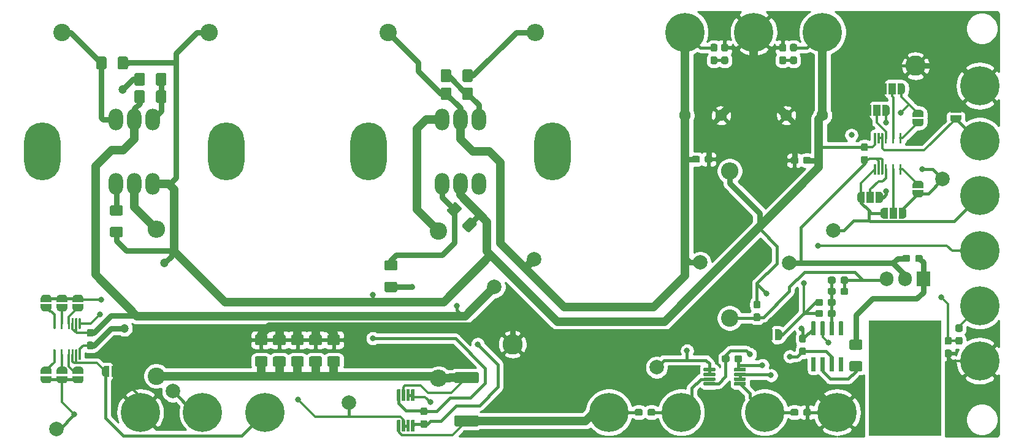
<source format=gbr>
G04 #@! TF.GenerationSoftware,KiCad,Pcbnew,(5.1.5)-3*
G04 #@! TF.CreationDate,2020-10-27T23:40:54+01:00*
G04 #@! TF.ProjectId,output_stage_1,6f757470-7574-45f7-9374-6167655f312e,rev?*
G04 #@! TF.SameCoordinates,Original*
G04 #@! TF.FileFunction,Copper,L1,Top*
G04 #@! TF.FilePolarity,Positive*
%FSLAX46Y46*%
G04 Gerber Fmt 4.6, Leading zero omitted, Abs format (unit mm)*
G04 Created by KiCad (PCBNEW (5.1.5)-3) date 2020-10-27 23:40:54*
%MOMM*%
%LPD*%
G04 APERTURE LIST*
%ADD10C,0.100000*%
%ADD11R,1.000000X1.500000*%
%ADD12C,0.800000*%
%ADD13C,5.400000*%
%ADD14O,2.000000X3.000000*%
%ADD15O,5.000000X8.000000*%
%ADD16C,2.800000*%
%ADD17C,2.000000*%
%ADD18O,2.400000X2.400000*%
%ADD19C,2.400000*%
%ADD20O,1.905000X2.000000*%
%ADD21R,1.905000X2.000000*%
%ADD22R,10.000000X16.000000*%
%ADD23C,1.600000*%
%ADD24C,1.200000*%
%ADD25C,1.200000*%
%ADD26C,0.400000*%
%ADD27C,0.300000*%
%ADD28C,0.800000*%
%ADD29C,0.254000*%
G04 APERTURE END LIST*
G04 #@! TA.AperFunction,SMDPad,CuDef*
D10*
G36*
X200832351Y-91725361D02*
G01*
X200839632Y-91726441D01*
X200846771Y-91728229D01*
X200853701Y-91730709D01*
X200860355Y-91733856D01*
X200866668Y-91737640D01*
X200872579Y-91742024D01*
X200878033Y-91746967D01*
X200882976Y-91752421D01*
X200887360Y-91758332D01*
X200891144Y-91764645D01*
X200894291Y-91771299D01*
X200896771Y-91778229D01*
X200898559Y-91785368D01*
X200899639Y-91792649D01*
X200900000Y-91800000D01*
X200900000Y-93100000D01*
X200899639Y-93107351D01*
X200898559Y-93114632D01*
X200896771Y-93121771D01*
X200894291Y-93128701D01*
X200891144Y-93135355D01*
X200887360Y-93141668D01*
X200882976Y-93147579D01*
X200878033Y-93153033D01*
X200872579Y-93157976D01*
X200866668Y-93162360D01*
X200860355Y-93166144D01*
X200853701Y-93169291D01*
X200846771Y-93171771D01*
X200839632Y-93173559D01*
X200832351Y-93174639D01*
X200825000Y-93175000D01*
X200675000Y-93175000D01*
X200667649Y-93174639D01*
X200660368Y-93173559D01*
X200653229Y-93171771D01*
X200646299Y-93169291D01*
X200639645Y-93166144D01*
X200633332Y-93162360D01*
X200627421Y-93157976D01*
X200621967Y-93153033D01*
X200617024Y-93147579D01*
X200612640Y-93141668D01*
X200608856Y-93135355D01*
X200605709Y-93128701D01*
X200603229Y-93121771D01*
X200601441Y-93114632D01*
X200600361Y-93107351D01*
X200600000Y-93100000D01*
X200600000Y-91800000D01*
X200600361Y-91792649D01*
X200601441Y-91785368D01*
X200603229Y-91778229D01*
X200605709Y-91771299D01*
X200608856Y-91764645D01*
X200612640Y-91758332D01*
X200617024Y-91752421D01*
X200621967Y-91746967D01*
X200627421Y-91742024D01*
X200633332Y-91737640D01*
X200639645Y-91733856D01*
X200646299Y-91730709D01*
X200653229Y-91728229D01*
X200660368Y-91726441D01*
X200667649Y-91725361D01*
X200675000Y-91725000D01*
X200825000Y-91725000D01*
X200832351Y-91725361D01*
G37*
G04 #@! TD.AperFunction*
G04 #@! TA.AperFunction,SMDPad,CuDef*
G36*
X199832351Y-91725361D02*
G01*
X199839632Y-91726441D01*
X199846771Y-91728229D01*
X199853701Y-91730709D01*
X199860355Y-91733856D01*
X199866668Y-91737640D01*
X199872579Y-91742024D01*
X199878033Y-91746967D01*
X199882976Y-91752421D01*
X199887360Y-91758332D01*
X199891144Y-91764645D01*
X199894291Y-91771299D01*
X199896771Y-91778229D01*
X199898559Y-91785368D01*
X199899639Y-91792649D01*
X199900000Y-91800000D01*
X199900000Y-93100000D01*
X199899639Y-93107351D01*
X199898559Y-93114632D01*
X199896771Y-93121771D01*
X199894291Y-93128701D01*
X199891144Y-93135355D01*
X199887360Y-93141668D01*
X199882976Y-93147579D01*
X199878033Y-93153033D01*
X199872579Y-93157976D01*
X199866668Y-93162360D01*
X199860355Y-93166144D01*
X199853701Y-93169291D01*
X199846771Y-93171771D01*
X199839632Y-93173559D01*
X199832351Y-93174639D01*
X199825000Y-93175000D01*
X199675000Y-93175000D01*
X199667649Y-93174639D01*
X199660368Y-93173559D01*
X199653229Y-93171771D01*
X199646299Y-93169291D01*
X199639645Y-93166144D01*
X199633332Y-93162360D01*
X199627421Y-93157976D01*
X199621967Y-93153033D01*
X199617024Y-93147579D01*
X199612640Y-93141668D01*
X199608856Y-93135355D01*
X199605709Y-93128701D01*
X199603229Y-93121771D01*
X199601441Y-93114632D01*
X199600361Y-93107351D01*
X199600000Y-93100000D01*
X199600000Y-91800000D01*
X199600361Y-91792649D01*
X199601441Y-91785368D01*
X199603229Y-91778229D01*
X199605709Y-91771299D01*
X199608856Y-91764645D01*
X199612640Y-91758332D01*
X199617024Y-91752421D01*
X199621967Y-91746967D01*
X199627421Y-91742024D01*
X199633332Y-91737640D01*
X199639645Y-91733856D01*
X199646299Y-91730709D01*
X199653229Y-91728229D01*
X199660368Y-91726441D01*
X199667649Y-91725361D01*
X199675000Y-91725000D01*
X199825000Y-91725000D01*
X199832351Y-91725361D01*
G37*
G04 #@! TD.AperFunction*
G04 #@! TA.AperFunction,SMDPad,CuDef*
G36*
X198832351Y-91725361D02*
G01*
X198839632Y-91726441D01*
X198846771Y-91728229D01*
X198853701Y-91730709D01*
X198860355Y-91733856D01*
X198866668Y-91737640D01*
X198872579Y-91742024D01*
X198878033Y-91746967D01*
X198882976Y-91752421D01*
X198887360Y-91758332D01*
X198891144Y-91764645D01*
X198894291Y-91771299D01*
X198896771Y-91778229D01*
X198898559Y-91785368D01*
X198899639Y-91792649D01*
X198900000Y-91800000D01*
X198900000Y-93100000D01*
X198899639Y-93107351D01*
X198898559Y-93114632D01*
X198896771Y-93121771D01*
X198894291Y-93128701D01*
X198891144Y-93135355D01*
X198887360Y-93141668D01*
X198882976Y-93147579D01*
X198878033Y-93153033D01*
X198872579Y-93157976D01*
X198866668Y-93162360D01*
X198860355Y-93166144D01*
X198853701Y-93169291D01*
X198846771Y-93171771D01*
X198839632Y-93173559D01*
X198832351Y-93174639D01*
X198825000Y-93175000D01*
X198675000Y-93175000D01*
X198667649Y-93174639D01*
X198660368Y-93173559D01*
X198653229Y-93171771D01*
X198646299Y-93169291D01*
X198639645Y-93166144D01*
X198633332Y-93162360D01*
X198627421Y-93157976D01*
X198621967Y-93153033D01*
X198617024Y-93147579D01*
X198612640Y-93141668D01*
X198608856Y-93135355D01*
X198605709Y-93128701D01*
X198603229Y-93121771D01*
X198601441Y-93114632D01*
X198600361Y-93107351D01*
X198600000Y-93100000D01*
X198600000Y-91800000D01*
X198600361Y-91792649D01*
X198601441Y-91785368D01*
X198603229Y-91778229D01*
X198605709Y-91771299D01*
X198608856Y-91764645D01*
X198612640Y-91758332D01*
X198617024Y-91752421D01*
X198621967Y-91746967D01*
X198627421Y-91742024D01*
X198633332Y-91737640D01*
X198639645Y-91733856D01*
X198646299Y-91730709D01*
X198653229Y-91728229D01*
X198660368Y-91726441D01*
X198667649Y-91725361D01*
X198675000Y-91725000D01*
X198825000Y-91725000D01*
X198832351Y-91725361D01*
G37*
G04 #@! TD.AperFunction*
G04 #@! TA.AperFunction,SMDPad,CuDef*
G36*
X198332351Y-91725361D02*
G01*
X198339632Y-91726441D01*
X198346771Y-91728229D01*
X198353701Y-91730709D01*
X198360355Y-91733856D01*
X198366668Y-91737640D01*
X198372579Y-91742024D01*
X198378033Y-91746967D01*
X198382976Y-91752421D01*
X198387360Y-91758332D01*
X198391144Y-91764645D01*
X198394291Y-91771299D01*
X198396771Y-91778229D01*
X198398559Y-91785368D01*
X198399639Y-91792649D01*
X198400000Y-91800000D01*
X198400000Y-93100000D01*
X198399639Y-93107351D01*
X198398559Y-93114632D01*
X198396771Y-93121771D01*
X198394291Y-93128701D01*
X198391144Y-93135355D01*
X198387360Y-93141668D01*
X198382976Y-93147579D01*
X198378033Y-93153033D01*
X198372579Y-93157976D01*
X198366668Y-93162360D01*
X198360355Y-93166144D01*
X198353701Y-93169291D01*
X198346771Y-93171771D01*
X198339632Y-93173559D01*
X198332351Y-93174639D01*
X198325000Y-93175000D01*
X198175000Y-93175000D01*
X198167649Y-93174639D01*
X198160368Y-93173559D01*
X198153229Y-93171771D01*
X198146299Y-93169291D01*
X198139645Y-93166144D01*
X198133332Y-93162360D01*
X198127421Y-93157976D01*
X198121967Y-93153033D01*
X198117024Y-93147579D01*
X198112640Y-93141668D01*
X198108856Y-93135355D01*
X198105709Y-93128701D01*
X198103229Y-93121771D01*
X198101441Y-93114632D01*
X198100361Y-93107351D01*
X198100000Y-93100000D01*
X198100000Y-91800000D01*
X198100361Y-91792649D01*
X198101441Y-91785368D01*
X198103229Y-91778229D01*
X198105709Y-91771299D01*
X198108856Y-91764645D01*
X198112640Y-91758332D01*
X198117024Y-91752421D01*
X198121967Y-91746967D01*
X198127421Y-91742024D01*
X198133332Y-91737640D01*
X198139645Y-91733856D01*
X198146299Y-91730709D01*
X198153229Y-91728229D01*
X198160368Y-91726441D01*
X198167649Y-91725361D01*
X198175000Y-91725000D01*
X198325000Y-91725000D01*
X198332351Y-91725361D01*
G37*
G04 #@! TD.AperFunction*
G04 #@! TA.AperFunction,SMDPad,CuDef*
G36*
X197832351Y-91725361D02*
G01*
X197839632Y-91726441D01*
X197846771Y-91728229D01*
X197853701Y-91730709D01*
X197860355Y-91733856D01*
X197866668Y-91737640D01*
X197872579Y-91742024D01*
X197878033Y-91746967D01*
X197882976Y-91752421D01*
X197887360Y-91758332D01*
X197891144Y-91764645D01*
X197894291Y-91771299D01*
X197896771Y-91778229D01*
X197898559Y-91785368D01*
X197899639Y-91792649D01*
X197900000Y-91800000D01*
X197900000Y-93100000D01*
X197899639Y-93107351D01*
X197898559Y-93114632D01*
X197896771Y-93121771D01*
X197894291Y-93128701D01*
X197891144Y-93135355D01*
X197887360Y-93141668D01*
X197882976Y-93147579D01*
X197878033Y-93153033D01*
X197872579Y-93157976D01*
X197866668Y-93162360D01*
X197860355Y-93166144D01*
X197853701Y-93169291D01*
X197846771Y-93171771D01*
X197839632Y-93173559D01*
X197832351Y-93174639D01*
X197825000Y-93175000D01*
X197675000Y-93175000D01*
X197667649Y-93174639D01*
X197660368Y-93173559D01*
X197653229Y-93171771D01*
X197646299Y-93169291D01*
X197639645Y-93166144D01*
X197633332Y-93162360D01*
X197627421Y-93157976D01*
X197621967Y-93153033D01*
X197617024Y-93147579D01*
X197612640Y-93141668D01*
X197608856Y-93135355D01*
X197605709Y-93128701D01*
X197603229Y-93121771D01*
X197601441Y-93114632D01*
X197600361Y-93107351D01*
X197600000Y-93100000D01*
X197600000Y-91800000D01*
X197600361Y-91792649D01*
X197601441Y-91785368D01*
X197603229Y-91778229D01*
X197605709Y-91771299D01*
X197608856Y-91764645D01*
X197612640Y-91758332D01*
X197617024Y-91752421D01*
X197621967Y-91746967D01*
X197627421Y-91742024D01*
X197633332Y-91737640D01*
X197639645Y-91733856D01*
X197646299Y-91730709D01*
X197653229Y-91728229D01*
X197660368Y-91726441D01*
X197667649Y-91725361D01*
X197675000Y-91725000D01*
X197825000Y-91725000D01*
X197832351Y-91725361D01*
G37*
G04 #@! TD.AperFunction*
G04 #@! TA.AperFunction,SMDPad,CuDef*
G36*
X197332351Y-91725361D02*
G01*
X197339632Y-91726441D01*
X197346771Y-91728229D01*
X197353701Y-91730709D01*
X197360355Y-91733856D01*
X197366668Y-91737640D01*
X197372579Y-91742024D01*
X197378033Y-91746967D01*
X197382976Y-91752421D01*
X197387360Y-91758332D01*
X197391144Y-91764645D01*
X197394291Y-91771299D01*
X197396771Y-91778229D01*
X197398559Y-91785368D01*
X197399639Y-91792649D01*
X197400000Y-91800000D01*
X197400000Y-93100000D01*
X197399639Y-93107351D01*
X197398559Y-93114632D01*
X197396771Y-93121771D01*
X197394291Y-93128701D01*
X197391144Y-93135355D01*
X197387360Y-93141668D01*
X197382976Y-93147579D01*
X197378033Y-93153033D01*
X197372579Y-93157976D01*
X197366668Y-93162360D01*
X197360355Y-93166144D01*
X197353701Y-93169291D01*
X197346771Y-93171771D01*
X197339632Y-93173559D01*
X197332351Y-93174639D01*
X197325000Y-93175000D01*
X197175000Y-93175000D01*
X197167649Y-93174639D01*
X197160368Y-93173559D01*
X197153229Y-93171771D01*
X197146299Y-93169291D01*
X197139645Y-93166144D01*
X197133332Y-93162360D01*
X197127421Y-93157976D01*
X197121967Y-93153033D01*
X197117024Y-93147579D01*
X197112640Y-93141668D01*
X197108856Y-93135355D01*
X197105709Y-93128701D01*
X197103229Y-93121771D01*
X197101441Y-93114632D01*
X197100361Y-93107351D01*
X197100000Y-93100000D01*
X197100000Y-91800000D01*
X197100361Y-91792649D01*
X197101441Y-91785368D01*
X197103229Y-91778229D01*
X197105709Y-91771299D01*
X197108856Y-91764645D01*
X197112640Y-91758332D01*
X197117024Y-91752421D01*
X197121967Y-91746967D01*
X197127421Y-91742024D01*
X197133332Y-91737640D01*
X197139645Y-91733856D01*
X197146299Y-91730709D01*
X197153229Y-91728229D01*
X197160368Y-91726441D01*
X197167649Y-91725361D01*
X197175000Y-91725000D01*
X197325000Y-91725000D01*
X197332351Y-91725361D01*
G37*
G04 #@! TD.AperFunction*
G04 #@! TA.AperFunction,SMDPad,CuDef*
G36*
X197332351Y-87425361D02*
G01*
X197339632Y-87426441D01*
X197346771Y-87428229D01*
X197353701Y-87430709D01*
X197360355Y-87433856D01*
X197366668Y-87437640D01*
X197372579Y-87442024D01*
X197378033Y-87446967D01*
X197382976Y-87452421D01*
X197387360Y-87458332D01*
X197391144Y-87464645D01*
X197394291Y-87471299D01*
X197396771Y-87478229D01*
X197398559Y-87485368D01*
X197399639Y-87492649D01*
X197400000Y-87500000D01*
X197400000Y-88800000D01*
X197399639Y-88807351D01*
X197398559Y-88814632D01*
X197396771Y-88821771D01*
X197394291Y-88828701D01*
X197391144Y-88835355D01*
X197387360Y-88841668D01*
X197382976Y-88847579D01*
X197378033Y-88853033D01*
X197372579Y-88857976D01*
X197366668Y-88862360D01*
X197360355Y-88866144D01*
X197353701Y-88869291D01*
X197346771Y-88871771D01*
X197339632Y-88873559D01*
X197332351Y-88874639D01*
X197325000Y-88875000D01*
X197175000Y-88875000D01*
X197167649Y-88874639D01*
X197160368Y-88873559D01*
X197153229Y-88871771D01*
X197146299Y-88869291D01*
X197139645Y-88866144D01*
X197133332Y-88862360D01*
X197127421Y-88857976D01*
X197121967Y-88853033D01*
X197117024Y-88847579D01*
X197112640Y-88841668D01*
X197108856Y-88835355D01*
X197105709Y-88828701D01*
X197103229Y-88821771D01*
X197101441Y-88814632D01*
X197100361Y-88807351D01*
X197100000Y-88800000D01*
X197100000Y-87500000D01*
X197100361Y-87492649D01*
X197101441Y-87485368D01*
X197103229Y-87478229D01*
X197105709Y-87471299D01*
X197108856Y-87464645D01*
X197112640Y-87458332D01*
X197117024Y-87452421D01*
X197121967Y-87446967D01*
X197127421Y-87442024D01*
X197133332Y-87437640D01*
X197139645Y-87433856D01*
X197146299Y-87430709D01*
X197153229Y-87428229D01*
X197160368Y-87426441D01*
X197167649Y-87425361D01*
X197175000Y-87425000D01*
X197325000Y-87425000D01*
X197332351Y-87425361D01*
G37*
G04 #@! TD.AperFunction*
G04 #@! TA.AperFunction,SMDPad,CuDef*
G36*
X197832351Y-87425361D02*
G01*
X197839632Y-87426441D01*
X197846771Y-87428229D01*
X197853701Y-87430709D01*
X197860355Y-87433856D01*
X197866668Y-87437640D01*
X197872579Y-87442024D01*
X197878033Y-87446967D01*
X197882976Y-87452421D01*
X197887360Y-87458332D01*
X197891144Y-87464645D01*
X197894291Y-87471299D01*
X197896771Y-87478229D01*
X197898559Y-87485368D01*
X197899639Y-87492649D01*
X197900000Y-87500000D01*
X197900000Y-88800000D01*
X197899639Y-88807351D01*
X197898559Y-88814632D01*
X197896771Y-88821771D01*
X197894291Y-88828701D01*
X197891144Y-88835355D01*
X197887360Y-88841668D01*
X197882976Y-88847579D01*
X197878033Y-88853033D01*
X197872579Y-88857976D01*
X197866668Y-88862360D01*
X197860355Y-88866144D01*
X197853701Y-88869291D01*
X197846771Y-88871771D01*
X197839632Y-88873559D01*
X197832351Y-88874639D01*
X197825000Y-88875000D01*
X197675000Y-88875000D01*
X197667649Y-88874639D01*
X197660368Y-88873559D01*
X197653229Y-88871771D01*
X197646299Y-88869291D01*
X197639645Y-88866144D01*
X197633332Y-88862360D01*
X197627421Y-88857976D01*
X197621967Y-88853033D01*
X197617024Y-88847579D01*
X197612640Y-88841668D01*
X197608856Y-88835355D01*
X197605709Y-88828701D01*
X197603229Y-88821771D01*
X197601441Y-88814632D01*
X197600361Y-88807351D01*
X197600000Y-88800000D01*
X197600000Y-87500000D01*
X197600361Y-87492649D01*
X197601441Y-87485368D01*
X197603229Y-87478229D01*
X197605709Y-87471299D01*
X197608856Y-87464645D01*
X197612640Y-87458332D01*
X197617024Y-87452421D01*
X197621967Y-87446967D01*
X197627421Y-87442024D01*
X197633332Y-87437640D01*
X197639645Y-87433856D01*
X197646299Y-87430709D01*
X197653229Y-87428229D01*
X197660368Y-87426441D01*
X197667649Y-87425361D01*
X197675000Y-87425000D01*
X197825000Y-87425000D01*
X197832351Y-87425361D01*
G37*
G04 #@! TD.AperFunction*
G04 #@! TA.AperFunction,SMDPad,CuDef*
G36*
X198332351Y-87425361D02*
G01*
X198339632Y-87426441D01*
X198346771Y-87428229D01*
X198353701Y-87430709D01*
X198360355Y-87433856D01*
X198366668Y-87437640D01*
X198372579Y-87442024D01*
X198378033Y-87446967D01*
X198382976Y-87452421D01*
X198387360Y-87458332D01*
X198391144Y-87464645D01*
X198394291Y-87471299D01*
X198396771Y-87478229D01*
X198398559Y-87485368D01*
X198399639Y-87492649D01*
X198400000Y-87500000D01*
X198400000Y-88800000D01*
X198399639Y-88807351D01*
X198398559Y-88814632D01*
X198396771Y-88821771D01*
X198394291Y-88828701D01*
X198391144Y-88835355D01*
X198387360Y-88841668D01*
X198382976Y-88847579D01*
X198378033Y-88853033D01*
X198372579Y-88857976D01*
X198366668Y-88862360D01*
X198360355Y-88866144D01*
X198353701Y-88869291D01*
X198346771Y-88871771D01*
X198339632Y-88873559D01*
X198332351Y-88874639D01*
X198325000Y-88875000D01*
X198175000Y-88875000D01*
X198167649Y-88874639D01*
X198160368Y-88873559D01*
X198153229Y-88871771D01*
X198146299Y-88869291D01*
X198139645Y-88866144D01*
X198133332Y-88862360D01*
X198127421Y-88857976D01*
X198121967Y-88853033D01*
X198117024Y-88847579D01*
X198112640Y-88841668D01*
X198108856Y-88835355D01*
X198105709Y-88828701D01*
X198103229Y-88821771D01*
X198101441Y-88814632D01*
X198100361Y-88807351D01*
X198100000Y-88800000D01*
X198100000Y-87500000D01*
X198100361Y-87492649D01*
X198101441Y-87485368D01*
X198103229Y-87478229D01*
X198105709Y-87471299D01*
X198108856Y-87464645D01*
X198112640Y-87458332D01*
X198117024Y-87452421D01*
X198121967Y-87446967D01*
X198127421Y-87442024D01*
X198133332Y-87437640D01*
X198139645Y-87433856D01*
X198146299Y-87430709D01*
X198153229Y-87428229D01*
X198160368Y-87426441D01*
X198167649Y-87425361D01*
X198175000Y-87425000D01*
X198325000Y-87425000D01*
X198332351Y-87425361D01*
G37*
G04 #@! TD.AperFunction*
G04 #@! TA.AperFunction,SMDPad,CuDef*
G36*
X198832351Y-87425361D02*
G01*
X198839632Y-87426441D01*
X198846771Y-87428229D01*
X198853701Y-87430709D01*
X198860355Y-87433856D01*
X198866668Y-87437640D01*
X198872579Y-87442024D01*
X198878033Y-87446967D01*
X198882976Y-87452421D01*
X198887360Y-87458332D01*
X198891144Y-87464645D01*
X198894291Y-87471299D01*
X198896771Y-87478229D01*
X198898559Y-87485368D01*
X198899639Y-87492649D01*
X198900000Y-87500000D01*
X198900000Y-88800000D01*
X198899639Y-88807351D01*
X198898559Y-88814632D01*
X198896771Y-88821771D01*
X198894291Y-88828701D01*
X198891144Y-88835355D01*
X198887360Y-88841668D01*
X198882976Y-88847579D01*
X198878033Y-88853033D01*
X198872579Y-88857976D01*
X198866668Y-88862360D01*
X198860355Y-88866144D01*
X198853701Y-88869291D01*
X198846771Y-88871771D01*
X198839632Y-88873559D01*
X198832351Y-88874639D01*
X198825000Y-88875000D01*
X198675000Y-88875000D01*
X198667649Y-88874639D01*
X198660368Y-88873559D01*
X198653229Y-88871771D01*
X198646299Y-88869291D01*
X198639645Y-88866144D01*
X198633332Y-88862360D01*
X198627421Y-88857976D01*
X198621967Y-88853033D01*
X198617024Y-88847579D01*
X198612640Y-88841668D01*
X198608856Y-88835355D01*
X198605709Y-88828701D01*
X198603229Y-88821771D01*
X198601441Y-88814632D01*
X198600361Y-88807351D01*
X198600000Y-88800000D01*
X198600000Y-87500000D01*
X198600361Y-87492649D01*
X198601441Y-87485368D01*
X198603229Y-87478229D01*
X198605709Y-87471299D01*
X198608856Y-87464645D01*
X198612640Y-87458332D01*
X198617024Y-87452421D01*
X198621967Y-87446967D01*
X198627421Y-87442024D01*
X198633332Y-87437640D01*
X198639645Y-87433856D01*
X198646299Y-87430709D01*
X198653229Y-87428229D01*
X198660368Y-87426441D01*
X198667649Y-87425361D01*
X198675000Y-87425000D01*
X198825000Y-87425000D01*
X198832351Y-87425361D01*
G37*
G04 #@! TD.AperFunction*
G04 #@! TA.AperFunction,SMDPad,CuDef*
G36*
X199832351Y-87425361D02*
G01*
X199839632Y-87426441D01*
X199846771Y-87428229D01*
X199853701Y-87430709D01*
X199860355Y-87433856D01*
X199866668Y-87437640D01*
X199872579Y-87442024D01*
X199878033Y-87446967D01*
X199882976Y-87452421D01*
X199887360Y-87458332D01*
X199891144Y-87464645D01*
X199894291Y-87471299D01*
X199896771Y-87478229D01*
X199898559Y-87485368D01*
X199899639Y-87492649D01*
X199900000Y-87500000D01*
X199900000Y-88800000D01*
X199899639Y-88807351D01*
X199898559Y-88814632D01*
X199896771Y-88821771D01*
X199894291Y-88828701D01*
X199891144Y-88835355D01*
X199887360Y-88841668D01*
X199882976Y-88847579D01*
X199878033Y-88853033D01*
X199872579Y-88857976D01*
X199866668Y-88862360D01*
X199860355Y-88866144D01*
X199853701Y-88869291D01*
X199846771Y-88871771D01*
X199839632Y-88873559D01*
X199832351Y-88874639D01*
X199825000Y-88875000D01*
X199675000Y-88875000D01*
X199667649Y-88874639D01*
X199660368Y-88873559D01*
X199653229Y-88871771D01*
X199646299Y-88869291D01*
X199639645Y-88866144D01*
X199633332Y-88862360D01*
X199627421Y-88857976D01*
X199621967Y-88853033D01*
X199617024Y-88847579D01*
X199612640Y-88841668D01*
X199608856Y-88835355D01*
X199605709Y-88828701D01*
X199603229Y-88821771D01*
X199601441Y-88814632D01*
X199600361Y-88807351D01*
X199600000Y-88800000D01*
X199600000Y-87500000D01*
X199600361Y-87492649D01*
X199601441Y-87485368D01*
X199603229Y-87478229D01*
X199605709Y-87471299D01*
X199608856Y-87464645D01*
X199612640Y-87458332D01*
X199617024Y-87452421D01*
X199621967Y-87446967D01*
X199627421Y-87442024D01*
X199633332Y-87437640D01*
X199639645Y-87433856D01*
X199646299Y-87430709D01*
X199653229Y-87428229D01*
X199660368Y-87426441D01*
X199667649Y-87425361D01*
X199675000Y-87425000D01*
X199825000Y-87425000D01*
X199832351Y-87425361D01*
G37*
G04 #@! TD.AperFunction*
G04 #@! TA.AperFunction,SMDPad,CuDef*
G36*
X200832351Y-87425361D02*
G01*
X200839632Y-87426441D01*
X200846771Y-87428229D01*
X200853701Y-87430709D01*
X200860355Y-87433856D01*
X200866668Y-87437640D01*
X200872579Y-87442024D01*
X200878033Y-87446967D01*
X200882976Y-87452421D01*
X200887360Y-87458332D01*
X200891144Y-87464645D01*
X200894291Y-87471299D01*
X200896771Y-87478229D01*
X200898559Y-87485368D01*
X200899639Y-87492649D01*
X200900000Y-87500000D01*
X200900000Y-88800000D01*
X200899639Y-88807351D01*
X200898559Y-88814632D01*
X200896771Y-88821771D01*
X200894291Y-88828701D01*
X200891144Y-88835355D01*
X200887360Y-88841668D01*
X200882976Y-88847579D01*
X200878033Y-88853033D01*
X200872579Y-88857976D01*
X200866668Y-88862360D01*
X200860355Y-88866144D01*
X200853701Y-88869291D01*
X200846771Y-88871771D01*
X200839632Y-88873559D01*
X200832351Y-88874639D01*
X200825000Y-88875000D01*
X200675000Y-88875000D01*
X200667649Y-88874639D01*
X200660368Y-88873559D01*
X200653229Y-88871771D01*
X200646299Y-88869291D01*
X200639645Y-88866144D01*
X200633332Y-88862360D01*
X200627421Y-88857976D01*
X200621967Y-88853033D01*
X200617024Y-88847579D01*
X200612640Y-88841668D01*
X200608856Y-88835355D01*
X200605709Y-88828701D01*
X200603229Y-88821771D01*
X200601441Y-88814632D01*
X200600361Y-88807351D01*
X200600000Y-88800000D01*
X200600000Y-87500000D01*
X200600361Y-87492649D01*
X200601441Y-87485368D01*
X200603229Y-87478229D01*
X200605709Y-87471299D01*
X200608856Y-87464645D01*
X200612640Y-87458332D01*
X200617024Y-87452421D01*
X200621967Y-87446967D01*
X200627421Y-87442024D01*
X200633332Y-87437640D01*
X200639645Y-87433856D01*
X200646299Y-87430709D01*
X200653229Y-87428229D01*
X200660368Y-87426441D01*
X200667649Y-87425361D01*
X200675000Y-87425000D01*
X200825000Y-87425000D01*
X200832351Y-87425361D01*
G37*
G04 #@! TD.AperFunction*
D11*
X199800000Y-98500000D03*
G04 #@! TA.AperFunction,SMDPad,CuDef*
D10*
G36*
X198500000Y-99249398D02*
G01*
X198475466Y-99249398D01*
X198426635Y-99244588D01*
X198378510Y-99235016D01*
X198331555Y-99220772D01*
X198286222Y-99201995D01*
X198242949Y-99178864D01*
X198202150Y-99151604D01*
X198164221Y-99120476D01*
X198129524Y-99085779D01*
X198098396Y-99047850D01*
X198071136Y-99007051D01*
X198048005Y-98963778D01*
X198029228Y-98918445D01*
X198014984Y-98871490D01*
X198005412Y-98823365D01*
X198000602Y-98774534D01*
X198000602Y-98750000D01*
X198000000Y-98750000D01*
X198000000Y-98250000D01*
X198000602Y-98250000D01*
X198000602Y-98225466D01*
X198005412Y-98176635D01*
X198014984Y-98128510D01*
X198029228Y-98081555D01*
X198048005Y-98036222D01*
X198071136Y-97992949D01*
X198098396Y-97952150D01*
X198129524Y-97914221D01*
X198164221Y-97879524D01*
X198202150Y-97848396D01*
X198242949Y-97821136D01*
X198286222Y-97798005D01*
X198331555Y-97779228D01*
X198378510Y-97764984D01*
X198426635Y-97755412D01*
X198475466Y-97750602D01*
X198500000Y-97750602D01*
X198500000Y-97750000D01*
X199050000Y-97750000D01*
X199050000Y-99250000D01*
X198500000Y-99250000D01*
X198500000Y-99249398D01*
G37*
G04 #@! TD.AperFunction*
G04 #@! TA.AperFunction,SMDPad,CuDef*
G36*
X200550000Y-97750000D02*
G01*
X201100000Y-97750000D01*
X201100000Y-97750602D01*
X201124534Y-97750602D01*
X201173365Y-97755412D01*
X201221490Y-97764984D01*
X201268445Y-97779228D01*
X201313778Y-97798005D01*
X201357051Y-97821136D01*
X201397850Y-97848396D01*
X201435779Y-97879524D01*
X201470476Y-97914221D01*
X201501604Y-97952150D01*
X201528864Y-97992949D01*
X201551995Y-98036222D01*
X201570772Y-98081555D01*
X201585016Y-98128510D01*
X201594588Y-98176635D01*
X201599398Y-98225466D01*
X201599398Y-98250000D01*
X201600000Y-98250000D01*
X201600000Y-98750000D01*
X201599398Y-98750000D01*
X201599398Y-98774534D01*
X201594588Y-98823365D01*
X201585016Y-98871490D01*
X201570772Y-98918445D01*
X201551995Y-98963778D01*
X201528864Y-99007051D01*
X201501604Y-99047850D01*
X201470476Y-99085779D01*
X201435779Y-99120476D01*
X201397850Y-99151604D01*
X201357051Y-99178864D01*
X201313778Y-99201995D01*
X201268445Y-99220772D01*
X201221490Y-99235016D01*
X201173365Y-99244588D01*
X201124534Y-99249398D01*
X201100000Y-99249398D01*
X201100000Y-99250000D01*
X200550000Y-99250000D01*
X200550000Y-97750000D01*
G37*
G04 #@! TD.AperFunction*
D11*
X199600000Y-81300000D03*
G04 #@! TA.AperFunction,SMDPad,CuDef*
D10*
G36*
X200900000Y-80550602D02*
G01*
X200924534Y-80550602D01*
X200973365Y-80555412D01*
X201021490Y-80564984D01*
X201068445Y-80579228D01*
X201113778Y-80598005D01*
X201157051Y-80621136D01*
X201197850Y-80648396D01*
X201235779Y-80679524D01*
X201270476Y-80714221D01*
X201301604Y-80752150D01*
X201328864Y-80792949D01*
X201351995Y-80836222D01*
X201370772Y-80881555D01*
X201385016Y-80928510D01*
X201394588Y-80976635D01*
X201399398Y-81025466D01*
X201399398Y-81050000D01*
X201400000Y-81050000D01*
X201400000Y-81550000D01*
X201399398Y-81550000D01*
X201399398Y-81574534D01*
X201394588Y-81623365D01*
X201385016Y-81671490D01*
X201370772Y-81718445D01*
X201351995Y-81763778D01*
X201328864Y-81807051D01*
X201301604Y-81847850D01*
X201270476Y-81885779D01*
X201235779Y-81920476D01*
X201197850Y-81951604D01*
X201157051Y-81978864D01*
X201113778Y-82001995D01*
X201068445Y-82020772D01*
X201021490Y-82035016D01*
X200973365Y-82044588D01*
X200924534Y-82049398D01*
X200900000Y-82049398D01*
X200900000Y-82050000D01*
X200350000Y-82050000D01*
X200350000Y-80550000D01*
X200900000Y-80550000D01*
X200900000Y-80550602D01*
G37*
G04 #@! TD.AperFunction*
G04 #@! TA.AperFunction,SMDPad,CuDef*
G36*
X198850000Y-82050000D02*
G01*
X198300000Y-82050000D01*
X198300000Y-82049398D01*
X198275466Y-82049398D01*
X198226635Y-82044588D01*
X198178510Y-82035016D01*
X198131555Y-82020772D01*
X198086222Y-82001995D01*
X198042949Y-81978864D01*
X198002150Y-81951604D01*
X197964221Y-81920476D01*
X197929524Y-81885779D01*
X197898396Y-81847850D01*
X197871136Y-81807051D01*
X197848005Y-81763778D01*
X197829228Y-81718445D01*
X197814984Y-81671490D01*
X197805412Y-81623365D01*
X197800602Y-81574534D01*
X197800602Y-81550000D01*
X197800000Y-81550000D01*
X197800000Y-81050000D01*
X197800602Y-81050000D01*
X197800602Y-81025466D01*
X197805412Y-80976635D01*
X197814984Y-80928510D01*
X197829228Y-80881555D01*
X197848005Y-80836222D01*
X197871136Y-80792949D01*
X197898396Y-80752150D01*
X197929524Y-80714221D01*
X197964221Y-80679524D01*
X198002150Y-80648396D01*
X198042949Y-80621136D01*
X198086222Y-80598005D01*
X198131555Y-80579228D01*
X198178510Y-80564984D01*
X198226635Y-80555412D01*
X198275466Y-80550602D01*
X198300000Y-80550602D01*
X198300000Y-80550000D01*
X198850000Y-80550000D01*
X198850000Y-82050000D01*
G37*
G04 #@! TD.AperFunction*
D11*
X196600000Y-96300000D03*
G04 #@! TA.AperFunction,SMDPad,CuDef*
D10*
G36*
X195300000Y-97049398D02*
G01*
X195275466Y-97049398D01*
X195226635Y-97044588D01*
X195178510Y-97035016D01*
X195131555Y-97020772D01*
X195086222Y-97001995D01*
X195042949Y-96978864D01*
X195002150Y-96951604D01*
X194964221Y-96920476D01*
X194929524Y-96885779D01*
X194898396Y-96847850D01*
X194871136Y-96807051D01*
X194848005Y-96763778D01*
X194829228Y-96718445D01*
X194814984Y-96671490D01*
X194805412Y-96623365D01*
X194800602Y-96574534D01*
X194800602Y-96550000D01*
X194800000Y-96550000D01*
X194800000Y-96050000D01*
X194800602Y-96050000D01*
X194800602Y-96025466D01*
X194805412Y-95976635D01*
X194814984Y-95928510D01*
X194829228Y-95881555D01*
X194848005Y-95836222D01*
X194871136Y-95792949D01*
X194898396Y-95752150D01*
X194929524Y-95714221D01*
X194964221Y-95679524D01*
X195002150Y-95648396D01*
X195042949Y-95621136D01*
X195086222Y-95598005D01*
X195131555Y-95579228D01*
X195178510Y-95564984D01*
X195226635Y-95555412D01*
X195275466Y-95550602D01*
X195300000Y-95550602D01*
X195300000Y-95550000D01*
X195850000Y-95550000D01*
X195850000Y-97050000D01*
X195300000Y-97050000D01*
X195300000Y-97049398D01*
G37*
G04 #@! TD.AperFunction*
G04 #@! TA.AperFunction,SMDPad,CuDef*
G36*
X197350000Y-95550000D02*
G01*
X197900000Y-95550000D01*
X197900000Y-95550602D01*
X197924534Y-95550602D01*
X197973365Y-95555412D01*
X198021490Y-95564984D01*
X198068445Y-95579228D01*
X198113778Y-95598005D01*
X198157051Y-95621136D01*
X198197850Y-95648396D01*
X198235779Y-95679524D01*
X198270476Y-95714221D01*
X198301604Y-95752150D01*
X198328864Y-95792949D01*
X198351995Y-95836222D01*
X198370772Y-95881555D01*
X198385016Y-95928510D01*
X198394588Y-95976635D01*
X198399398Y-96025466D01*
X198399398Y-96050000D01*
X198400000Y-96050000D01*
X198400000Y-96550000D01*
X198399398Y-96550000D01*
X198399398Y-96574534D01*
X198394588Y-96623365D01*
X198385016Y-96671490D01*
X198370772Y-96718445D01*
X198351995Y-96763778D01*
X198328864Y-96807051D01*
X198301604Y-96847850D01*
X198270476Y-96885779D01*
X198235779Y-96920476D01*
X198197850Y-96951604D01*
X198157051Y-96978864D01*
X198113778Y-97001995D01*
X198068445Y-97020772D01*
X198021490Y-97035016D01*
X197973365Y-97044588D01*
X197924534Y-97049398D01*
X197900000Y-97049398D01*
X197900000Y-97050000D01*
X197350000Y-97050000D01*
X197350000Y-95550000D01*
G37*
G04 #@! TD.AperFunction*
D11*
X197500000Y-84300000D03*
G04 #@! TA.AperFunction,SMDPad,CuDef*
D10*
G36*
X198800000Y-83550602D02*
G01*
X198824534Y-83550602D01*
X198873365Y-83555412D01*
X198921490Y-83564984D01*
X198968445Y-83579228D01*
X199013778Y-83598005D01*
X199057051Y-83621136D01*
X199097850Y-83648396D01*
X199135779Y-83679524D01*
X199170476Y-83714221D01*
X199201604Y-83752150D01*
X199228864Y-83792949D01*
X199251995Y-83836222D01*
X199270772Y-83881555D01*
X199285016Y-83928510D01*
X199294588Y-83976635D01*
X199299398Y-84025466D01*
X199299398Y-84050000D01*
X199300000Y-84050000D01*
X199300000Y-84550000D01*
X199299398Y-84550000D01*
X199299398Y-84574534D01*
X199294588Y-84623365D01*
X199285016Y-84671490D01*
X199270772Y-84718445D01*
X199251995Y-84763778D01*
X199228864Y-84807051D01*
X199201604Y-84847850D01*
X199170476Y-84885779D01*
X199135779Y-84920476D01*
X199097850Y-84951604D01*
X199057051Y-84978864D01*
X199013778Y-85001995D01*
X198968445Y-85020772D01*
X198921490Y-85035016D01*
X198873365Y-85044588D01*
X198824534Y-85049398D01*
X198800000Y-85049398D01*
X198800000Y-85050000D01*
X198250000Y-85050000D01*
X198250000Y-83550000D01*
X198800000Y-83550000D01*
X198800000Y-83550602D01*
G37*
G04 #@! TD.AperFunction*
G04 #@! TA.AperFunction,SMDPad,CuDef*
G36*
X196750000Y-85050000D02*
G01*
X196200000Y-85050000D01*
X196200000Y-85049398D01*
X196175466Y-85049398D01*
X196126635Y-85044588D01*
X196078510Y-85035016D01*
X196031555Y-85020772D01*
X195986222Y-85001995D01*
X195942949Y-84978864D01*
X195902150Y-84951604D01*
X195864221Y-84920476D01*
X195829524Y-84885779D01*
X195798396Y-84847850D01*
X195771136Y-84807051D01*
X195748005Y-84763778D01*
X195729228Y-84718445D01*
X195714984Y-84671490D01*
X195705412Y-84623365D01*
X195700602Y-84574534D01*
X195700602Y-84550000D01*
X195700000Y-84550000D01*
X195700000Y-84050000D01*
X195700602Y-84050000D01*
X195700602Y-84025466D01*
X195705412Y-83976635D01*
X195714984Y-83928510D01*
X195729228Y-83881555D01*
X195748005Y-83836222D01*
X195771136Y-83792949D01*
X195798396Y-83752150D01*
X195829524Y-83714221D01*
X195864221Y-83679524D01*
X195902150Y-83648396D01*
X195942949Y-83621136D01*
X195986222Y-83598005D01*
X196031555Y-83579228D01*
X196078510Y-83564984D01*
X196126635Y-83555412D01*
X196175466Y-83550602D01*
X196200000Y-83550602D01*
X196200000Y-83550000D01*
X196750000Y-83550000D01*
X196750000Y-85050000D01*
G37*
G04 #@! TD.AperFunction*
G04 #@! TA.AperFunction,SMDPad,CuDef*
G36*
X182650000Y-116049398D02*
G01*
X182625466Y-116049398D01*
X182576635Y-116044588D01*
X182528510Y-116035016D01*
X182481555Y-116020772D01*
X182436222Y-116001995D01*
X182392949Y-115978864D01*
X182352150Y-115951604D01*
X182314221Y-115920476D01*
X182279524Y-115885779D01*
X182248396Y-115847850D01*
X182221136Y-115807051D01*
X182198005Y-115763778D01*
X182179228Y-115718445D01*
X182164984Y-115671490D01*
X182155412Y-115623365D01*
X182150602Y-115574534D01*
X182150602Y-115550000D01*
X182150000Y-115550000D01*
X182150000Y-115050000D01*
X182150602Y-115050000D01*
X182150602Y-115025466D01*
X182155412Y-114976635D01*
X182164984Y-114928510D01*
X182179228Y-114881555D01*
X182198005Y-114836222D01*
X182221136Y-114792949D01*
X182248396Y-114752150D01*
X182279524Y-114714221D01*
X182314221Y-114679524D01*
X182352150Y-114648396D01*
X182392949Y-114621136D01*
X182436222Y-114598005D01*
X182481555Y-114579228D01*
X182528510Y-114564984D01*
X182576635Y-114555412D01*
X182625466Y-114550602D01*
X182650000Y-114550602D01*
X182650000Y-114550000D01*
X183150000Y-114550000D01*
X183150000Y-116050000D01*
X182650000Y-116050000D01*
X182650000Y-116049398D01*
G37*
G04 #@! TD.AperFunction*
G04 #@! TA.AperFunction,SMDPad,CuDef*
G36*
X183450000Y-114550000D02*
G01*
X183950000Y-114550000D01*
X183950000Y-114550602D01*
X183974534Y-114550602D01*
X184023365Y-114555412D01*
X184071490Y-114564984D01*
X184118445Y-114579228D01*
X184163778Y-114598005D01*
X184207051Y-114621136D01*
X184247850Y-114648396D01*
X184285779Y-114679524D01*
X184320476Y-114714221D01*
X184351604Y-114752150D01*
X184378864Y-114792949D01*
X184401995Y-114836222D01*
X184420772Y-114881555D01*
X184435016Y-114928510D01*
X184444588Y-114976635D01*
X184449398Y-115025466D01*
X184449398Y-115050000D01*
X184450000Y-115050000D01*
X184450000Y-115550000D01*
X184449398Y-115550000D01*
X184449398Y-115574534D01*
X184444588Y-115623365D01*
X184435016Y-115671490D01*
X184420772Y-115718445D01*
X184401995Y-115763778D01*
X184378864Y-115807051D01*
X184351604Y-115847850D01*
X184320476Y-115885779D01*
X184285779Y-115920476D01*
X184247850Y-115951604D01*
X184207051Y-115978864D01*
X184163778Y-116001995D01*
X184118445Y-116020772D01*
X184071490Y-116035016D01*
X184023365Y-116044588D01*
X183974534Y-116049398D01*
X183950000Y-116049398D01*
X183950000Y-116050000D01*
X183450000Y-116050000D01*
X183450000Y-114550000D01*
G37*
G04 #@! TD.AperFunction*
D12*
X213131891Y-102268109D03*
X211700000Y-101675000D03*
X210268109Y-102268109D03*
X209675000Y-103700000D03*
X210268109Y-105131891D03*
X211700000Y-105725000D03*
X213131891Y-105131891D03*
X213725000Y-103700000D03*
D13*
X211700000Y-103700000D03*
D12*
X191431891Y-72068109D03*
X190000000Y-71475000D03*
X188568109Y-72068109D03*
X187975000Y-73500000D03*
X188568109Y-74931891D03*
X190000000Y-75525000D03*
X191431891Y-74931891D03*
X192025000Y-73500000D03*
D13*
X190000000Y-73500000D03*
D12*
X181931891Y-72068109D03*
X180500000Y-71475000D03*
X179068109Y-72068109D03*
X178475000Y-73500000D03*
X179068109Y-74931891D03*
X180500000Y-75525000D03*
X181931891Y-74931891D03*
X182525000Y-73500000D03*
D13*
X180500000Y-73500000D03*
D12*
X172431891Y-72068109D03*
X171000000Y-71475000D03*
X169568109Y-72068109D03*
X168975000Y-73500000D03*
X169568109Y-74931891D03*
X171000000Y-75525000D03*
X172431891Y-74931891D03*
X173025000Y-73500000D03*
D13*
X171000000Y-73500000D03*
D14*
X97540000Y-94450000D03*
X95000000Y-94450000D03*
X92460000Y-94450000D03*
X97540000Y-85550000D03*
X95000000Y-85550000D03*
X92460000Y-85550000D03*
D15*
X107700000Y-90000000D03*
X82300000Y-90000000D03*
D14*
X142540000Y-94450000D03*
X140000000Y-94450000D03*
X137460000Y-94450000D03*
X142540000Y-85550000D03*
X140000000Y-85550000D03*
X137460000Y-85550000D03*
D15*
X152700000Y-90000000D03*
X127300000Y-90000000D03*
G04 #@! TA.AperFunction,SMDPad,CuDef*
D10*
G36*
X179312252Y-119875602D02*
G01*
X179324386Y-119877402D01*
X179336286Y-119880382D01*
X179347835Y-119884515D01*
X179358925Y-119889760D01*
X179369446Y-119896066D01*
X179379299Y-119903374D01*
X179388388Y-119911612D01*
X179396626Y-119920701D01*
X179403934Y-119930554D01*
X179410240Y-119941075D01*
X179415485Y-119952165D01*
X179419618Y-119963714D01*
X179422598Y-119975614D01*
X179424398Y-119987748D01*
X179425000Y-120000000D01*
X179425000Y-120250000D01*
X179424398Y-120262252D01*
X179422598Y-120274386D01*
X179419618Y-120286286D01*
X179415485Y-120297835D01*
X179410240Y-120308925D01*
X179403934Y-120319446D01*
X179396626Y-120329299D01*
X179388388Y-120338388D01*
X179379299Y-120346626D01*
X179369446Y-120353934D01*
X179358925Y-120360240D01*
X179347835Y-120365485D01*
X179336286Y-120369618D01*
X179324386Y-120372598D01*
X179312252Y-120374398D01*
X179300000Y-120375000D01*
X177925000Y-120375000D01*
X177912748Y-120374398D01*
X177900614Y-120372598D01*
X177888714Y-120369618D01*
X177877165Y-120365485D01*
X177866075Y-120360240D01*
X177855554Y-120353934D01*
X177845701Y-120346626D01*
X177836612Y-120338388D01*
X177828374Y-120329299D01*
X177821066Y-120319446D01*
X177814760Y-120308925D01*
X177809515Y-120297835D01*
X177805382Y-120286286D01*
X177802402Y-120274386D01*
X177800602Y-120262252D01*
X177800000Y-120250000D01*
X177800000Y-120000000D01*
X177800602Y-119987748D01*
X177802402Y-119975614D01*
X177805382Y-119963714D01*
X177809515Y-119952165D01*
X177814760Y-119941075D01*
X177821066Y-119930554D01*
X177828374Y-119920701D01*
X177836612Y-119911612D01*
X177845701Y-119903374D01*
X177855554Y-119896066D01*
X177866075Y-119889760D01*
X177877165Y-119884515D01*
X177888714Y-119880382D01*
X177900614Y-119877402D01*
X177912748Y-119875602D01*
X177925000Y-119875000D01*
X179300000Y-119875000D01*
X179312252Y-119875602D01*
G37*
G04 #@! TD.AperFunction*
G04 #@! TA.AperFunction,SMDPad,CuDef*
G36*
X179312252Y-120525602D02*
G01*
X179324386Y-120527402D01*
X179336286Y-120530382D01*
X179347835Y-120534515D01*
X179358925Y-120539760D01*
X179369446Y-120546066D01*
X179379299Y-120553374D01*
X179388388Y-120561612D01*
X179396626Y-120570701D01*
X179403934Y-120580554D01*
X179410240Y-120591075D01*
X179415485Y-120602165D01*
X179419618Y-120613714D01*
X179422598Y-120625614D01*
X179424398Y-120637748D01*
X179425000Y-120650000D01*
X179425000Y-120900000D01*
X179424398Y-120912252D01*
X179422598Y-120924386D01*
X179419618Y-120936286D01*
X179415485Y-120947835D01*
X179410240Y-120958925D01*
X179403934Y-120969446D01*
X179396626Y-120979299D01*
X179388388Y-120988388D01*
X179379299Y-120996626D01*
X179369446Y-121003934D01*
X179358925Y-121010240D01*
X179347835Y-121015485D01*
X179336286Y-121019618D01*
X179324386Y-121022598D01*
X179312252Y-121024398D01*
X179300000Y-121025000D01*
X177925000Y-121025000D01*
X177912748Y-121024398D01*
X177900614Y-121022598D01*
X177888714Y-121019618D01*
X177877165Y-121015485D01*
X177866075Y-121010240D01*
X177855554Y-121003934D01*
X177845701Y-120996626D01*
X177836612Y-120988388D01*
X177828374Y-120979299D01*
X177821066Y-120969446D01*
X177814760Y-120958925D01*
X177809515Y-120947835D01*
X177805382Y-120936286D01*
X177802402Y-120924386D01*
X177800602Y-120912252D01*
X177800000Y-120900000D01*
X177800000Y-120650000D01*
X177800602Y-120637748D01*
X177802402Y-120625614D01*
X177805382Y-120613714D01*
X177809515Y-120602165D01*
X177814760Y-120591075D01*
X177821066Y-120580554D01*
X177828374Y-120570701D01*
X177836612Y-120561612D01*
X177845701Y-120553374D01*
X177855554Y-120546066D01*
X177866075Y-120539760D01*
X177877165Y-120534515D01*
X177888714Y-120530382D01*
X177900614Y-120527402D01*
X177912748Y-120525602D01*
X177925000Y-120525000D01*
X179300000Y-120525000D01*
X179312252Y-120525602D01*
G37*
G04 #@! TD.AperFunction*
G04 #@! TA.AperFunction,SMDPad,CuDef*
G36*
X179312252Y-121175602D02*
G01*
X179324386Y-121177402D01*
X179336286Y-121180382D01*
X179347835Y-121184515D01*
X179358925Y-121189760D01*
X179369446Y-121196066D01*
X179379299Y-121203374D01*
X179388388Y-121211612D01*
X179396626Y-121220701D01*
X179403934Y-121230554D01*
X179410240Y-121241075D01*
X179415485Y-121252165D01*
X179419618Y-121263714D01*
X179422598Y-121275614D01*
X179424398Y-121287748D01*
X179425000Y-121300000D01*
X179425000Y-121550000D01*
X179424398Y-121562252D01*
X179422598Y-121574386D01*
X179419618Y-121586286D01*
X179415485Y-121597835D01*
X179410240Y-121608925D01*
X179403934Y-121619446D01*
X179396626Y-121629299D01*
X179388388Y-121638388D01*
X179379299Y-121646626D01*
X179369446Y-121653934D01*
X179358925Y-121660240D01*
X179347835Y-121665485D01*
X179336286Y-121669618D01*
X179324386Y-121672598D01*
X179312252Y-121674398D01*
X179300000Y-121675000D01*
X177925000Y-121675000D01*
X177912748Y-121674398D01*
X177900614Y-121672598D01*
X177888714Y-121669618D01*
X177877165Y-121665485D01*
X177866075Y-121660240D01*
X177855554Y-121653934D01*
X177845701Y-121646626D01*
X177836612Y-121638388D01*
X177828374Y-121629299D01*
X177821066Y-121619446D01*
X177814760Y-121608925D01*
X177809515Y-121597835D01*
X177805382Y-121586286D01*
X177802402Y-121574386D01*
X177800602Y-121562252D01*
X177800000Y-121550000D01*
X177800000Y-121300000D01*
X177800602Y-121287748D01*
X177802402Y-121275614D01*
X177805382Y-121263714D01*
X177809515Y-121252165D01*
X177814760Y-121241075D01*
X177821066Y-121230554D01*
X177828374Y-121220701D01*
X177836612Y-121211612D01*
X177845701Y-121203374D01*
X177855554Y-121196066D01*
X177866075Y-121189760D01*
X177877165Y-121184515D01*
X177888714Y-121180382D01*
X177900614Y-121177402D01*
X177912748Y-121175602D01*
X177925000Y-121175000D01*
X179300000Y-121175000D01*
X179312252Y-121175602D01*
G37*
G04 #@! TD.AperFunction*
G04 #@! TA.AperFunction,SMDPad,CuDef*
G36*
X179312252Y-121825602D02*
G01*
X179324386Y-121827402D01*
X179336286Y-121830382D01*
X179347835Y-121834515D01*
X179358925Y-121839760D01*
X179369446Y-121846066D01*
X179379299Y-121853374D01*
X179388388Y-121861612D01*
X179396626Y-121870701D01*
X179403934Y-121880554D01*
X179410240Y-121891075D01*
X179415485Y-121902165D01*
X179419618Y-121913714D01*
X179422598Y-121925614D01*
X179424398Y-121937748D01*
X179425000Y-121950000D01*
X179425000Y-122200000D01*
X179424398Y-122212252D01*
X179422598Y-122224386D01*
X179419618Y-122236286D01*
X179415485Y-122247835D01*
X179410240Y-122258925D01*
X179403934Y-122269446D01*
X179396626Y-122279299D01*
X179388388Y-122288388D01*
X179379299Y-122296626D01*
X179369446Y-122303934D01*
X179358925Y-122310240D01*
X179347835Y-122315485D01*
X179336286Y-122319618D01*
X179324386Y-122322598D01*
X179312252Y-122324398D01*
X179300000Y-122325000D01*
X177925000Y-122325000D01*
X177912748Y-122324398D01*
X177900614Y-122322598D01*
X177888714Y-122319618D01*
X177877165Y-122315485D01*
X177866075Y-122310240D01*
X177855554Y-122303934D01*
X177845701Y-122296626D01*
X177836612Y-122288388D01*
X177828374Y-122279299D01*
X177821066Y-122269446D01*
X177814760Y-122258925D01*
X177809515Y-122247835D01*
X177805382Y-122236286D01*
X177802402Y-122224386D01*
X177800602Y-122212252D01*
X177800000Y-122200000D01*
X177800000Y-121950000D01*
X177800602Y-121937748D01*
X177802402Y-121925614D01*
X177805382Y-121913714D01*
X177809515Y-121902165D01*
X177814760Y-121891075D01*
X177821066Y-121880554D01*
X177828374Y-121870701D01*
X177836612Y-121861612D01*
X177845701Y-121853374D01*
X177855554Y-121846066D01*
X177866075Y-121839760D01*
X177877165Y-121834515D01*
X177888714Y-121830382D01*
X177900614Y-121827402D01*
X177912748Y-121825602D01*
X177925000Y-121825000D01*
X179300000Y-121825000D01*
X179312252Y-121825602D01*
G37*
G04 #@! TD.AperFunction*
G04 #@! TA.AperFunction,SMDPad,CuDef*
G36*
X175087252Y-121825602D02*
G01*
X175099386Y-121827402D01*
X175111286Y-121830382D01*
X175122835Y-121834515D01*
X175133925Y-121839760D01*
X175144446Y-121846066D01*
X175154299Y-121853374D01*
X175163388Y-121861612D01*
X175171626Y-121870701D01*
X175178934Y-121880554D01*
X175185240Y-121891075D01*
X175190485Y-121902165D01*
X175194618Y-121913714D01*
X175197598Y-121925614D01*
X175199398Y-121937748D01*
X175200000Y-121950000D01*
X175200000Y-122200000D01*
X175199398Y-122212252D01*
X175197598Y-122224386D01*
X175194618Y-122236286D01*
X175190485Y-122247835D01*
X175185240Y-122258925D01*
X175178934Y-122269446D01*
X175171626Y-122279299D01*
X175163388Y-122288388D01*
X175154299Y-122296626D01*
X175144446Y-122303934D01*
X175133925Y-122310240D01*
X175122835Y-122315485D01*
X175111286Y-122319618D01*
X175099386Y-122322598D01*
X175087252Y-122324398D01*
X175075000Y-122325000D01*
X173700000Y-122325000D01*
X173687748Y-122324398D01*
X173675614Y-122322598D01*
X173663714Y-122319618D01*
X173652165Y-122315485D01*
X173641075Y-122310240D01*
X173630554Y-122303934D01*
X173620701Y-122296626D01*
X173611612Y-122288388D01*
X173603374Y-122279299D01*
X173596066Y-122269446D01*
X173589760Y-122258925D01*
X173584515Y-122247835D01*
X173580382Y-122236286D01*
X173577402Y-122224386D01*
X173575602Y-122212252D01*
X173575000Y-122200000D01*
X173575000Y-121950000D01*
X173575602Y-121937748D01*
X173577402Y-121925614D01*
X173580382Y-121913714D01*
X173584515Y-121902165D01*
X173589760Y-121891075D01*
X173596066Y-121880554D01*
X173603374Y-121870701D01*
X173611612Y-121861612D01*
X173620701Y-121853374D01*
X173630554Y-121846066D01*
X173641075Y-121839760D01*
X173652165Y-121834515D01*
X173663714Y-121830382D01*
X173675614Y-121827402D01*
X173687748Y-121825602D01*
X173700000Y-121825000D01*
X175075000Y-121825000D01*
X175087252Y-121825602D01*
G37*
G04 #@! TD.AperFunction*
G04 #@! TA.AperFunction,SMDPad,CuDef*
G36*
X175087252Y-121175602D02*
G01*
X175099386Y-121177402D01*
X175111286Y-121180382D01*
X175122835Y-121184515D01*
X175133925Y-121189760D01*
X175144446Y-121196066D01*
X175154299Y-121203374D01*
X175163388Y-121211612D01*
X175171626Y-121220701D01*
X175178934Y-121230554D01*
X175185240Y-121241075D01*
X175190485Y-121252165D01*
X175194618Y-121263714D01*
X175197598Y-121275614D01*
X175199398Y-121287748D01*
X175200000Y-121300000D01*
X175200000Y-121550000D01*
X175199398Y-121562252D01*
X175197598Y-121574386D01*
X175194618Y-121586286D01*
X175190485Y-121597835D01*
X175185240Y-121608925D01*
X175178934Y-121619446D01*
X175171626Y-121629299D01*
X175163388Y-121638388D01*
X175154299Y-121646626D01*
X175144446Y-121653934D01*
X175133925Y-121660240D01*
X175122835Y-121665485D01*
X175111286Y-121669618D01*
X175099386Y-121672598D01*
X175087252Y-121674398D01*
X175075000Y-121675000D01*
X173700000Y-121675000D01*
X173687748Y-121674398D01*
X173675614Y-121672598D01*
X173663714Y-121669618D01*
X173652165Y-121665485D01*
X173641075Y-121660240D01*
X173630554Y-121653934D01*
X173620701Y-121646626D01*
X173611612Y-121638388D01*
X173603374Y-121629299D01*
X173596066Y-121619446D01*
X173589760Y-121608925D01*
X173584515Y-121597835D01*
X173580382Y-121586286D01*
X173577402Y-121574386D01*
X173575602Y-121562252D01*
X173575000Y-121550000D01*
X173575000Y-121300000D01*
X173575602Y-121287748D01*
X173577402Y-121275614D01*
X173580382Y-121263714D01*
X173584515Y-121252165D01*
X173589760Y-121241075D01*
X173596066Y-121230554D01*
X173603374Y-121220701D01*
X173611612Y-121211612D01*
X173620701Y-121203374D01*
X173630554Y-121196066D01*
X173641075Y-121189760D01*
X173652165Y-121184515D01*
X173663714Y-121180382D01*
X173675614Y-121177402D01*
X173687748Y-121175602D01*
X173700000Y-121175000D01*
X175075000Y-121175000D01*
X175087252Y-121175602D01*
G37*
G04 #@! TD.AperFunction*
G04 #@! TA.AperFunction,SMDPad,CuDef*
G36*
X175087252Y-120525602D02*
G01*
X175099386Y-120527402D01*
X175111286Y-120530382D01*
X175122835Y-120534515D01*
X175133925Y-120539760D01*
X175144446Y-120546066D01*
X175154299Y-120553374D01*
X175163388Y-120561612D01*
X175171626Y-120570701D01*
X175178934Y-120580554D01*
X175185240Y-120591075D01*
X175190485Y-120602165D01*
X175194618Y-120613714D01*
X175197598Y-120625614D01*
X175199398Y-120637748D01*
X175200000Y-120650000D01*
X175200000Y-120900000D01*
X175199398Y-120912252D01*
X175197598Y-120924386D01*
X175194618Y-120936286D01*
X175190485Y-120947835D01*
X175185240Y-120958925D01*
X175178934Y-120969446D01*
X175171626Y-120979299D01*
X175163388Y-120988388D01*
X175154299Y-120996626D01*
X175144446Y-121003934D01*
X175133925Y-121010240D01*
X175122835Y-121015485D01*
X175111286Y-121019618D01*
X175099386Y-121022598D01*
X175087252Y-121024398D01*
X175075000Y-121025000D01*
X173700000Y-121025000D01*
X173687748Y-121024398D01*
X173675614Y-121022598D01*
X173663714Y-121019618D01*
X173652165Y-121015485D01*
X173641075Y-121010240D01*
X173630554Y-121003934D01*
X173620701Y-120996626D01*
X173611612Y-120988388D01*
X173603374Y-120979299D01*
X173596066Y-120969446D01*
X173589760Y-120958925D01*
X173584515Y-120947835D01*
X173580382Y-120936286D01*
X173577402Y-120924386D01*
X173575602Y-120912252D01*
X173575000Y-120900000D01*
X173575000Y-120650000D01*
X173575602Y-120637748D01*
X173577402Y-120625614D01*
X173580382Y-120613714D01*
X173584515Y-120602165D01*
X173589760Y-120591075D01*
X173596066Y-120580554D01*
X173603374Y-120570701D01*
X173611612Y-120561612D01*
X173620701Y-120553374D01*
X173630554Y-120546066D01*
X173641075Y-120539760D01*
X173652165Y-120534515D01*
X173663714Y-120530382D01*
X173675614Y-120527402D01*
X173687748Y-120525602D01*
X173700000Y-120525000D01*
X175075000Y-120525000D01*
X175087252Y-120525602D01*
G37*
G04 #@! TD.AperFunction*
G04 #@! TA.AperFunction,SMDPad,CuDef*
G36*
X175087252Y-119875602D02*
G01*
X175099386Y-119877402D01*
X175111286Y-119880382D01*
X175122835Y-119884515D01*
X175133925Y-119889760D01*
X175144446Y-119896066D01*
X175154299Y-119903374D01*
X175163388Y-119911612D01*
X175171626Y-119920701D01*
X175178934Y-119930554D01*
X175185240Y-119941075D01*
X175190485Y-119952165D01*
X175194618Y-119963714D01*
X175197598Y-119975614D01*
X175199398Y-119987748D01*
X175200000Y-120000000D01*
X175200000Y-120250000D01*
X175199398Y-120262252D01*
X175197598Y-120274386D01*
X175194618Y-120286286D01*
X175190485Y-120297835D01*
X175185240Y-120308925D01*
X175178934Y-120319446D01*
X175171626Y-120329299D01*
X175163388Y-120338388D01*
X175154299Y-120346626D01*
X175144446Y-120353934D01*
X175133925Y-120360240D01*
X175122835Y-120365485D01*
X175111286Y-120369618D01*
X175099386Y-120372598D01*
X175087252Y-120374398D01*
X175075000Y-120375000D01*
X173700000Y-120375000D01*
X173687748Y-120374398D01*
X173675614Y-120372598D01*
X173663714Y-120369618D01*
X173652165Y-120365485D01*
X173641075Y-120360240D01*
X173630554Y-120353934D01*
X173620701Y-120346626D01*
X173611612Y-120338388D01*
X173603374Y-120329299D01*
X173596066Y-120319446D01*
X173589760Y-120308925D01*
X173584515Y-120297835D01*
X173580382Y-120286286D01*
X173577402Y-120274386D01*
X173575602Y-120262252D01*
X173575000Y-120250000D01*
X173575000Y-120000000D01*
X173575602Y-119987748D01*
X173577402Y-119975614D01*
X173580382Y-119963714D01*
X173584515Y-119952165D01*
X173589760Y-119941075D01*
X173596066Y-119930554D01*
X173603374Y-119920701D01*
X173611612Y-119911612D01*
X173620701Y-119903374D01*
X173630554Y-119896066D01*
X173641075Y-119889760D01*
X173652165Y-119884515D01*
X173663714Y-119880382D01*
X173675614Y-119877402D01*
X173687748Y-119875602D01*
X173700000Y-119875000D01*
X175075000Y-119875000D01*
X175087252Y-119875602D01*
G37*
G04 #@! TD.AperFunction*
G04 #@! TA.AperFunction,SMDPad,CuDef*
G36*
X133562252Y-127050602D02*
G01*
X133574386Y-127052402D01*
X133586286Y-127055382D01*
X133597835Y-127059515D01*
X133608925Y-127064760D01*
X133619446Y-127071066D01*
X133629299Y-127078374D01*
X133638388Y-127086612D01*
X133646626Y-127095701D01*
X133653934Y-127105554D01*
X133660240Y-127116075D01*
X133665485Y-127127165D01*
X133669618Y-127138714D01*
X133672598Y-127150614D01*
X133674398Y-127162748D01*
X133675000Y-127175000D01*
X133675000Y-128550000D01*
X133674398Y-128562252D01*
X133672598Y-128574386D01*
X133669618Y-128586286D01*
X133665485Y-128597835D01*
X133660240Y-128608925D01*
X133653934Y-128619446D01*
X133646626Y-128629299D01*
X133638388Y-128638388D01*
X133629299Y-128646626D01*
X133619446Y-128653934D01*
X133608925Y-128660240D01*
X133597835Y-128665485D01*
X133586286Y-128669618D01*
X133574386Y-128672598D01*
X133562252Y-128674398D01*
X133550000Y-128675000D01*
X133300000Y-128675000D01*
X133287748Y-128674398D01*
X133275614Y-128672598D01*
X133263714Y-128669618D01*
X133252165Y-128665485D01*
X133241075Y-128660240D01*
X133230554Y-128653934D01*
X133220701Y-128646626D01*
X133211612Y-128638388D01*
X133203374Y-128629299D01*
X133196066Y-128619446D01*
X133189760Y-128608925D01*
X133184515Y-128597835D01*
X133180382Y-128586286D01*
X133177402Y-128574386D01*
X133175602Y-128562252D01*
X133175000Y-128550000D01*
X133175000Y-127175000D01*
X133175602Y-127162748D01*
X133177402Y-127150614D01*
X133180382Y-127138714D01*
X133184515Y-127127165D01*
X133189760Y-127116075D01*
X133196066Y-127105554D01*
X133203374Y-127095701D01*
X133211612Y-127086612D01*
X133220701Y-127078374D01*
X133230554Y-127071066D01*
X133241075Y-127064760D01*
X133252165Y-127059515D01*
X133263714Y-127055382D01*
X133275614Y-127052402D01*
X133287748Y-127050602D01*
X133300000Y-127050000D01*
X133550000Y-127050000D01*
X133562252Y-127050602D01*
G37*
G04 #@! TD.AperFunction*
G04 #@! TA.AperFunction,SMDPad,CuDef*
G36*
X132912252Y-127050602D02*
G01*
X132924386Y-127052402D01*
X132936286Y-127055382D01*
X132947835Y-127059515D01*
X132958925Y-127064760D01*
X132969446Y-127071066D01*
X132979299Y-127078374D01*
X132988388Y-127086612D01*
X132996626Y-127095701D01*
X133003934Y-127105554D01*
X133010240Y-127116075D01*
X133015485Y-127127165D01*
X133019618Y-127138714D01*
X133022598Y-127150614D01*
X133024398Y-127162748D01*
X133025000Y-127175000D01*
X133025000Y-128550000D01*
X133024398Y-128562252D01*
X133022598Y-128574386D01*
X133019618Y-128586286D01*
X133015485Y-128597835D01*
X133010240Y-128608925D01*
X133003934Y-128619446D01*
X132996626Y-128629299D01*
X132988388Y-128638388D01*
X132979299Y-128646626D01*
X132969446Y-128653934D01*
X132958925Y-128660240D01*
X132947835Y-128665485D01*
X132936286Y-128669618D01*
X132924386Y-128672598D01*
X132912252Y-128674398D01*
X132900000Y-128675000D01*
X132650000Y-128675000D01*
X132637748Y-128674398D01*
X132625614Y-128672598D01*
X132613714Y-128669618D01*
X132602165Y-128665485D01*
X132591075Y-128660240D01*
X132580554Y-128653934D01*
X132570701Y-128646626D01*
X132561612Y-128638388D01*
X132553374Y-128629299D01*
X132546066Y-128619446D01*
X132539760Y-128608925D01*
X132534515Y-128597835D01*
X132530382Y-128586286D01*
X132527402Y-128574386D01*
X132525602Y-128562252D01*
X132525000Y-128550000D01*
X132525000Y-127175000D01*
X132525602Y-127162748D01*
X132527402Y-127150614D01*
X132530382Y-127138714D01*
X132534515Y-127127165D01*
X132539760Y-127116075D01*
X132546066Y-127105554D01*
X132553374Y-127095701D01*
X132561612Y-127086612D01*
X132570701Y-127078374D01*
X132580554Y-127071066D01*
X132591075Y-127064760D01*
X132602165Y-127059515D01*
X132613714Y-127055382D01*
X132625614Y-127052402D01*
X132637748Y-127050602D01*
X132650000Y-127050000D01*
X132900000Y-127050000D01*
X132912252Y-127050602D01*
G37*
G04 #@! TD.AperFunction*
G04 #@! TA.AperFunction,SMDPad,CuDef*
G36*
X132262252Y-127050602D02*
G01*
X132274386Y-127052402D01*
X132286286Y-127055382D01*
X132297835Y-127059515D01*
X132308925Y-127064760D01*
X132319446Y-127071066D01*
X132329299Y-127078374D01*
X132338388Y-127086612D01*
X132346626Y-127095701D01*
X132353934Y-127105554D01*
X132360240Y-127116075D01*
X132365485Y-127127165D01*
X132369618Y-127138714D01*
X132372598Y-127150614D01*
X132374398Y-127162748D01*
X132375000Y-127175000D01*
X132375000Y-128550000D01*
X132374398Y-128562252D01*
X132372598Y-128574386D01*
X132369618Y-128586286D01*
X132365485Y-128597835D01*
X132360240Y-128608925D01*
X132353934Y-128619446D01*
X132346626Y-128629299D01*
X132338388Y-128638388D01*
X132329299Y-128646626D01*
X132319446Y-128653934D01*
X132308925Y-128660240D01*
X132297835Y-128665485D01*
X132286286Y-128669618D01*
X132274386Y-128672598D01*
X132262252Y-128674398D01*
X132250000Y-128675000D01*
X132000000Y-128675000D01*
X131987748Y-128674398D01*
X131975614Y-128672598D01*
X131963714Y-128669618D01*
X131952165Y-128665485D01*
X131941075Y-128660240D01*
X131930554Y-128653934D01*
X131920701Y-128646626D01*
X131911612Y-128638388D01*
X131903374Y-128629299D01*
X131896066Y-128619446D01*
X131889760Y-128608925D01*
X131884515Y-128597835D01*
X131880382Y-128586286D01*
X131877402Y-128574386D01*
X131875602Y-128562252D01*
X131875000Y-128550000D01*
X131875000Y-127175000D01*
X131875602Y-127162748D01*
X131877402Y-127150614D01*
X131880382Y-127138714D01*
X131884515Y-127127165D01*
X131889760Y-127116075D01*
X131896066Y-127105554D01*
X131903374Y-127095701D01*
X131911612Y-127086612D01*
X131920701Y-127078374D01*
X131930554Y-127071066D01*
X131941075Y-127064760D01*
X131952165Y-127059515D01*
X131963714Y-127055382D01*
X131975614Y-127052402D01*
X131987748Y-127050602D01*
X132000000Y-127050000D01*
X132250000Y-127050000D01*
X132262252Y-127050602D01*
G37*
G04 #@! TD.AperFunction*
G04 #@! TA.AperFunction,SMDPad,CuDef*
G36*
X131612252Y-127050602D02*
G01*
X131624386Y-127052402D01*
X131636286Y-127055382D01*
X131647835Y-127059515D01*
X131658925Y-127064760D01*
X131669446Y-127071066D01*
X131679299Y-127078374D01*
X131688388Y-127086612D01*
X131696626Y-127095701D01*
X131703934Y-127105554D01*
X131710240Y-127116075D01*
X131715485Y-127127165D01*
X131719618Y-127138714D01*
X131722598Y-127150614D01*
X131724398Y-127162748D01*
X131725000Y-127175000D01*
X131725000Y-128550000D01*
X131724398Y-128562252D01*
X131722598Y-128574386D01*
X131719618Y-128586286D01*
X131715485Y-128597835D01*
X131710240Y-128608925D01*
X131703934Y-128619446D01*
X131696626Y-128629299D01*
X131688388Y-128638388D01*
X131679299Y-128646626D01*
X131669446Y-128653934D01*
X131658925Y-128660240D01*
X131647835Y-128665485D01*
X131636286Y-128669618D01*
X131624386Y-128672598D01*
X131612252Y-128674398D01*
X131600000Y-128675000D01*
X131350000Y-128675000D01*
X131337748Y-128674398D01*
X131325614Y-128672598D01*
X131313714Y-128669618D01*
X131302165Y-128665485D01*
X131291075Y-128660240D01*
X131280554Y-128653934D01*
X131270701Y-128646626D01*
X131261612Y-128638388D01*
X131253374Y-128629299D01*
X131246066Y-128619446D01*
X131239760Y-128608925D01*
X131234515Y-128597835D01*
X131230382Y-128586286D01*
X131227402Y-128574386D01*
X131225602Y-128562252D01*
X131225000Y-128550000D01*
X131225000Y-127175000D01*
X131225602Y-127162748D01*
X131227402Y-127150614D01*
X131230382Y-127138714D01*
X131234515Y-127127165D01*
X131239760Y-127116075D01*
X131246066Y-127105554D01*
X131253374Y-127095701D01*
X131261612Y-127086612D01*
X131270701Y-127078374D01*
X131280554Y-127071066D01*
X131291075Y-127064760D01*
X131302165Y-127059515D01*
X131313714Y-127055382D01*
X131325614Y-127052402D01*
X131337748Y-127050602D01*
X131350000Y-127050000D01*
X131600000Y-127050000D01*
X131612252Y-127050602D01*
G37*
G04 #@! TD.AperFunction*
G04 #@! TA.AperFunction,SMDPad,CuDef*
G36*
X131612252Y-122825602D02*
G01*
X131624386Y-122827402D01*
X131636286Y-122830382D01*
X131647835Y-122834515D01*
X131658925Y-122839760D01*
X131669446Y-122846066D01*
X131679299Y-122853374D01*
X131688388Y-122861612D01*
X131696626Y-122870701D01*
X131703934Y-122880554D01*
X131710240Y-122891075D01*
X131715485Y-122902165D01*
X131719618Y-122913714D01*
X131722598Y-122925614D01*
X131724398Y-122937748D01*
X131725000Y-122950000D01*
X131725000Y-124325000D01*
X131724398Y-124337252D01*
X131722598Y-124349386D01*
X131719618Y-124361286D01*
X131715485Y-124372835D01*
X131710240Y-124383925D01*
X131703934Y-124394446D01*
X131696626Y-124404299D01*
X131688388Y-124413388D01*
X131679299Y-124421626D01*
X131669446Y-124428934D01*
X131658925Y-124435240D01*
X131647835Y-124440485D01*
X131636286Y-124444618D01*
X131624386Y-124447598D01*
X131612252Y-124449398D01*
X131600000Y-124450000D01*
X131350000Y-124450000D01*
X131337748Y-124449398D01*
X131325614Y-124447598D01*
X131313714Y-124444618D01*
X131302165Y-124440485D01*
X131291075Y-124435240D01*
X131280554Y-124428934D01*
X131270701Y-124421626D01*
X131261612Y-124413388D01*
X131253374Y-124404299D01*
X131246066Y-124394446D01*
X131239760Y-124383925D01*
X131234515Y-124372835D01*
X131230382Y-124361286D01*
X131227402Y-124349386D01*
X131225602Y-124337252D01*
X131225000Y-124325000D01*
X131225000Y-122950000D01*
X131225602Y-122937748D01*
X131227402Y-122925614D01*
X131230382Y-122913714D01*
X131234515Y-122902165D01*
X131239760Y-122891075D01*
X131246066Y-122880554D01*
X131253374Y-122870701D01*
X131261612Y-122861612D01*
X131270701Y-122853374D01*
X131280554Y-122846066D01*
X131291075Y-122839760D01*
X131302165Y-122834515D01*
X131313714Y-122830382D01*
X131325614Y-122827402D01*
X131337748Y-122825602D01*
X131350000Y-122825000D01*
X131600000Y-122825000D01*
X131612252Y-122825602D01*
G37*
G04 #@! TD.AperFunction*
G04 #@! TA.AperFunction,SMDPad,CuDef*
G36*
X132262252Y-122825602D02*
G01*
X132274386Y-122827402D01*
X132286286Y-122830382D01*
X132297835Y-122834515D01*
X132308925Y-122839760D01*
X132319446Y-122846066D01*
X132329299Y-122853374D01*
X132338388Y-122861612D01*
X132346626Y-122870701D01*
X132353934Y-122880554D01*
X132360240Y-122891075D01*
X132365485Y-122902165D01*
X132369618Y-122913714D01*
X132372598Y-122925614D01*
X132374398Y-122937748D01*
X132375000Y-122950000D01*
X132375000Y-124325000D01*
X132374398Y-124337252D01*
X132372598Y-124349386D01*
X132369618Y-124361286D01*
X132365485Y-124372835D01*
X132360240Y-124383925D01*
X132353934Y-124394446D01*
X132346626Y-124404299D01*
X132338388Y-124413388D01*
X132329299Y-124421626D01*
X132319446Y-124428934D01*
X132308925Y-124435240D01*
X132297835Y-124440485D01*
X132286286Y-124444618D01*
X132274386Y-124447598D01*
X132262252Y-124449398D01*
X132250000Y-124450000D01*
X132000000Y-124450000D01*
X131987748Y-124449398D01*
X131975614Y-124447598D01*
X131963714Y-124444618D01*
X131952165Y-124440485D01*
X131941075Y-124435240D01*
X131930554Y-124428934D01*
X131920701Y-124421626D01*
X131911612Y-124413388D01*
X131903374Y-124404299D01*
X131896066Y-124394446D01*
X131889760Y-124383925D01*
X131884515Y-124372835D01*
X131880382Y-124361286D01*
X131877402Y-124349386D01*
X131875602Y-124337252D01*
X131875000Y-124325000D01*
X131875000Y-122950000D01*
X131875602Y-122937748D01*
X131877402Y-122925614D01*
X131880382Y-122913714D01*
X131884515Y-122902165D01*
X131889760Y-122891075D01*
X131896066Y-122880554D01*
X131903374Y-122870701D01*
X131911612Y-122861612D01*
X131920701Y-122853374D01*
X131930554Y-122846066D01*
X131941075Y-122839760D01*
X131952165Y-122834515D01*
X131963714Y-122830382D01*
X131975614Y-122827402D01*
X131987748Y-122825602D01*
X132000000Y-122825000D01*
X132250000Y-122825000D01*
X132262252Y-122825602D01*
G37*
G04 #@! TD.AperFunction*
G04 #@! TA.AperFunction,SMDPad,CuDef*
G36*
X132912252Y-122825602D02*
G01*
X132924386Y-122827402D01*
X132936286Y-122830382D01*
X132947835Y-122834515D01*
X132958925Y-122839760D01*
X132969446Y-122846066D01*
X132979299Y-122853374D01*
X132988388Y-122861612D01*
X132996626Y-122870701D01*
X133003934Y-122880554D01*
X133010240Y-122891075D01*
X133015485Y-122902165D01*
X133019618Y-122913714D01*
X133022598Y-122925614D01*
X133024398Y-122937748D01*
X133025000Y-122950000D01*
X133025000Y-124325000D01*
X133024398Y-124337252D01*
X133022598Y-124349386D01*
X133019618Y-124361286D01*
X133015485Y-124372835D01*
X133010240Y-124383925D01*
X133003934Y-124394446D01*
X132996626Y-124404299D01*
X132988388Y-124413388D01*
X132979299Y-124421626D01*
X132969446Y-124428934D01*
X132958925Y-124435240D01*
X132947835Y-124440485D01*
X132936286Y-124444618D01*
X132924386Y-124447598D01*
X132912252Y-124449398D01*
X132900000Y-124450000D01*
X132650000Y-124450000D01*
X132637748Y-124449398D01*
X132625614Y-124447598D01*
X132613714Y-124444618D01*
X132602165Y-124440485D01*
X132591075Y-124435240D01*
X132580554Y-124428934D01*
X132570701Y-124421626D01*
X132561612Y-124413388D01*
X132553374Y-124404299D01*
X132546066Y-124394446D01*
X132539760Y-124383925D01*
X132534515Y-124372835D01*
X132530382Y-124361286D01*
X132527402Y-124349386D01*
X132525602Y-124337252D01*
X132525000Y-124325000D01*
X132525000Y-122950000D01*
X132525602Y-122937748D01*
X132527402Y-122925614D01*
X132530382Y-122913714D01*
X132534515Y-122902165D01*
X132539760Y-122891075D01*
X132546066Y-122880554D01*
X132553374Y-122870701D01*
X132561612Y-122861612D01*
X132570701Y-122853374D01*
X132580554Y-122846066D01*
X132591075Y-122839760D01*
X132602165Y-122834515D01*
X132613714Y-122830382D01*
X132625614Y-122827402D01*
X132637748Y-122825602D01*
X132650000Y-122825000D01*
X132900000Y-122825000D01*
X132912252Y-122825602D01*
G37*
G04 #@! TD.AperFunction*
G04 #@! TA.AperFunction,SMDPad,CuDef*
G36*
X133562252Y-122825602D02*
G01*
X133574386Y-122827402D01*
X133586286Y-122830382D01*
X133597835Y-122834515D01*
X133608925Y-122839760D01*
X133619446Y-122846066D01*
X133629299Y-122853374D01*
X133638388Y-122861612D01*
X133646626Y-122870701D01*
X133653934Y-122880554D01*
X133660240Y-122891075D01*
X133665485Y-122902165D01*
X133669618Y-122913714D01*
X133672598Y-122925614D01*
X133674398Y-122937748D01*
X133675000Y-122950000D01*
X133675000Y-124325000D01*
X133674398Y-124337252D01*
X133672598Y-124349386D01*
X133669618Y-124361286D01*
X133665485Y-124372835D01*
X133660240Y-124383925D01*
X133653934Y-124394446D01*
X133646626Y-124404299D01*
X133638388Y-124413388D01*
X133629299Y-124421626D01*
X133619446Y-124428934D01*
X133608925Y-124435240D01*
X133597835Y-124440485D01*
X133586286Y-124444618D01*
X133574386Y-124447598D01*
X133562252Y-124449398D01*
X133550000Y-124450000D01*
X133300000Y-124450000D01*
X133287748Y-124449398D01*
X133275614Y-124447598D01*
X133263714Y-124444618D01*
X133252165Y-124440485D01*
X133241075Y-124435240D01*
X133230554Y-124428934D01*
X133220701Y-124421626D01*
X133211612Y-124413388D01*
X133203374Y-124404299D01*
X133196066Y-124394446D01*
X133189760Y-124383925D01*
X133184515Y-124372835D01*
X133180382Y-124361286D01*
X133177402Y-124349386D01*
X133175602Y-124337252D01*
X133175000Y-124325000D01*
X133175000Y-122950000D01*
X133175602Y-122937748D01*
X133177402Y-122925614D01*
X133180382Y-122913714D01*
X133184515Y-122902165D01*
X133189760Y-122891075D01*
X133196066Y-122880554D01*
X133203374Y-122870701D01*
X133211612Y-122861612D01*
X133220701Y-122853374D01*
X133230554Y-122846066D01*
X133241075Y-122839760D01*
X133252165Y-122834515D01*
X133263714Y-122830382D01*
X133275614Y-122827402D01*
X133287748Y-122825602D01*
X133300000Y-122825000D01*
X133550000Y-122825000D01*
X133562252Y-122825602D01*
G37*
G04 #@! TD.AperFunction*
G04 #@! TA.AperFunction,SMDPad,CuDef*
G36*
X84032351Y-113025361D02*
G01*
X84039632Y-113026441D01*
X84046771Y-113028229D01*
X84053701Y-113030709D01*
X84060355Y-113033856D01*
X84066668Y-113037640D01*
X84072579Y-113042024D01*
X84078033Y-113046967D01*
X84082976Y-113052421D01*
X84087360Y-113058332D01*
X84091144Y-113064645D01*
X84094291Y-113071299D01*
X84096771Y-113078229D01*
X84098559Y-113085368D01*
X84099639Y-113092649D01*
X84100000Y-113100000D01*
X84100000Y-114400000D01*
X84099639Y-114407351D01*
X84098559Y-114414632D01*
X84096771Y-114421771D01*
X84094291Y-114428701D01*
X84091144Y-114435355D01*
X84087360Y-114441668D01*
X84082976Y-114447579D01*
X84078033Y-114453033D01*
X84072579Y-114457976D01*
X84066668Y-114462360D01*
X84060355Y-114466144D01*
X84053701Y-114469291D01*
X84046771Y-114471771D01*
X84039632Y-114473559D01*
X84032351Y-114474639D01*
X84025000Y-114475000D01*
X83875000Y-114475000D01*
X83867649Y-114474639D01*
X83860368Y-114473559D01*
X83853229Y-114471771D01*
X83846299Y-114469291D01*
X83839645Y-114466144D01*
X83833332Y-114462360D01*
X83827421Y-114457976D01*
X83821967Y-114453033D01*
X83817024Y-114447579D01*
X83812640Y-114441668D01*
X83808856Y-114435355D01*
X83805709Y-114428701D01*
X83803229Y-114421771D01*
X83801441Y-114414632D01*
X83800361Y-114407351D01*
X83800000Y-114400000D01*
X83800000Y-113100000D01*
X83800361Y-113092649D01*
X83801441Y-113085368D01*
X83803229Y-113078229D01*
X83805709Y-113071299D01*
X83808856Y-113064645D01*
X83812640Y-113058332D01*
X83817024Y-113052421D01*
X83821967Y-113046967D01*
X83827421Y-113042024D01*
X83833332Y-113037640D01*
X83839645Y-113033856D01*
X83846299Y-113030709D01*
X83853229Y-113028229D01*
X83860368Y-113026441D01*
X83867649Y-113025361D01*
X83875000Y-113025000D01*
X84025000Y-113025000D01*
X84032351Y-113025361D01*
G37*
G04 #@! TD.AperFunction*
G04 #@! TA.AperFunction,SMDPad,CuDef*
G36*
X85032351Y-113025361D02*
G01*
X85039632Y-113026441D01*
X85046771Y-113028229D01*
X85053701Y-113030709D01*
X85060355Y-113033856D01*
X85066668Y-113037640D01*
X85072579Y-113042024D01*
X85078033Y-113046967D01*
X85082976Y-113052421D01*
X85087360Y-113058332D01*
X85091144Y-113064645D01*
X85094291Y-113071299D01*
X85096771Y-113078229D01*
X85098559Y-113085368D01*
X85099639Y-113092649D01*
X85100000Y-113100000D01*
X85100000Y-114400000D01*
X85099639Y-114407351D01*
X85098559Y-114414632D01*
X85096771Y-114421771D01*
X85094291Y-114428701D01*
X85091144Y-114435355D01*
X85087360Y-114441668D01*
X85082976Y-114447579D01*
X85078033Y-114453033D01*
X85072579Y-114457976D01*
X85066668Y-114462360D01*
X85060355Y-114466144D01*
X85053701Y-114469291D01*
X85046771Y-114471771D01*
X85039632Y-114473559D01*
X85032351Y-114474639D01*
X85025000Y-114475000D01*
X84875000Y-114475000D01*
X84867649Y-114474639D01*
X84860368Y-114473559D01*
X84853229Y-114471771D01*
X84846299Y-114469291D01*
X84839645Y-114466144D01*
X84833332Y-114462360D01*
X84827421Y-114457976D01*
X84821967Y-114453033D01*
X84817024Y-114447579D01*
X84812640Y-114441668D01*
X84808856Y-114435355D01*
X84805709Y-114428701D01*
X84803229Y-114421771D01*
X84801441Y-114414632D01*
X84800361Y-114407351D01*
X84800000Y-114400000D01*
X84800000Y-113100000D01*
X84800361Y-113092649D01*
X84801441Y-113085368D01*
X84803229Y-113078229D01*
X84805709Y-113071299D01*
X84808856Y-113064645D01*
X84812640Y-113058332D01*
X84817024Y-113052421D01*
X84821967Y-113046967D01*
X84827421Y-113042024D01*
X84833332Y-113037640D01*
X84839645Y-113033856D01*
X84846299Y-113030709D01*
X84853229Y-113028229D01*
X84860368Y-113026441D01*
X84867649Y-113025361D01*
X84875000Y-113025000D01*
X85025000Y-113025000D01*
X85032351Y-113025361D01*
G37*
G04 #@! TD.AperFunction*
G04 #@! TA.AperFunction,SMDPad,CuDef*
G36*
X86032351Y-113025361D02*
G01*
X86039632Y-113026441D01*
X86046771Y-113028229D01*
X86053701Y-113030709D01*
X86060355Y-113033856D01*
X86066668Y-113037640D01*
X86072579Y-113042024D01*
X86078033Y-113046967D01*
X86082976Y-113052421D01*
X86087360Y-113058332D01*
X86091144Y-113064645D01*
X86094291Y-113071299D01*
X86096771Y-113078229D01*
X86098559Y-113085368D01*
X86099639Y-113092649D01*
X86100000Y-113100000D01*
X86100000Y-114400000D01*
X86099639Y-114407351D01*
X86098559Y-114414632D01*
X86096771Y-114421771D01*
X86094291Y-114428701D01*
X86091144Y-114435355D01*
X86087360Y-114441668D01*
X86082976Y-114447579D01*
X86078033Y-114453033D01*
X86072579Y-114457976D01*
X86066668Y-114462360D01*
X86060355Y-114466144D01*
X86053701Y-114469291D01*
X86046771Y-114471771D01*
X86039632Y-114473559D01*
X86032351Y-114474639D01*
X86025000Y-114475000D01*
X85875000Y-114475000D01*
X85867649Y-114474639D01*
X85860368Y-114473559D01*
X85853229Y-114471771D01*
X85846299Y-114469291D01*
X85839645Y-114466144D01*
X85833332Y-114462360D01*
X85827421Y-114457976D01*
X85821967Y-114453033D01*
X85817024Y-114447579D01*
X85812640Y-114441668D01*
X85808856Y-114435355D01*
X85805709Y-114428701D01*
X85803229Y-114421771D01*
X85801441Y-114414632D01*
X85800361Y-114407351D01*
X85800000Y-114400000D01*
X85800000Y-113100000D01*
X85800361Y-113092649D01*
X85801441Y-113085368D01*
X85803229Y-113078229D01*
X85805709Y-113071299D01*
X85808856Y-113064645D01*
X85812640Y-113058332D01*
X85817024Y-113052421D01*
X85821967Y-113046967D01*
X85827421Y-113042024D01*
X85833332Y-113037640D01*
X85839645Y-113033856D01*
X85846299Y-113030709D01*
X85853229Y-113028229D01*
X85860368Y-113026441D01*
X85867649Y-113025361D01*
X85875000Y-113025000D01*
X86025000Y-113025000D01*
X86032351Y-113025361D01*
G37*
G04 #@! TD.AperFunction*
G04 #@! TA.AperFunction,SMDPad,CuDef*
G36*
X86532351Y-113025361D02*
G01*
X86539632Y-113026441D01*
X86546771Y-113028229D01*
X86553701Y-113030709D01*
X86560355Y-113033856D01*
X86566668Y-113037640D01*
X86572579Y-113042024D01*
X86578033Y-113046967D01*
X86582976Y-113052421D01*
X86587360Y-113058332D01*
X86591144Y-113064645D01*
X86594291Y-113071299D01*
X86596771Y-113078229D01*
X86598559Y-113085368D01*
X86599639Y-113092649D01*
X86600000Y-113100000D01*
X86600000Y-114400000D01*
X86599639Y-114407351D01*
X86598559Y-114414632D01*
X86596771Y-114421771D01*
X86594291Y-114428701D01*
X86591144Y-114435355D01*
X86587360Y-114441668D01*
X86582976Y-114447579D01*
X86578033Y-114453033D01*
X86572579Y-114457976D01*
X86566668Y-114462360D01*
X86560355Y-114466144D01*
X86553701Y-114469291D01*
X86546771Y-114471771D01*
X86539632Y-114473559D01*
X86532351Y-114474639D01*
X86525000Y-114475000D01*
X86375000Y-114475000D01*
X86367649Y-114474639D01*
X86360368Y-114473559D01*
X86353229Y-114471771D01*
X86346299Y-114469291D01*
X86339645Y-114466144D01*
X86333332Y-114462360D01*
X86327421Y-114457976D01*
X86321967Y-114453033D01*
X86317024Y-114447579D01*
X86312640Y-114441668D01*
X86308856Y-114435355D01*
X86305709Y-114428701D01*
X86303229Y-114421771D01*
X86301441Y-114414632D01*
X86300361Y-114407351D01*
X86300000Y-114400000D01*
X86300000Y-113100000D01*
X86300361Y-113092649D01*
X86301441Y-113085368D01*
X86303229Y-113078229D01*
X86305709Y-113071299D01*
X86308856Y-113064645D01*
X86312640Y-113058332D01*
X86317024Y-113052421D01*
X86321967Y-113046967D01*
X86327421Y-113042024D01*
X86333332Y-113037640D01*
X86339645Y-113033856D01*
X86346299Y-113030709D01*
X86353229Y-113028229D01*
X86360368Y-113026441D01*
X86367649Y-113025361D01*
X86375000Y-113025000D01*
X86525000Y-113025000D01*
X86532351Y-113025361D01*
G37*
G04 #@! TD.AperFunction*
G04 #@! TA.AperFunction,SMDPad,CuDef*
G36*
X87032351Y-113025361D02*
G01*
X87039632Y-113026441D01*
X87046771Y-113028229D01*
X87053701Y-113030709D01*
X87060355Y-113033856D01*
X87066668Y-113037640D01*
X87072579Y-113042024D01*
X87078033Y-113046967D01*
X87082976Y-113052421D01*
X87087360Y-113058332D01*
X87091144Y-113064645D01*
X87094291Y-113071299D01*
X87096771Y-113078229D01*
X87098559Y-113085368D01*
X87099639Y-113092649D01*
X87100000Y-113100000D01*
X87100000Y-114400000D01*
X87099639Y-114407351D01*
X87098559Y-114414632D01*
X87096771Y-114421771D01*
X87094291Y-114428701D01*
X87091144Y-114435355D01*
X87087360Y-114441668D01*
X87082976Y-114447579D01*
X87078033Y-114453033D01*
X87072579Y-114457976D01*
X87066668Y-114462360D01*
X87060355Y-114466144D01*
X87053701Y-114469291D01*
X87046771Y-114471771D01*
X87039632Y-114473559D01*
X87032351Y-114474639D01*
X87025000Y-114475000D01*
X86875000Y-114475000D01*
X86867649Y-114474639D01*
X86860368Y-114473559D01*
X86853229Y-114471771D01*
X86846299Y-114469291D01*
X86839645Y-114466144D01*
X86833332Y-114462360D01*
X86827421Y-114457976D01*
X86821967Y-114453033D01*
X86817024Y-114447579D01*
X86812640Y-114441668D01*
X86808856Y-114435355D01*
X86805709Y-114428701D01*
X86803229Y-114421771D01*
X86801441Y-114414632D01*
X86800361Y-114407351D01*
X86800000Y-114400000D01*
X86800000Y-113100000D01*
X86800361Y-113092649D01*
X86801441Y-113085368D01*
X86803229Y-113078229D01*
X86805709Y-113071299D01*
X86808856Y-113064645D01*
X86812640Y-113058332D01*
X86817024Y-113052421D01*
X86821967Y-113046967D01*
X86827421Y-113042024D01*
X86833332Y-113037640D01*
X86839645Y-113033856D01*
X86846299Y-113030709D01*
X86853229Y-113028229D01*
X86860368Y-113026441D01*
X86867649Y-113025361D01*
X86875000Y-113025000D01*
X87025000Y-113025000D01*
X87032351Y-113025361D01*
G37*
G04 #@! TD.AperFunction*
G04 #@! TA.AperFunction,SMDPad,CuDef*
G36*
X87532351Y-113025361D02*
G01*
X87539632Y-113026441D01*
X87546771Y-113028229D01*
X87553701Y-113030709D01*
X87560355Y-113033856D01*
X87566668Y-113037640D01*
X87572579Y-113042024D01*
X87578033Y-113046967D01*
X87582976Y-113052421D01*
X87587360Y-113058332D01*
X87591144Y-113064645D01*
X87594291Y-113071299D01*
X87596771Y-113078229D01*
X87598559Y-113085368D01*
X87599639Y-113092649D01*
X87600000Y-113100000D01*
X87600000Y-114400000D01*
X87599639Y-114407351D01*
X87598559Y-114414632D01*
X87596771Y-114421771D01*
X87594291Y-114428701D01*
X87591144Y-114435355D01*
X87587360Y-114441668D01*
X87582976Y-114447579D01*
X87578033Y-114453033D01*
X87572579Y-114457976D01*
X87566668Y-114462360D01*
X87560355Y-114466144D01*
X87553701Y-114469291D01*
X87546771Y-114471771D01*
X87539632Y-114473559D01*
X87532351Y-114474639D01*
X87525000Y-114475000D01*
X87375000Y-114475000D01*
X87367649Y-114474639D01*
X87360368Y-114473559D01*
X87353229Y-114471771D01*
X87346299Y-114469291D01*
X87339645Y-114466144D01*
X87333332Y-114462360D01*
X87327421Y-114457976D01*
X87321967Y-114453033D01*
X87317024Y-114447579D01*
X87312640Y-114441668D01*
X87308856Y-114435355D01*
X87305709Y-114428701D01*
X87303229Y-114421771D01*
X87301441Y-114414632D01*
X87300361Y-114407351D01*
X87300000Y-114400000D01*
X87300000Y-113100000D01*
X87300361Y-113092649D01*
X87301441Y-113085368D01*
X87303229Y-113078229D01*
X87305709Y-113071299D01*
X87308856Y-113064645D01*
X87312640Y-113058332D01*
X87317024Y-113052421D01*
X87321967Y-113046967D01*
X87327421Y-113042024D01*
X87333332Y-113037640D01*
X87339645Y-113033856D01*
X87346299Y-113030709D01*
X87353229Y-113028229D01*
X87360368Y-113026441D01*
X87367649Y-113025361D01*
X87375000Y-113025000D01*
X87525000Y-113025000D01*
X87532351Y-113025361D01*
G37*
G04 #@! TD.AperFunction*
G04 #@! TA.AperFunction,SMDPad,CuDef*
G36*
X87532351Y-117325361D02*
G01*
X87539632Y-117326441D01*
X87546771Y-117328229D01*
X87553701Y-117330709D01*
X87560355Y-117333856D01*
X87566668Y-117337640D01*
X87572579Y-117342024D01*
X87578033Y-117346967D01*
X87582976Y-117352421D01*
X87587360Y-117358332D01*
X87591144Y-117364645D01*
X87594291Y-117371299D01*
X87596771Y-117378229D01*
X87598559Y-117385368D01*
X87599639Y-117392649D01*
X87600000Y-117400000D01*
X87600000Y-118700000D01*
X87599639Y-118707351D01*
X87598559Y-118714632D01*
X87596771Y-118721771D01*
X87594291Y-118728701D01*
X87591144Y-118735355D01*
X87587360Y-118741668D01*
X87582976Y-118747579D01*
X87578033Y-118753033D01*
X87572579Y-118757976D01*
X87566668Y-118762360D01*
X87560355Y-118766144D01*
X87553701Y-118769291D01*
X87546771Y-118771771D01*
X87539632Y-118773559D01*
X87532351Y-118774639D01*
X87525000Y-118775000D01*
X87375000Y-118775000D01*
X87367649Y-118774639D01*
X87360368Y-118773559D01*
X87353229Y-118771771D01*
X87346299Y-118769291D01*
X87339645Y-118766144D01*
X87333332Y-118762360D01*
X87327421Y-118757976D01*
X87321967Y-118753033D01*
X87317024Y-118747579D01*
X87312640Y-118741668D01*
X87308856Y-118735355D01*
X87305709Y-118728701D01*
X87303229Y-118721771D01*
X87301441Y-118714632D01*
X87300361Y-118707351D01*
X87300000Y-118700000D01*
X87300000Y-117400000D01*
X87300361Y-117392649D01*
X87301441Y-117385368D01*
X87303229Y-117378229D01*
X87305709Y-117371299D01*
X87308856Y-117364645D01*
X87312640Y-117358332D01*
X87317024Y-117352421D01*
X87321967Y-117346967D01*
X87327421Y-117342024D01*
X87333332Y-117337640D01*
X87339645Y-117333856D01*
X87346299Y-117330709D01*
X87353229Y-117328229D01*
X87360368Y-117326441D01*
X87367649Y-117325361D01*
X87375000Y-117325000D01*
X87525000Y-117325000D01*
X87532351Y-117325361D01*
G37*
G04 #@! TD.AperFunction*
G04 #@! TA.AperFunction,SMDPad,CuDef*
G36*
X87032351Y-117325361D02*
G01*
X87039632Y-117326441D01*
X87046771Y-117328229D01*
X87053701Y-117330709D01*
X87060355Y-117333856D01*
X87066668Y-117337640D01*
X87072579Y-117342024D01*
X87078033Y-117346967D01*
X87082976Y-117352421D01*
X87087360Y-117358332D01*
X87091144Y-117364645D01*
X87094291Y-117371299D01*
X87096771Y-117378229D01*
X87098559Y-117385368D01*
X87099639Y-117392649D01*
X87100000Y-117400000D01*
X87100000Y-118700000D01*
X87099639Y-118707351D01*
X87098559Y-118714632D01*
X87096771Y-118721771D01*
X87094291Y-118728701D01*
X87091144Y-118735355D01*
X87087360Y-118741668D01*
X87082976Y-118747579D01*
X87078033Y-118753033D01*
X87072579Y-118757976D01*
X87066668Y-118762360D01*
X87060355Y-118766144D01*
X87053701Y-118769291D01*
X87046771Y-118771771D01*
X87039632Y-118773559D01*
X87032351Y-118774639D01*
X87025000Y-118775000D01*
X86875000Y-118775000D01*
X86867649Y-118774639D01*
X86860368Y-118773559D01*
X86853229Y-118771771D01*
X86846299Y-118769291D01*
X86839645Y-118766144D01*
X86833332Y-118762360D01*
X86827421Y-118757976D01*
X86821967Y-118753033D01*
X86817024Y-118747579D01*
X86812640Y-118741668D01*
X86808856Y-118735355D01*
X86805709Y-118728701D01*
X86803229Y-118721771D01*
X86801441Y-118714632D01*
X86800361Y-118707351D01*
X86800000Y-118700000D01*
X86800000Y-117400000D01*
X86800361Y-117392649D01*
X86801441Y-117385368D01*
X86803229Y-117378229D01*
X86805709Y-117371299D01*
X86808856Y-117364645D01*
X86812640Y-117358332D01*
X86817024Y-117352421D01*
X86821967Y-117346967D01*
X86827421Y-117342024D01*
X86833332Y-117337640D01*
X86839645Y-117333856D01*
X86846299Y-117330709D01*
X86853229Y-117328229D01*
X86860368Y-117326441D01*
X86867649Y-117325361D01*
X86875000Y-117325000D01*
X87025000Y-117325000D01*
X87032351Y-117325361D01*
G37*
G04 #@! TD.AperFunction*
G04 #@! TA.AperFunction,SMDPad,CuDef*
G36*
X86532351Y-117325361D02*
G01*
X86539632Y-117326441D01*
X86546771Y-117328229D01*
X86553701Y-117330709D01*
X86560355Y-117333856D01*
X86566668Y-117337640D01*
X86572579Y-117342024D01*
X86578033Y-117346967D01*
X86582976Y-117352421D01*
X86587360Y-117358332D01*
X86591144Y-117364645D01*
X86594291Y-117371299D01*
X86596771Y-117378229D01*
X86598559Y-117385368D01*
X86599639Y-117392649D01*
X86600000Y-117400000D01*
X86600000Y-118700000D01*
X86599639Y-118707351D01*
X86598559Y-118714632D01*
X86596771Y-118721771D01*
X86594291Y-118728701D01*
X86591144Y-118735355D01*
X86587360Y-118741668D01*
X86582976Y-118747579D01*
X86578033Y-118753033D01*
X86572579Y-118757976D01*
X86566668Y-118762360D01*
X86560355Y-118766144D01*
X86553701Y-118769291D01*
X86546771Y-118771771D01*
X86539632Y-118773559D01*
X86532351Y-118774639D01*
X86525000Y-118775000D01*
X86375000Y-118775000D01*
X86367649Y-118774639D01*
X86360368Y-118773559D01*
X86353229Y-118771771D01*
X86346299Y-118769291D01*
X86339645Y-118766144D01*
X86333332Y-118762360D01*
X86327421Y-118757976D01*
X86321967Y-118753033D01*
X86317024Y-118747579D01*
X86312640Y-118741668D01*
X86308856Y-118735355D01*
X86305709Y-118728701D01*
X86303229Y-118721771D01*
X86301441Y-118714632D01*
X86300361Y-118707351D01*
X86300000Y-118700000D01*
X86300000Y-117400000D01*
X86300361Y-117392649D01*
X86301441Y-117385368D01*
X86303229Y-117378229D01*
X86305709Y-117371299D01*
X86308856Y-117364645D01*
X86312640Y-117358332D01*
X86317024Y-117352421D01*
X86321967Y-117346967D01*
X86327421Y-117342024D01*
X86333332Y-117337640D01*
X86339645Y-117333856D01*
X86346299Y-117330709D01*
X86353229Y-117328229D01*
X86360368Y-117326441D01*
X86367649Y-117325361D01*
X86375000Y-117325000D01*
X86525000Y-117325000D01*
X86532351Y-117325361D01*
G37*
G04 #@! TD.AperFunction*
G04 #@! TA.AperFunction,SMDPad,CuDef*
G36*
X86032351Y-117325361D02*
G01*
X86039632Y-117326441D01*
X86046771Y-117328229D01*
X86053701Y-117330709D01*
X86060355Y-117333856D01*
X86066668Y-117337640D01*
X86072579Y-117342024D01*
X86078033Y-117346967D01*
X86082976Y-117352421D01*
X86087360Y-117358332D01*
X86091144Y-117364645D01*
X86094291Y-117371299D01*
X86096771Y-117378229D01*
X86098559Y-117385368D01*
X86099639Y-117392649D01*
X86100000Y-117400000D01*
X86100000Y-118700000D01*
X86099639Y-118707351D01*
X86098559Y-118714632D01*
X86096771Y-118721771D01*
X86094291Y-118728701D01*
X86091144Y-118735355D01*
X86087360Y-118741668D01*
X86082976Y-118747579D01*
X86078033Y-118753033D01*
X86072579Y-118757976D01*
X86066668Y-118762360D01*
X86060355Y-118766144D01*
X86053701Y-118769291D01*
X86046771Y-118771771D01*
X86039632Y-118773559D01*
X86032351Y-118774639D01*
X86025000Y-118775000D01*
X85875000Y-118775000D01*
X85867649Y-118774639D01*
X85860368Y-118773559D01*
X85853229Y-118771771D01*
X85846299Y-118769291D01*
X85839645Y-118766144D01*
X85833332Y-118762360D01*
X85827421Y-118757976D01*
X85821967Y-118753033D01*
X85817024Y-118747579D01*
X85812640Y-118741668D01*
X85808856Y-118735355D01*
X85805709Y-118728701D01*
X85803229Y-118721771D01*
X85801441Y-118714632D01*
X85800361Y-118707351D01*
X85800000Y-118700000D01*
X85800000Y-117400000D01*
X85800361Y-117392649D01*
X85801441Y-117385368D01*
X85803229Y-117378229D01*
X85805709Y-117371299D01*
X85808856Y-117364645D01*
X85812640Y-117358332D01*
X85817024Y-117352421D01*
X85821967Y-117346967D01*
X85827421Y-117342024D01*
X85833332Y-117337640D01*
X85839645Y-117333856D01*
X85846299Y-117330709D01*
X85853229Y-117328229D01*
X85860368Y-117326441D01*
X85867649Y-117325361D01*
X85875000Y-117325000D01*
X86025000Y-117325000D01*
X86032351Y-117325361D01*
G37*
G04 #@! TD.AperFunction*
G04 #@! TA.AperFunction,SMDPad,CuDef*
G36*
X85032351Y-117325361D02*
G01*
X85039632Y-117326441D01*
X85046771Y-117328229D01*
X85053701Y-117330709D01*
X85060355Y-117333856D01*
X85066668Y-117337640D01*
X85072579Y-117342024D01*
X85078033Y-117346967D01*
X85082976Y-117352421D01*
X85087360Y-117358332D01*
X85091144Y-117364645D01*
X85094291Y-117371299D01*
X85096771Y-117378229D01*
X85098559Y-117385368D01*
X85099639Y-117392649D01*
X85100000Y-117400000D01*
X85100000Y-118700000D01*
X85099639Y-118707351D01*
X85098559Y-118714632D01*
X85096771Y-118721771D01*
X85094291Y-118728701D01*
X85091144Y-118735355D01*
X85087360Y-118741668D01*
X85082976Y-118747579D01*
X85078033Y-118753033D01*
X85072579Y-118757976D01*
X85066668Y-118762360D01*
X85060355Y-118766144D01*
X85053701Y-118769291D01*
X85046771Y-118771771D01*
X85039632Y-118773559D01*
X85032351Y-118774639D01*
X85025000Y-118775000D01*
X84875000Y-118775000D01*
X84867649Y-118774639D01*
X84860368Y-118773559D01*
X84853229Y-118771771D01*
X84846299Y-118769291D01*
X84839645Y-118766144D01*
X84833332Y-118762360D01*
X84827421Y-118757976D01*
X84821967Y-118753033D01*
X84817024Y-118747579D01*
X84812640Y-118741668D01*
X84808856Y-118735355D01*
X84805709Y-118728701D01*
X84803229Y-118721771D01*
X84801441Y-118714632D01*
X84800361Y-118707351D01*
X84800000Y-118700000D01*
X84800000Y-117400000D01*
X84800361Y-117392649D01*
X84801441Y-117385368D01*
X84803229Y-117378229D01*
X84805709Y-117371299D01*
X84808856Y-117364645D01*
X84812640Y-117358332D01*
X84817024Y-117352421D01*
X84821967Y-117346967D01*
X84827421Y-117342024D01*
X84833332Y-117337640D01*
X84839645Y-117333856D01*
X84846299Y-117330709D01*
X84853229Y-117328229D01*
X84860368Y-117326441D01*
X84867649Y-117325361D01*
X84875000Y-117325000D01*
X85025000Y-117325000D01*
X85032351Y-117325361D01*
G37*
G04 #@! TD.AperFunction*
G04 #@! TA.AperFunction,SMDPad,CuDef*
G36*
X84032351Y-117325361D02*
G01*
X84039632Y-117326441D01*
X84046771Y-117328229D01*
X84053701Y-117330709D01*
X84060355Y-117333856D01*
X84066668Y-117337640D01*
X84072579Y-117342024D01*
X84078033Y-117346967D01*
X84082976Y-117352421D01*
X84087360Y-117358332D01*
X84091144Y-117364645D01*
X84094291Y-117371299D01*
X84096771Y-117378229D01*
X84098559Y-117385368D01*
X84099639Y-117392649D01*
X84100000Y-117400000D01*
X84100000Y-118700000D01*
X84099639Y-118707351D01*
X84098559Y-118714632D01*
X84096771Y-118721771D01*
X84094291Y-118728701D01*
X84091144Y-118735355D01*
X84087360Y-118741668D01*
X84082976Y-118747579D01*
X84078033Y-118753033D01*
X84072579Y-118757976D01*
X84066668Y-118762360D01*
X84060355Y-118766144D01*
X84053701Y-118769291D01*
X84046771Y-118771771D01*
X84039632Y-118773559D01*
X84032351Y-118774639D01*
X84025000Y-118775000D01*
X83875000Y-118775000D01*
X83867649Y-118774639D01*
X83860368Y-118773559D01*
X83853229Y-118771771D01*
X83846299Y-118769291D01*
X83839645Y-118766144D01*
X83833332Y-118762360D01*
X83827421Y-118757976D01*
X83821967Y-118753033D01*
X83817024Y-118747579D01*
X83812640Y-118741668D01*
X83808856Y-118735355D01*
X83805709Y-118728701D01*
X83803229Y-118721771D01*
X83801441Y-118714632D01*
X83800361Y-118707351D01*
X83800000Y-118700000D01*
X83800000Y-117400000D01*
X83800361Y-117392649D01*
X83801441Y-117385368D01*
X83803229Y-117378229D01*
X83805709Y-117371299D01*
X83808856Y-117364645D01*
X83812640Y-117358332D01*
X83817024Y-117352421D01*
X83821967Y-117346967D01*
X83827421Y-117342024D01*
X83833332Y-117337640D01*
X83839645Y-117333856D01*
X83846299Y-117330709D01*
X83853229Y-117328229D01*
X83860368Y-117326441D01*
X83867649Y-117325361D01*
X83875000Y-117325000D01*
X84025000Y-117325000D01*
X84032351Y-117325361D01*
G37*
G04 #@! TD.AperFunction*
G04 #@! TA.AperFunction,SMDPad,CuDef*
G36*
X192719703Y-118400722D02*
G01*
X192734264Y-118402882D01*
X192748543Y-118406459D01*
X192762403Y-118411418D01*
X192775710Y-118417712D01*
X192788336Y-118425280D01*
X192800159Y-118434048D01*
X192811066Y-118443934D01*
X192820952Y-118454841D01*
X192829720Y-118466664D01*
X192837288Y-118479290D01*
X192843582Y-118492597D01*
X192848541Y-118506457D01*
X192852118Y-118520736D01*
X192854278Y-118535297D01*
X192855000Y-118550000D01*
X192855000Y-120200000D01*
X192854278Y-120214703D01*
X192852118Y-120229264D01*
X192848541Y-120243543D01*
X192843582Y-120257403D01*
X192837288Y-120270710D01*
X192829720Y-120283336D01*
X192820952Y-120295159D01*
X192811066Y-120306066D01*
X192800159Y-120315952D01*
X192788336Y-120324720D01*
X192775710Y-120332288D01*
X192762403Y-120338582D01*
X192748543Y-120343541D01*
X192734264Y-120347118D01*
X192719703Y-120349278D01*
X192705000Y-120350000D01*
X192405000Y-120350000D01*
X192390297Y-120349278D01*
X192375736Y-120347118D01*
X192361457Y-120343541D01*
X192347597Y-120338582D01*
X192334290Y-120332288D01*
X192321664Y-120324720D01*
X192309841Y-120315952D01*
X192298934Y-120306066D01*
X192289048Y-120295159D01*
X192280280Y-120283336D01*
X192272712Y-120270710D01*
X192266418Y-120257403D01*
X192261459Y-120243543D01*
X192257882Y-120229264D01*
X192255722Y-120214703D01*
X192255000Y-120200000D01*
X192255000Y-118550000D01*
X192255722Y-118535297D01*
X192257882Y-118520736D01*
X192261459Y-118506457D01*
X192266418Y-118492597D01*
X192272712Y-118479290D01*
X192280280Y-118466664D01*
X192289048Y-118454841D01*
X192298934Y-118443934D01*
X192309841Y-118434048D01*
X192321664Y-118425280D01*
X192334290Y-118417712D01*
X192347597Y-118411418D01*
X192361457Y-118406459D01*
X192375736Y-118402882D01*
X192390297Y-118400722D01*
X192405000Y-118400000D01*
X192705000Y-118400000D01*
X192719703Y-118400722D01*
G37*
G04 #@! TD.AperFunction*
G04 #@! TA.AperFunction,SMDPad,CuDef*
G36*
X191449703Y-118400722D02*
G01*
X191464264Y-118402882D01*
X191478543Y-118406459D01*
X191492403Y-118411418D01*
X191505710Y-118417712D01*
X191518336Y-118425280D01*
X191530159Y-118434048D01*
X191541066Y-118443934D01*
X191550952Y-118454841D01*
X191559720Y-118466664D01*
X191567288Y-118479290D01*
X191573582Y-118492597D01*
X191578541Y-118506457D01*
X191582118Y-118520736D01*
X191584278Y-118535297D01*
X191585000Y-118550000D01*
X191585000Y-120200000D01*
X191584278Y-120214703D01*
X191582118Y-120229264D01*
X191578541Y-120243543D01*
X191573582Y-120257403D01*
X191567288Y-120270710D01*
X191559720Y-120283336D01*
X191550952Y-120295159D01*
X191541066Y-120306066D01*
X191530159Y-120315952D01*
X191518336Y-120324720D01*
X191505710Y-120332288D01*
X191492403Y-120338582D01*
X191478543Y-120343541D01*
X191464264Y-120347118D01*
X191449703Y-120349278D01*
X191435000Y-120350000D01*
X191135000Y-120350000D01*
X191120297Y-120349278D01*
X191105736Y-120347118D01*
X191091457Y-120343541D01*
X191077597Y-120338582D01*
X191064290Y-120332288D01*
X191051664Y-120324720D01*
X191039841Y-120315952D01*
X191028934Y-120306066D01*
X191019048Y-120295159D01*
X191010280Y-120283336D01*
X191002712Y-120270710D01*
X190996418Y-120257403D01*
X190991459Y-120243543D01*
X190987882Y-120229264D01*
X190985722Y-120214703D01*
X190985000Y-120200000D01*
X190985000Y-118550000D01*
X190985722Y-118535297D01*
X190987882Y-118520736D01*
X190991459Y-118506457D01*
X190996418Y-118492597D01*
X191002712Y-118479290D01*
X191010280Y-118466664D01*
X191019048Y-118454841D01*
X191028934Y-118443934D01*
X191039841Y-118434048D01*
X191051664Y-118425280D01*
X191064290Y-118417712D01*
X191077597Y-118411418D01*
X191091457Y-118406459D01*
X191105736Y-118402882D01*
X191120297Y-118400722D01*
X191135000Y-118400000D01*
X191435000Y-118400000D01*
X191449703Y-118400722D01*
G37*
G04 #@! TD.AperFunction*
G04 #@! TA.AperFunction,SMDPad,CuDef*
G36*
X190179703Y-118400722D02*
G01*
X190194264Y-118402882D01*
X190208543Y-118406459D01*
X190222403Y-118411418D01*
X190235710Y-118417712D01*
X190248336Y-118425280D01*
X190260159Y-118434048D01*
X190271066Y-118443934D01*
X190280952Y-118454841D01*
X190289720Y-118466664D01*
X190297288Y-118479290D01*
X190303582Y-118492597D01*
X190308541Y-118506457D01*
X190312118Y-118520736D01*
X190314278Y-118535297D01*
X190315000Y-118550000D01*
X190315000Y-120200000D01*
X190314278Y-120214703D01*
X190312118Y-120229264D01*
X190308541Y-120243543D01*
X190303582Y-120257403D01*
X190297288Y-120270710D01*
X190289720Y-120283336D01*
X190280952Y-120295159D01*
X190271066Y-120306066D01*
X190260159Y-120315952D01*
X190248336Y-120324720D01*
X190235710Y-120332288D01*
X190222403Y-120338582D01*
X190208543Y-120343541D01*
X190194264Y-120347118D01*
X190179703Y-120349278D01*
X190165000Y-120350000D01*
X189865000Y-120350000D01*
X189850297Y-120349278D01*
X189835736Y-120347118D01*
X189821457Y-120343541D01*
X189807597Y-120338582D01*
X189794290Y-120332288D01*
X189781664Y-120324720D01*
X189769841Y-120315952D01*
X189758934Y-120306066D01*
X189749048Y-120295159D01*
X189740280Y-120283336D01*
X189732712Y-120270710D01*
X189726418Y-120257403D01*
X189721459Y-120243543D01*
X189717882Y-120229264D01*
X189715722Y-120214703D01*
X189715000Y-120200000D01*
X189715000Y-118550000D01*
X189715722Y-118535297D01*
X189717882Y-118520736D01*
X189721459Y-118506457D01*
X189726418Y-118492597D01*
X189732712Y-118479290D01*
X189740280Y-118466664D01*
X189749048Y-118454841D01*
X189758934Y-118443934D01*
X189769841Y-118434048D01*
X189781664Y-118425280D01*
X189794290Y-118417712D01*
X189807597Y-118411418D01*
X189821457Y-118406459D01*
X189835736Y-118402882D01*
X189850297Y-118400722D01*
X189865000Y-118400000D01*
X190165000Y-118400000D01*
X190179703Y-118400722D01*
G37*
G04 #@! TD.AperFunction*
G04 #@! TA.AperFunction,SMDPad,CuDef*
G36*
X188909703Y-118400722D02*
G01*
X188924264Y-118402882D01*
X188938543Y-118406459D01*
X188952403Y-118411418D01*
X188965710Y-118417712D01*
X188978336Y-118425280D01*
X188990159Y-118434048D01*
X189001066Y-118443934D01*
X189010952Y-118454841D01*
X189019720Y-118466664D01*
X189027288Y-118479290D01*
X189033582Y-118492597D01*
X189038541Y-118506457D01*
X189042118Y-118520736D01*
X189044278Y-118535297D01*
X189045000Y-118550000D01*
X189045000Y-120200000D01*
X189044278Y-120214703D01*
X189042118Y-120229264D01*
X189038541Y-120243543D01*
X189033582Y-120257403D01*
X189027288Y-120270710D01*
X189019720Y-120283336D01*
X189010952Y-120295159D01*
X189001066Y-120306066D01*
X188990159Y-120315952D01*
X188978336Y-120324720D01*
X188965710Y-120332288D01*
X188952403Y-120338582D01*
X188938543Y-120343541D01*
X188924264Y-120347118D01*
X188909703Y-120349278D01*
X188895000Y-120350000D01*
X188595000Y-120350000D01*
X188580297Y-120349278D01*
X188565736Y-120347118D01*
X188551457Y-120343541D01*
X188537597Y-120338582D01*
X188524290Y-120332288D01*
X188511664Y-120324720D01*
X188499841Y-120315952D01*
X188488934Y-120306066D01*
X188479048Y-120295159D01*
X188470280Y-120283336D01*
X188462712Y-120270710D01*
X188456418Y-120257403D01*
X188451459Y-120243543D01*
X188447882Y-120229264D01*
X188445722Y-120214703D01*
X188445000Y-120200000D01*
X188445000Y-118550000D01*
X188445722Y-118535297D01*
X188447882Y-118520736D01*
X188451459Y-118506457D01*
X188456418Y-118492597D01*
X188462712Y-118479290D01*
X188470280Y-118466664D01*
X188479048Y-118454841D01*
X188488934Y-118443934D01*
X188499841Y-118434048D01*
X188511664Y-118425280D01*
X188524290Y-118417712D01*
X188537597Y-118411418D01*
X188551457Y-118406459D01*
X188565736Y-118402882D01*
X188580297Y-118400722D01*
X188595000Y-118400000D01*
X188895000Y-118400000D01*
X188909703Y-118400722D01*
G37*
G04 #@! TD.AperFunction*
G04 #@! TA.AperFunction,SMDPad,CuDef*
G36*
X188909703Y-113450722D02*
G01*
X188924264Y-113452882D01*
X188938543Y-113456459D01*
X188952403Y-113461418D01*
X188965710Y-113467712D01*
X188978336Y-113475280D01*
X188990159Y-113484048D01*
X189001066Y-113493934D01*
X189010952Y-113504841D01*
X189019720Y-113516664D01*
X189027288Y-113529290D01*
X189033582Y-113542597D01*
X189038541Y-113556457D01*
X189042118Y-113570736D01*
X189044278Y-113585297D01*
X189045000Y-113600000D01*
X189045000Y-115250000D01*
X189044278Y-115264703D01*
X189042118Y-115279264D01*
X189038541Y-115293543D01*
X189033582Y-115307403D01*
X189027288Y-115320710D01*
X189019720Y-115333336D01*
X189010952Y-115345159D01*
X189001066Y-115356066D01*
X188990159Y-115365952D01*
X188978336Y-115374720D01*
X188965710Y-115382288D01*
X188952403Y-115388582D01*
X188938543Y-115393541D01*
X188924264Y-115397118D01*
X188909703Y-115399278D01*
X188895000Y-115400000D01*
X188595000Y-115400000D01*
X188580297Y-115399278D01*
X188565736Y-115397118D01*
X188551457Y-115393541D01*
X188537597Y-115388582D01*
X188524290Y-115382288D01*
X188511664Y-115374720D01*
X188499841Y-115365952D01*
X188488934Y-115356066D01*
X188479048Y-115345159D01*
X188470280Y-115333336D01*
X188462712Y-115320710D01*
X188456418Y-115307403D01*
X188451459Y-115293543D01*
X188447882Y-115279264D01*
X188445722Y-115264703D01*
X188445000Y-115250000D01*
X188445000Y-113600000D01*
X188445722Y-113585297D01*
X188447882Y-113570736D01*
X188451459Y-113556457D01*
X188456418Y-113542597D01*
X188462712Y-113529290D01*
X188470280Y-113516664D01*
X188479048Y-113504841D01*
X188488934Y-113493934D01*
X188499841Y-113484048D01*
X188511664Y-113475280D01*
X188524290Y-113467712D01*
X188537597Y-113461418D01*
X188551457Y-113456459D01*
X188565736Y-113452882D01*
X188580297Y-113450722D01*
X188595000Y-113450000D01*
X188895000Y-113450000D01*
X188909703Y-113450722D01*
G37*
G04 #@! TD.AperFunction*
G04 #@! TA.AperFunction,SMDPad,CuDef*
G36*
X190179703Y-113450722D02*
G01*
X190194264Y-113452882D01*
X190208543Y-113456459D01*
X190222403Y-113461418D01*
X190235710Y-113467712D01*
X190248336Y-113475280D01*
X190260159Y-113484048D01*
X190271066Y-113493934D01*
X190280952Y-113504841D01*
X190289720Y-113516664D01*
X190297288Y-113529290D01*
X190303582Y-113542597D01*
X190308541Y-113556457D01*
X190312118Y-113570736D01*
X190314278Y-113585297D01*
X190315000Y-113600000D01*
X190315000Y-115250000D01*
X190314278Y-115264703D01*
X190312118Y-115279264D01*
X190308541Y-115293543D01*
X190303582Y-115307403D01*
X190297288Y-115320710D01*
X190289720Y-115333336D01*
X190280952Y-115345159D01*
X190271066Y-115356066D01*
X190260159Y-115365952D01*
X190248336Y-115374720D01*
X190235710Y-115382288D01*
X190222403Y-115388582D01*
X190208543Y-115393541D01*
X190194264Y-115397118D01*
X190179703Y-115399278D01*
X190165000Y-115400000D01*
X189865000Y-115400000D01*
X189850297Y-115399278D01*
X189835736Y-115397118D01*
X189821457Y-115393541D01*
X189807597Y-115388582D01*
X189794290Y-115382288D01*
X189781664Y-115374720D01*
X189769841Y-115365952D01*
X189758934Y-115356066D01*
X189749048Y-115345159D01*
X189740280Y-115333336D01*
X189732712Y-115320710D01*
X189726418Y-115307403D01*
X189721459Y-115293543D01*
X189717882Y-115279264D01*
X189715722Y-115264703D01*
X189715000Y-115250000D01*
X189715000Y-113600000D01*
X189715722Y-113585297D01*
X189717882Y-113570736D01*
X189721459Y-113556457D01*
X189726418Y-113542597D01*
X189732712Y-113529290D01*
X189740280Y-113516664D01*
X189749048Y-113504841D01*
X189758934Y-113493934D01*
X189769841Y-113484048D01*
X189781664Y-113475280D01*
X189794290Y-113467712D01*
X189807597Y-113461418D01*
X189821457Y-113456459D01*
X189835736Y-113452882D01*
X189850297Y-113450722D01*
X189865000Y-113450000D01*
X190165000Y-113450000D01*
X190179703Y-113450722D01*
G37*
G04 #@! TD.AperFunction*
G04 #@! TA.AperFunction,SMDPad,CuDef*
G36*
X191449703Y-113450722D02*
G01*
X191464264Y-113452882D01*
X191478543Y-113456459D01*
X191492403Y-113461418D01*
X191505710Y-113467712D01*
X191518336Y-113475280D01*
X191530159Y-113484048D01*
X191541066Y-113493934D01*
X191550952Y-113504841D01*
X191559720Y-113516664D01*
X191567288Y-113529290D01*
X191573582Y-113542597D01*
X191578541Y-113556457D01*
X191582118Y-113570736D01*
X191584278Y-113585297D01*
X191585000Y-113600000D01*
X191585000Y-115250000D01*
X191584278Y-115264703D01*
X191582118Y-115279264D01*
X191578541Y-115293543D01*
X191573582Y-115307403D01*
X191567288Y-115320710D01*
X191559720Y-115333336D01*
X191550952Y-115345159D01*
X191541066Y-115356066D01*
X191530159Y-115365952D01*
X191518336Y-115374720D01*
X191505710Y-115382288D01*
X191492403Y-115388582D01*
X191478543Y-115393541D01*
X191464264Y-115397118D01*
X191449703Y-115399278D01*
X191435000Y-115400000D01*
X191135000Y-115400000D01*
X191120297Y-115399278D01*
X191105736Y-115397118D01*
X191091457Y-115393541D01*
X191077597Y-115388582D01*
X191064290Y-115382288D01*
X191051664Y-115374720D01*
X191039841Y-115365952D01*
X191028934Y-115356066D01*
X191019048Y-115345159D01*
X191010280Y-115333336D01*
X191002712Y-115320710D01*
X190996418Y-115307403D01*
X190991459Y-115293543D01*
X190987882Y-115279264D01*
X190985722Y-115264703D01*
X190985000Y-115250000D01*
X190985000Y-113600000D01*
X190985722Y-113585297D01*
X190987882Y-113570736D01*
X190991459Y-113556457D01*
X190996418Y-113542597D01*
X191002712Y-113529290D01*
X191010280Y-113516664D01*
X191019048Y-113504841D01*
X191028934Y-113493934D01*
X191039841Y-113484048D01*
X191051664Y-113475280D01*
X191064290Y-113467712D01*
X191077597Y-113461418D01*
X191091457Y-113456459D01*
X191105736Y-113452882D01*
X191120297Y-113450722D01*
X191135000Y-113450000D01*
X191435000Y-113450000D01*
X191449703Y-113450722D01*
G37*
G04 #@! TD.AperFunction*
G04 #@! TA.AperFunction,SMDPad,CuDef*
G36*
X192719703Y-113450722D02*
G01*
X192734264Y-113452882D01*
X192748543Y-113456459D01*
X192762403Y-113461418D01*
X192775710Y-113467712D01*
X192788336Y-113475280D01*
X192800159Y-113484048D01*
X192811066Y-113493934D01*
X192820952Y-113504841D01*
X192829720Y-113516664D01*
X192837288Y-113529290D01*
X192843582Y-113542597D01*
X192848541Y-113556457D01*
X192852118Y-113570736D01*
X192854278Y-113585297D01*
X192855000Y-113600000D01*
X192855000Y-115250000D01*
X192854278Y-115264703D01*
X192852118Y-115279264D01*
X192848541Y-115293543D01*
X192843582Y-115307403D01*
X192837288Y-115320710D01*
X192829720Y-115333336D01*
X192820952Y-115345159D01*
X192811066Y-115356066D01*
X192800159Y-115365952D01*
X192788336Y-115374720D01*
X192775710Y-115382288D01*
X192762403Y-115388582D01*
X192748543Y-115393541D01*
X192734264Y-115397118D01*
X192719703Y-115399278D01*
X192705000Y-115400000D01*
X192405000Y-115400000D01*
X192390297Y-115399278D01*
X192375736Y-115397118D01*
X192361457Y-115393541D01*
X192347597Y-115388582D01*
X192334290Y-115382288D01*
X192321664Y-115374720D01*
X192309841Y-115365952D01*
X192298934Y-115356066D01*
X192289048Y-115345159D01*
X192280280Y-115333336D01*
X192272712Y-115320710D01*
X192266418Y-115307403D01*
X192261459Y-115293543D01*
X192257882Y-115279264D01*
X192255722Y-115264703D01*
X192255000Y-115250000D01*
X192255000Y-113600000D01*
X192255722Y-113585297D01*
X192257882Y-113570736D01*
X192261459Y-113556457D01*
X192266418Y-113542597D01*
X192272712Y-113529290D01*
X192280280Y-113516664D01*
X192289048Y-113504841D01*
X192298934Y-113493934D01*
X192309841Y-113484048D01*
X192321664Y-113475280D01*
X192334290Y-113467712D01*
X192347597Y-113461418D01*
X192361457Y-113456459D01*
X192375736Y-113452882D01*
X192390297Y-113450722D01*
X192405000Y-113450000D01*
X192705000Y-113450000D01*
X192719703Y-113450722D01*
G37*
G04 #@! TD.AperFunction*
D16*
X202850000Y-78150000D03*
X147200000Y-116600000D03*
D17*
X84200000Y-128300000D03*
X206600000Y-93800000D03*
X167100000Y-119800000D03*
X124600000Y-124700000D03*
X191500000Y-100900000D03*
X100300000Y-123100000D03*
G04 #@! TA.AperFunction,SMDPad,CuDef*
D10*
G36*
X186435779Y-125526144D02*
G01*
X186458834Y-125529563D01*
X186481443Y-125535227D01*
X186503387Y-125543079D01*
X186524457Y-125553044D01*
X186544448Y-125565026D01*
X186563168Y-125578910D01*
X186580438Y-125594562D01*
X186596090Y-125611832D01*
X186609974Y-125630552D01*
X186621956Y-125650543D01*
X186631921Y-125671613D01*
X186639773Y-125693557D01*
X186645437Y-125716166D01*
X186648856Y-125739221D01*
X186650000Y-125762500D01*
X186650000Y-126237500D01*
X186648856Y-126260779D01*
X186645437Y-126283834D01*
X186639773Y-126306443D01*
X186631921Y-126328387D01*
X186621956Y-126349457D01*
X186609974Y-126369448D01*
X186596090Y-126388168D01*
X186580438Y-126405438D01*
X186563168Y-126421090D01*
X186544448Y-126434974D01*
X186524457Y-126446956D01*
X186503387Y-126456921D01*
X186481443Y-126464773D01*
X186458834Y-126470437D01*
X186435779Y-126473856D01*
X186412500Y-126475000D01*
X185837500Y-126475000D01*
X185814221Y-126473856D01*
X185791166Y-126470437D01*
X185768557Y-126464773D01*
X185746613Y-126456921D01*
X185725543Y-126446956D01*
X185705552Y-126434974D01*
X185686832Y-126421090D01*
X185669562Y-126405438D01*
X185653910Y-126388168D01*
X185640026Y-126369448D01*
X185628044Y-126349457D01*
X185618079Y-126328387D01*
X185610227Y-126306443D01*
X185604563Y-126283834D01*
X185601144Y-126260779D01*
X185600000Y-126237500D01*
X185600000Y-125762500D01*
X185601144Y-125739221D01*
X185604563Y-125716166D01*
X185610227Y-125693557D01*
X185618079Y-125671613D01*
X185628044Y-125650543D01*
X185640026Y-125630552D01*
X185653910Y-125611832D01*
X185669562Y-125594562D01*
X185686832Y-125578910D01*
X185705552Y-125565026D01*
X185725543Y-125553044D01*
X185746613Y-125543079D01*
X185768557Y-125535227D01*
X185791166Y-125529563D01*
X185814221Y-125526144D01*
X185837500Y-125525000D01*
X186412500Y-125525000D01*
X186435779Y-125526144D01*
G37*
G04 #@! TD.AperFunction*
G04 #@! TA.AperFunction,SMDPad,CuDef*
G36*
X188185779Y-125526144D02*
G01*
X188208834Y-125529563D01*
X188231443Y-125535227D01*
X188253387Y-125543079D01*
X188274457Y-125553044D01*
X188294448Y-125565026D01*
X188313168Y-125578910D01*
X188330438Y-125594562D01*
X188346090Y-125611832D01*
X188359974Y-125630552D01*
X188371956Y-125650543D01*
X188381921Y-125671613D01*
X188389773Y-125693557D01*
X188395437Y-125716166D01*
X188398856Y-125739221D01*
X188400000Y-125762500D01*
X188400000Y-126237500D01*
X188398856Y-126260779D01*
X188395437Y-126283834D01*
X188389773Y-126306443D01*
X188381921Y-126328387D01*
X188371956Y-126349457D01*
X188359974Y-126369448D01*
X188346090Y-126388168D01*
X188330438Y-126405438D01*
X188313168Y-126421090D01*
X188294448Y-126434974D01*
X188274457Y-126446956D01*
X188253387Y-126456921D01*
X188231443Y-126464773D01*
X188208834Y-126470437D01*
X188185779Y-126473856D01*
X188162500Y-126475000D01*
X187587500Y-126475000D01*
X187564221Y-126473856D01*
X187541166Y-126470437D01*
X187518557Y-126464773D01*
X187496613Y-126456921D01*
X187475543Y-126446956D01*
X187455552Y-126434974D01*
X187436832Y-126421090D01*
X187419562Y-126405438D01*
X187403910Y-126388168D01*
X187390026Y-126369448D01*
X187378044Y-126349457D01*
X187368079Y-126328387D01*
X187360227Y-126306443D01*
X187354563Y-126283834D01*
X187351144Y-126260779D01*
X187350000Y-126237500D01*
X187350000Y-125762500D01*
X187351144Y-125739221D01*
X187354563Y-125716166D01*
X187360227Y-125693557D01*
X187368079Y-125671613D01*
X187378044Y-125650543D01*
X187390026Y-125630552D01*
X187403910Y-125611832D01*
X187419562Y-125594562D01*
X187436832Y-125578910D01*
X187455552Y-125565026D01*
X187475543Y-125553044D01*
X187496613Y-125543079D01*
X187518557Y-125535227D01*
X187541166Y-125529563D01*
X187564221Y-125526144D01*
X187587500Y-125525000D01*
X188162500Y-125525000D01*
X188185779Y-125526144D01*
G37*
G04 #@! TD.AperFunction*
G04 #@! TA.AperFunction,SMDPad,CuDef*
G36*
X164935779Y-125526144D02*
G01*
X164958834Y-125529563D01*
X164981443Y-125535227D01*
X165003387Y-125543079D01*
X165024457Y-125553044D01*
X165044448Y-125565026D01*
X165063168Y-125578910D01*
X165080438Y-125594562D01*
X165096090Y-125611832D01*
X165109974Y-125630552D01*
X165121956Y-125650543D01*
X165131921Y-125671613D01*
X165139773Y-125693557D01*
X165145437Y-125716166D01*
X165148856Y-125739221D01*
X165150000Y-125762500D01*
X165150000Y-126237500D01*
X165148856Y-126260779D01*
X165145437Y-126283834D01*
X165139773Y-126306443D01*
X165131921Y-126328387D01*
X165121956Y-126349457D01*
X165109974Y-126369448D01*
X165096090Y-126388168D01*
X165080438Y-126405438D01*
X165063168Y-126421090D01*
X165044448Y-126434974D01*
X165024457Y-126446956D01*
X165003387Y-126456921D01*
X164981443Y-126464773D01*
X164958834Y-126470437D01*
X164935779Y-126473856D01*
X164912500Y-126475000D01*
X164337500Y-126475000D01*
X164314221Y-126473856D01*
X164291166Y-126470437D01*
X164268557Y-126464773D01*
X164246613Y-126456921D01*
X164225543Y-126446956D01*
X164205552Y-126434974D01*
X164186832Y-126421090D01*
X164169562Y-126405438D01*
X164153910Y-126388168D01*
X164140026Y-126369448D01*
X164128044Y-126349457D01*
X164118079Y-126328387D01*
X164110227Y-126306443D01*
X164104563Y-126283834D01*
X164101144Y-126260779D01*
X164100000Y-126237500D01*
X164100000Y-125762500D01*
X164101144Y-125739221D01*
X164104563Y-125716166D01*
X164110227Y-125693557D01*
X164118079Y-125671613D01*
X164128044Y-125650543D01*
X164140026Y-125630552D01*
X164153910Y-125611832D01*
X164169562Y-125594562D01*
X164186832Y-125578910D01*
X164205552Y-125565026D01*
X164225543Y-125553044D01*
X164246613Y-125543079D01*
X164268557Y-125535227D01*
X164291166Y-125529563D01*
X164314221Y-125526144D01*
X164337500Y-125525000D01*
X164912500Y-125525000D01*
X164935779Y-125526144D01*
G37*
G04 #@! TD.AperFunction*
G04 #@! TA.AperFunction,SMDPad,CuDef*
G36*
X166685779Y-125526144D02*
G01*
X166708834Y-125529563D01*
X166731443Y-125535227D01*
X166753387Y-125543079D01*
X166774457Y-125553044D01*
X166794448Y-125565026D01*
X166813168Y-125578910D01*
X166830438Y-125594562D01*
X166846090Y-125611832D01*
X166859974Y-125630552D01*
X166871956Y-125650543D01*
X166881921Y-125671613D01*
X166889773Y-125693557D01*
X166895437Y-125716166D01*
X166898856Y-125739221D01*
X166900000Y-125762500D01*
X166900000Y-126237500D01*
X166898856Y-126260779D01*
X166895437Y-126283834D01*
X166889773Y-126306443D01*
X166881921Y-126328387D01*
X166871956Y-126349457D01*
X166859974Y-126369448D01*
X166846090Y-126388168D01*
X166830438Y-126405438D01*
X166813168Y-126421090D01*
X166794448Y-126434974D01*
X166774457Y-126446956D01*
X166753387Y-126456921D01*
X166731443Y-126464773D01*
X166708834Y-126470437D01*
X166685779Y-126473856D01*
X166662500Y-126475000D01*
X166087500Y-126475000D01*
X166064221Y-126473856D01*
X166041166Y-126470437D01*
X166018557Y-126464773D01*
X165996613Y-126456921D01*
X165975543Y-126446956D01*
X165955552Y-126434974D01*
X165936832Y-126421090D01*
X165919562Y-126405438D01*
X165903910Y-126388168D01*
X165890026Y-126369448D01*
X165878044Y-126349457D01*
X165868079Y-126328387D01*
X165860227Y-126306443D01*
X165854563Y-126283834D01*
X165851144Y-126260779D01*
X165850000Y-126237500D01*
X165850000Y-125762500D01*
X165851144Y-125739221D01*
X165854563Y-125716166D01*
X165860227Y-125693557D01*
X165868079Y-125671613D01*
X165878044Y-125650543D01*
X165890026Y-125630552D01*
X165903910Y-125611832D01*
X165919562Y-125594562D01*
X165936832Y-125578910D01*
X165955552Y-125565026D01*
X165975543Y-125553044D01*
X165996613Y-125543079D01*
X166018557Y-125535227D01*
X166041166Y-125529563D01*
X166064221Y-125526144D01*
X166087500Y-125525000D01*
X166662500Y-125525000D01*
X166685779Y-125526144D01*
G37*
G04 #@! TD.AperFunction*
G04 #@! TA.AperFunction,SMDPad,CuDef*
G36*
X142299505Y-120451204D02*
G01*
X142323773Y-120454804D01*
X142347572Y-120460765D01*
X142370671Y-120469030D01*
X142392850Y-120479520D01*
X142413893Y-120492132D01*
X142433599Y-120506747D01*
X142451777Y-120523223D01*
X142468253Y-120541401D01*
X142482868Y-120561107D01*
X142495480Y-120582150D01*
X142505970Y-120604329D01*
X142514235Y-120627428D01*
X142520196Y-120651227D01*
X142523796Y-120675495D01*
X142525000Y-120699999D01*
X142525000Y-121725001D01*
X142523796Y-121749505D01*
X142520196Y-121773773D01*
X142514235Y-121797572D01*
X142505970Y-121820671D01*
X142495480Y-121842850D01*
X142482868Y-121863893D01*
X142468253Y-121883599D01*
X142451777Y-121901777D01*
X142433599Y-121918253D01*
X142413893Y-121932868D01*
X142392850Y-121945480D01*
X142370671Y-121955970D01*
X142347572Y-121964235D01*
X142323773Y-121970196D01*
X142299505Y-121973796D01*
X142275001Y-121975000D01*
X139424999Y-121975000D01*
X139400495Y-121973796D01*
X139376227Y-121970196D01*
X139352428Y-121964235D01*
X139329329Y-121955970D01*
X139307150Y-121945480D01*
X139286107Y-121932868D01*
X139266401Y-121918253D01*
X139248223Y-121901777D01*
X139231747Y-121883599D01*
X139217132Y-121863893D01*
X139204520Y-121842850D01*
X139194030Y-121820671D01*
X139185765Y-121797572D01*
X139179804Y-121773773D01*
X139176204Y-121749505D01*
X139175000Y-121725001D01*
X139175000Y-120699999D01*
X139176204Y-120675495D01*
X139179804Y-120651227D01*
X139185765Y-120627428D01*
X139194030Y-120604329D01*
X139204520Y-120582150D01*
X139217132Y-120561107D01*
X139231747Y-120541401D01*
X139248223Y-120523223D01*
X139266401Y-120506747D01*
X139286107Y-120492132D01*
X139307150Y-120479520D01*
X139329329Y-120469030D01*
X139352428Y-120460765D01*
X139376227Y-120454804D01*
X139400495Y-120451204D01*
X139424999Y-120450000D01*
X142275001Y-120450000D01*
X142299505Y-120451204D01*
G37*
G04 #@! TD.AperFunction*
G04 #@! TA.AperFunction,SMDPad,CuDef*
G36*
X142299505Y-126426204D02*
G01*
X142323773Y-126429804D01*
X142347572Y-126435765D01*
X142370671Y-126444030D01*
X142392850Y-126454520D01*
X142413893Y-126467132D01*
X142433599Y-126481747D01*
X142451777Y-126498223D01*
X142468253Y-126516401D01*
X142482868Y-126536107D01*
X142495480Y-126557150D01*
X142505970Y-126579329D01*
X142514235Y-126602428D01*
X142520196Y-126626227D01*
X142523796Y-126650495D01*
X142525000Y-126674999D01*
X142525000Y-127700001D01*
X142523796Y-127724505D01*
X142520196Y-127748773D01*
X142514235Y-127772572D01*
X142505970Y-127795671D01*
X142495480Y-127817850D01*
X142482868Y-127838893D01*
X142468253Y-127858599D01*
X142451777Y-127876777D01*
X142433599Y-127893253D01*
X142413893Y-127907868D01*
X142392850Y-127920480D01*
X142370671Y-127930970D01*
X142347572Y-127939235D01*
X142323773Y-127945196D01*
X142299505Y-127948796D01*
X142275001Y-127950000D01*
X139424999Y-127950000D01*
X139400495Y-127948796D01*
X139376227Y-127945196D01*
X139352428Y-127939235D01*
X139329329Y-127930970D01*
X139307150Y-127920480D01*
X139286107Y-127907868D01*
X139266401Y-127893253D01*
X139248223Y-127876777D01*
X139231747Y-127858599D01*
X139217132Y-127838893D01*
X139204520Y-127817850D01*
X139194030Y-127795671D01*
X139185765Y-127772572D01*
X139179804Y-127748773D01*
X139176204Y-127724505D01*
X139175000Y-127700001D01*
X139175000Y-126674999D01*
X139176204Y-126650495D01*
X139179804Y-126626227D01*
X139185765Y-126602428D01*
X139194030Y-126579329D01*
X139204520Y-126557150D01*
X139217132Y-126536107D01*
X139231747Y-126516401D01*
X139248223Y-126498223D01*
X139266401Y-126481747D01*
X139286107Y-126467132D01*
X139307150Y-126454520D01*
X139329329Y-126444030D01*
X139352428Y-126435765D01*
X139376227Y-126429804D01*
X139400495Y-126426204D01*
X139424999Y-126425000D01*
X142275001Y-126425000D01*
X142299505Y-126426204D01*
G37*
G04 #@! TD.AperFunction*
G04 #@! TA.AperFunction,SMDPad,CuDef*
G36*
X184760779Y-75101144D02*
G01*
X184783834Y-75104563D01*
X184806443Y-75110227D01*
X184828387Y-75118079D01*
X184849457Y-75128044D01*
X184869448Y-75140026D01*
X184888168Y-75153910D01*
X184905438Y-75169562D01*
X184921090Y-75186832D01*
X184934974Y-75205552D01*
X184946956Y-75225543D01*
X184956921Y-75246613D01*
X184964773Y-75268557D01*
X184970437Y-75291166D01*
X184973856Y-75314221D01*
X184975000Y-75337500D01*
X184975000Y-75912500D01*
X184973856Y-75935779D01*
X184970437Y-75958834D01*
X184964773Y-75981443D01*
X184956921Y-76003387D01*
X184946956Y-76024457D01*
X184934974Y-76044448D01*
X184921090Y-76063168D01*
X184905438Y-76080438D01*
X184888168Y-76096090D01*
X184869448Y-76109974D01*
X184849457Y-76121956D01*
X184828387Y-76131921D01*
X184806443Y-76139773D01*
X184783834Y-76145437D01*
X184760779Y-76148856D01*
X184737500Y-76150000D01*
X184262500Y-76150000D01*
X184239221Y-76148856D01*
X184216166Y-76145437D01*
X184193557Y-76139773D01*
X184171613Y-76131921D01*
X184150543Y-76121956D01*
X184130552Y-76109974D01*
X184111832Y-76096090D01*
X184094562Y-76080438D01*
X184078910Y-76063168D01*
X184065026Y-76044448D01*
X184053044Y-76024457D01*
X184043079Y-76003387D01*
X184035227Y-75981443D01*
X184029563Y-75958834D01*
X184026144Y-75935779D01*
X184025000Y-75912500D01*
X184025000Y-75337500D01*
X184026144Y-75314221D01*
X184029563Y-75291166D01*
X184035227Y-75268557D01*
X184043079Y-75246613D01*
X184053044Y-75225543D01*
X184065026Y-75205552D01*
X184078910Y-75186832D01*
X184094562Y-75169562D01*
X184111832Y-75153910D01*
X184130552Y-75140026D01*
X184150543Y-75128044D01*
X184171613Y-75118079D01*
X184193557Y-75110227D01*
X184216166Y-75104563D01*
X184239221Y-75101144D01*
X184262500Y-75100000D01*
X184737500Y-75100000D01*
X184760779Y-75101144D01*
G37*
G04 #@! TD.AperFunction*
G04 #@! TA.AperFunction,SMDPad,CuDef*
G36*
X184760779Y-76851144D02*
G01*
X184783834Y-76854563D01*
X184806443Y-76860227D01*
X184828387Y-76868079D01*
X184849457Y-76878044D01*
X184869448Y-76890026D01*
X184888168Y-76903910D01*
X184905438Y-76919562D01*
X184921090Y-76936832D01*
X184934974Y-76955552D01*
X184946956Y-76975543D01*
X184956921Y-76996613D01*
X184964773Y-77018557D01*
X184970437Y-77041166D01*
X184973856Y-77064221D01*
X184975000Y-77087500D01*
X184975000Y-77662500D01*
X184973856Y-77685779D01*
X184970437Y-77708834D01*
X184964773Y-77731443D01*
X184956921Y-77753387D01*
X184946956Y-77774457D01*
X184934974Y-77794448D01*
X184921090Y-77813168D01*
X184905438Y-77830438D01*
X184888168Y-77846090D01*
X184869448Y-77859974D01*
X184849457Y-77871956D01*
X184828387Y-77881921D01*
X184806443Y-77889773D01*
X184783834Y-77895437D01*
X184760779Y-77898856D01*
X184737500Y-77900000D01*
X184262500Y-77900000D01*
X184239221Y-77898856D01*
X184216166Y-77895437D01*
X184193557Y-77889773D01*
X184171613Y-77881921D01*
X184150543Y-77871956D01*
X184130552Y-77859974D01*
X184111832Y-77846090D01*
X184094562Y-77830438D01*
X184078910Y-77813168D01*
X184065026Y-77794448D01*
X184053044Y-77774457D01*
X184043079Y-77753387D01*
X184035227Y-77731443D01*
X184029563Y-77708834D01*
X184026144Y-77685779D01*
X184025000Y-77662500D01*
X184025000Y-77087500D01*
X184026144Y-77064221D01*
X184029563Y-77041166D01*
X184035227Y-77018557D01*
X184043079Y-76996613D01*
X184053044Y-76975543D01*
X184065026Y-76955552D01*
X184078910Y-76936832D01*
X184094562Y-76919562D01*
X184111832Y-76903910D01*
X184130552Y-76890026D01*
X184150543Y-76878044D01*
X184171613Y-76868079D01*
X184193557Y-76860227D01*
X184216166Y-76854563D01*
X184239221Y-76851144D01*
X184262500Y-76850000D01*
X184737500Y-76850000D01*
X184760779Y-76851144D01*
G37*
G04 #@! TD.AperFunction*
G04 #@! TA.AperFunction,SMDPad,CuDef*
G36*
X175260779Y-75101144D02*
G01*
X175283834Y-75104563D01*
X175306443Y-75110227D01*
X175328387Y-75118079D01*
X175349457Y-75128044D01*
X175369448Y-75140026D01*
X175388168Y-75153910D01*
X175405438Y-75169562D01*
X175421090Y-75186832D01*
X175434974Y-75205552D01*
X175446956Y-75225543D01*
X175456921Y-75246613D01*
X175464773Y-75268557D01*
X175470437Y-75291166D01*
X175473856Y-75314221D01*
X175475000Y-75337500D01*
X175475000Y-75912500D01*
X175473856Y-75935779D01*
X175470437Y-75958834D01*
X175464773Y-75981443D01*
X175456921Y-76003387D01*
X175446956Y-76024457D01*
X175434974Y-76044448D01*
X175421090Y-76063168D01*
X175405438Y-76080438D01*
X175388168Y-76096090D01*
X175369448Y-76109974D01*
X175349457Y-76121956D01*
X175328387Y-76131921D01*
X175306443Y-76139773D01*
X175283834Y-76145437D01*
X175260779Y-76148856D01*
X175237500Y-76150000D01*
X174762500Y-76150000D01*
X174739221Y-76148856D01*
X174716166Y-76145437D01*
X174693557Y-76139773D01*
X174671613Y-76131921D01*
X174650543Y-76121956D01*
X174630552Y-76109974D01*
X174611832Y-76096090D01*
X174594562Y-76080438D01*
X174578910Y-76063168D01*
X174565026Y-76044448D01*
X174553044Y-76024457D01*
X174543079Y-76003387D01*
X174535227Y-75981443D01*
X174529563Y-75958834D01*
X174526144Y-75935779D01*
X174525000Y-75912500D01*
X174525000Y-75337500D01*
X174526144Y-75314221D01*
X174529563Y-75291166D01*
X174535227Y-75268557D01*
X174543079Y-75246613D01*
X174553044Y-75225543D01*
X174565026Y-75205552D01*
X174578910Y-75186832D01*
X174594562Y-75169562D01*
X174611832Y-75153910D01*
X174630552Y-75140026D01*
X174650543Y-75128044D01*
X174671613Y-75118079D01*
X174693557Y-75110227D01*
X174716166Y-75104563D01*
X174739221Y-75101144D01*
X174762500Y-75100000D01*
X175237500Y-75100000D01*
X175260779Y-75101144D01*
G37*
G04 #@! TD.AperFunction*
G04 #@! TA.AperFunction,SMDPad,CuDef*
G36*
X175260779Y-76851144D02*
G01*
X175283834Y-76854563D01*
X175306443Y-76860227D01*
X175328387Y-76868079D01*
X175349457Y-76878044D01*
X175369448Y-76890026D01*
X175388168Y-76903910D01*
X175405438Y-76919562D01*
X175421090Y-76936832D01*
X175434974Y-76955552D01*
X175446956Y-76975543D01*
X175456921Y-76996613D01*
X175464773Y-77018557D01*
X175470437Y-77041166D01*
X175473856Y-77064221D01*
X175475000Y-77087500D01*
X175475000Y-77662500D01*
X175473856Y-77685779D01*
X175470437Y-77708834D01*
X175464773Y-77731443D01*
X175456921Y-77753387D01*
X175446956Y-77774457D01*
X175434974Y-77794448D01*
X175421090Y-77813168D01*
X175405438Y-77830438D01*
X175388168Y-77846090D01*
X175369448Y-77859974D01*
X175349457Y-77871956D01*
X175328387Y-77881921D01*
X175306443Y-77889773D01*
X175283834Y-77895437D01*
X175260779Y-77898856D01*
X175237500Y-77900000D01*
X174762500Y-77900000D01*
X174739221Y-77898856D01*
X174716166Y-77895437D01*
X174693557Y-77889773D01*
X174671613Y-77881921D01*
X174650543Y-77871956D01*
X174630552Y-77859974D01*
X174611832Y-77846090D01*
X174594562Y-77830438D01*
X174578910Y-77813168D01*
X174565026Y-77794448D01*
X174553044Y-77774457D01*
X174543079Y-77753387D01*
X174535227Y-77731443D01*
X174529563Y-77708834D01*
X174526144Y-77685779D01*
X174525000Y-77662500D01*
X174525000Y-77087500D01*
X174526144Y-77064221D01*
X174529563Y-77041166D01*
X174535227Y-77018557D01*
X174543079Y-76996613D01*
X174553044Y-76975543D01*
X174565026Y-76955552D01*
X174578910Y-76936832D01*
X174594562Y-76919562D01*
X174611832Y-76903910D01*
X174630552Y-76890026D01*
X174650543Y-76878044D01*
X174671613Y-76868079D01*
X174693557Y-76860227D01*
X174716166Y-76854563D01*
X174739221Y-76851144D01*
X174762500Y-76850000D01*
X175237500Y-76850000D01*
X175260779Y-76851144D01*
G37*
G04 #@! TD.AperFunction*
D18*
X98000000Y-100680000D03*
D19*
X98000000Y-121000000D03*
D18*
X137000000Y-121320000D03*
D19*
X137000000Y-101000000D03*
G04 #@! TA.AperFunction,SMDPad,CuDef*
D10*
G36*
X93874504Y-76876204D02*
G01*
X93898773Y-76879804D01*
X93922571Y-76885765D01*
X93945671Y-76894030D01*
X93967849Y-76904520D01*
X93988893Y-76917133D01*
X94008598Y-76931747D01*
X94026777Y-76948223D01*
X94043253Y-76966402D01*
X94057867Y-76986107D01*
X94070480Y-77007151D01*
X94080970Y-77029329D01*
X94089235Y-77052429D01*
X94095196Y-77076227D01*
X94098796Y-77100496D01*
X94100000Y-77125000D01*
X94100000Y-78375000D01*
X94098796Y-78399504D01*
X94095196Y-78423773D01*
X94089235Y-78447571D01*
X94080970Y-78470671D01*
X94070480Y-78492849D01*
X94057867Y-78513893D01*
X94043253Y-78533598D01*
X94026777Y-78551777D01*
X94008598Y-78568253D01*
X93988893Y-78582867D01*
X93967849Y-78595480D01*
X93945671Y-78605970D01*
X93922571Y-78614235D01*
X93898773Y-78620196D01*
X93874504Y-78623796D01*
X93850000Y-78625000D01*
X92925000Y-78625000D01*
X92900496Y-78623796D01*
X92876227Y-78620196D01*
X92852429Y-78614235D01*
X92829329Y-78605970D01*
X92807151Y-78595480D01*
X92786107Y-78582867D01*
X92766402Y-78568253D01*
X92748223Y-78551777D01*
X92731747Y-78533598D01*
X92717133Y-78513893D01*
X92704520Y-78492849D01*
X92694030Y-78470671D01*
X92685765Y-78447571D01*
X92679804Y-78423773D01*
X92676204Y-78399504D01*
X92675000Y-78375000D01*
X92675000Y-77125000D01*
X92676204Y-77100496D01*
X92679804Y-77076227D01*
X92685765Y-77052429D01*
X92694030Y-77029329D01*
X92704520Y-77007151D01*
X92717133Y-76986107D01*
X92731747Y-76966402D01*
X92748223Y-76948223D01*
X92766402Y-76931747D01*
X92786107Y-76917133D01*
X92807151Y-76904520D01*
X92829329Y-76894030D01*
X92852429Y-76885765D01*
X92876227Y-76879804D01*
X92900496Y-76876204D01*
X92925000Y-76875000D01*
X93850000Y-76875000D01*
X93874504Y-76876204D01*
G37*
G04 #@! TD.AperFunction*
G04 #@! TA.AperFunction,SMDPad,CuDef*
G36*
X90899504Y-76876204D02*
G01*
X90923773Y-76879804D01*
X90947571Y-76885765D01*
X90970671Y-76894030D01*
X90992849Y-76904520D01*
X91013893Y-76917133D01*
X91033598Y-76931747D01*
X91051777Y-76948223D01*
X91068253Y-76966402D01*
X91082867Y-76986107D01*
X91095480Y-77007151D01*
X91105970Y-77029329D01*
X91114235Y-77052429D01*
X91120196Y-77076227D01*
X91123796Y-77100496D01*
X91125000Y-77125000D01*
X91125000Y-78375000D01*
X91123796Y-78399504D01*
X91120196Y-78423773D01*
X91114235Y-78447571D01*
X91105970Y-78470671D01*
X91095480Y-78492849D01*
X91082867Y-78513893D01*
X91068253Y-78533598D01*
X91051777Y-78551777D01*
X91033598Y-78568253D01*
X91013893Y-78582867D01*
X90992849Y-78595480D01*
X90970671Y-78605970D01*
X90947571Y-78614235D01*
X90923773Y-78620196D01*
X90899504Y-78623796D01*
X90875000Y-78625000D01*
X89950000Y-78625000D01*
X89925496Y-78623796D01*
X89901227Y-78620196D01*
X89877429Y-78614235D01*
X89854329Y-78605970D01*
X89832151Y-78595480D01*
X89811107Y-78582867D01*
X89791402Y-78568253D01*
X89773223Y-78551777D01*
X89756747Y-78533598D01*
X89742133Y-78513893D01*
X89729520Y-78492849D01*
X89719030Y-78470671D01*
X89710765Y-78447571D01*
X89704804Y-78423773D01*
X89701204Y-78399504D01*
X89700000Y-78375000D01*
X89700000Y-77125000D01*
X89701204Y-77100496D01*
X89704804Y-77076227D01*
X89710765Y-77052429D01*
X89719030Y-77029329D01*
X89729520Y-77007151D01*
X89742133Y-76986107D01*
X89756747Y-76966402D01*
X89773223Y-76948223D01*
X89791402Y-76931747D01*
X89811107Y-76917133D01*
X89832151Y-76904520D01*
X89854329Y-76894030D01*
X89877429Y-76885765D01*
X89901227Y-76879804D01*
X89925496Y-76876204D01*
X89950000Y-76875000D01*
X90875000Y-76875000D01*
X90899504Y-76876204D01*
G37*
G04 #@! TD.AperFunction*
G04 #@! TA.AperFunction,SMDPad,CuDef*
G36*
X138499504Y-78626204D02*
G01*
X138523773Y-78629804D01*
X138547571Y-78635765D01*
X138570671Y-78644030D01*
X138592849Y-78654520D01*
X138613893Y-78667133D01*
X138633598Y-78681747D01*
X138651777Y-78698223D01*
X138668253Y-78716402D01*
X138682867Y-78736107D01*
X138695480Y-78757151D01*
X138705970Y-78779329D01*
X138714235Y-78802429D01*
X138720196Y-78826227D01*
X138723796Y-78850496D01*
X138725000Y-78875000D01*
X138725000Y-80125000D01*
X138723796Y-80149504D01*
X138720196Y-80173773D01*
X138714235Y-80197571D01*
X138705970Y-80220671D01*
X138695480Y-80242849D01*
X138682867Y-80263893D01*
X138668253Y-80283598D01*
X138651777Y-80301777D01*
X138633598Y-80318253D01*
X138613893Y-80332867D01*
X138592849Y-80345480D01*
X138570671Y-80355970D01*
X138547571Y-80364235D01*
X138523773Y-80370196D01*
X138499504Y-80373796D01*
X138475000Y-80375000D01*
X137550000Y-80375000D01*
X137525496Y-80373796D01*
X137501227Y-80370196D01*
X137477429Y-80364235D01*
X137454329Y-80355970D01*
X137432151Y-80345480D01*
X137411107Y-80332867D01*
X137391402Y-80318253D01*
X137373223Y-80301777D01*
X137356747Y-80283598D01*
X137342133Y-80263893D01*
X137329520Y-80242849D01*
X137319030Y-80220671D01*
X137310765Y-80197571D01*
X137304804Y-80173773D01*
X137301204Y-80149504D01*
X137300000Y-80125000D01*
X137300000Y-78875000D01*
X137301204Y-78850496D01*
X137304804Y-78826227D01*
X137310765Y-78802429D01*
X137319030Y-78779329D01*
X137329520Y-78757151D01*
X137342133Y-78736107D01*
X137356747Y-78716402D01*
X137373223Y-78698223D01*
X137391402Y-78681747D01*
X137411107Y-78667133D01*
X137432151Y-78654520D01*
X137454329Y-78644030D01*
X137477429Y-78635765D01*
X137501227Y-78629804D01*
X137525496Y-78626204D01*
X137550000Y-78625000D01*
X138475000Y-78625000D01*
X138499504Y-78626204D01*
G37*
G04 #@! TD.AperFunction*
G04 #@! TA.AperFunction,SMDPad,CuDef*
G36*
X141474504Y-78626204D02*
G01*
X141498773Y-78629804D01*
X141522571Y-78635765D01*
X141545671Y-78644030D01*
X141567849Y-78654520D01*
X141588893Y-78667133D01*
X141608598Y-78681747D01*
X141626777Y-78698223D01*
X141643253Y-78716402D01*
X141657867Y-78736107D01*
X141670480Y-78757151D01*
X141680970Y-78779329D01*
X141689235Y-78802429D01*
X141695196Y-78826227D01*
X141698796Y-78850496D01*
X141700000Y-78875000D01*
X141700000Y-80125000D01*
X141698796Y-80149504D01*
X141695196Y-80173773D01*
X141689235Y-80197571D01*
X141680970Y-80220671D01*
X141670480Y-80242849D01*
X141657867Y-80263893D01*
X141643253Y-80283598D01*
X141626777Y-80301777D01*
X141608598Y-80318253D01*
X141588893Y-80332867D01*
X141567849Y-80345480D01*
X141545671Y-80355970D01*
X141522571Y-80364235D01*
X141498773Y-80370196D01*
X141474504Y-80373796D01*
X141450000Y-80375000D01*
X140525000Y-80375000D01*
X140500496Y-80373796D01*
X140476227Y-80370196D01*
X140452429Y-80364235D01*
X140429329Y-80355970D01*
X140407151Y-80345480D01*
X140386107Y-80332867D01*
X140366402Y-80318253D01*
X140348223Y-80301777D01*
X140331747Y-80283598D01*
X140317133Y-80263893D01*
X140304520Y-80242849D01*
X140294030Y-80220671D01*
X140285765Y-80197571D01*
X140279804Y-80173773D01*
X140276204Y-80149504D01*
X140275000Y-80125000D01*
X140275000Y-78875000D01*
X140276204Y-78850496D01*
X140279804Y-78826227D01*
X140285765Y-78802429D01*
X140294030Y-78779329D01*
X140304520Y-78757151D01*
X140317133Y-78736107D01*
X140331747Y-78716402D01*
X140348223Y-78698223D01*
X140366402Y-78681747D01*
X140386107Y-78667133D01*
X140407151Y-78654520D01*
X140429329Y-78644030D01*
X140452429Y-78635765D01*
X140476227Y-78629804D01*
X140500496Y-78626204D01*
X140525000Y-78625000D01*
X141450000Y-78625000D01*
X141474504Y-78626204D01*
G37*
G04 #@! TD.AperFunction*
D18*
X105320000Y-73500000D03*
D19*
X85000000Y-73500000D03*
D18*
X150320000Y-73500000D03*
D19*
X130000000Y-73500000D03*
G04 #@! TA.AperFunction,SMDPad,CuDef*
D10*
G36*
X99174504Y-79126204D02*
G01*
X99198773Y-79129804D01*
X99222571Y-79135765D01*
X99245671Y-79144030D01*
X99267849Y-79154520D01*
X99288893Y-79167133D01*
X99308598Y-79181747D01*
X99326777Y-79198223D01*
X99343253Y-79216402D01*
X99357867Y-79236107D01*
X99370480Y-79257151D01*
X99380970Y-79279329D01*
X99389235Y-79302429D01*
X99395196Y-79326227D01*
X99398796Y-79350496D01*
X99400000Y-79375000D01*
X99400000Y-80625000D01*
X99398796Y-80649504D01*
X99395196Y-80673773D01*
X99389235Y-80697571D01*
X99380970Y-80720671D01*
X99370480Y-80742849D01*
X99357867Y-80763893D01*
X99343253Y-80783598D01*
X99326777Y-80801777D01*
X99308598Y-80818253D01*
X99288893Y-80832867D01*
X99267849Y-80845480D01*
X99245671Y-80855970D01*
X99222571Y-80864235D01*
X99198773Y-80870196D01*
X99174504Y-80873796D01*
X99150000Y-80875000D01*
X98225000Y-80875000D01*
X98200496Y-80873796D01*
X98176227Y-80870196D01*
X98152429Y-80864235D01*
X98129329Y-80855970D01*
X98107151Y-80845480D01*
X98086107Y-80832867D01*
X98066402Y-80818253D01*
X98048223Y-80801777D01*
X98031747Y-80783598D01*
X98017133Y-80763893D01*
X98004520Y-80742849D01*
X97994030Y-80720671D01*
X97985765Y-80697571D01*
X97979804Y-80673773D01*
X97976204Y-80649504D01*
X97975000Y-80625000D01*
X97975000Y-79375000D01*
X97976204Y-79350496D01*
X97979804Y-79326227D01*
X97985765Y-79302429D01*
X97994030Y-79279329D01*
X98004520Y-79257151D01*
X98017133Y-79236107D01*
X98031747Y-79216402D01*
X98048223Y-79198223D01*
X98066402Y-79181747D01*
X98086107Y-79167133D01*
X98107151Y-79154520D01*
X98129329Y-79144030D01*
X98152429Y-79135765D01*
X98176227Y-79129804D01*
X98200496Y-79126204D01*
X98225000Y-79125000D01*
X99150000Y-79125000D01*
X99174504Y-79126204D01*
G37*
G04 #@! TD.AperFunction*
G04 #@! TA.AperFunction,SMDPad,CuDef*
G36*
X96199504Y-79126204D02*
G01*
X96223773Y-79129804D01*
X96247571Y-79135765D01*
X96270671Y-79144030D01*
X96292849Y-79154520D01*
X96313893Y-79167133D01*
X96333598Y-79181747D01*
X96351777Y-79198223D01*
X96368253Y-79216402D01*
X96382867Y-79236107D01*
X96395480Y-79257151D01*
X96405970Y-79279329D01*
X96414235Y-79302429D01*
X96420196Y-79326227D01*
X96423796Y-79350496D01*
X96425000Y-79375000D01*
X96425000Y-80625000D01*
X96423796Y-80649504D01*
X96420196Y-80673773D01*
X96414235Y-80697571D01*
X96405970Y-80720671D01*
X96395480Y-80742849D01*
X96382867Y-80763893D01*
X96368253Y-80783598D01*
X96351777Y-80801777D01*
X96333598Y-80818253D01*
X96313893Y-80832867D01*
X96292849Y-80845480D01*
X96270671Y-80855970D01*
X96247571Y-80864235D01*
X96223773Y-80870196D01*
X96199504Y-80873796D01*
X96175000Y-80875000D01*
X95250000Y-80875000D01*
X95225496Y-80873796D01*
X95201227Y-80870196D01*
X95177429Y-80864235D01*
X95154329Y-80855970D01*
X95132151Y-80845480D01*
X95111107Y-80832867D01*
X95091402Y-80818253D01*
X95073223Y-80801777D01*
X95056747Y-80783598D01*
X95042133Y-80763893D01*
X95029520Y-80742849D01*
X95019030Y-80720671D01*
X95010765Y-80697571D01*
X95004804Y-80673773D01*
X95001204Y-80649504D01*
X95000000Y-80625000D01*
X95000000Y-79375000D01*
X95001204Y-79350496D01*
X95004804Y-79326227D01*
X95010765Y-79302429D01*
X95019030Y-79279329D01*
X95029520Y-79257151D01*
X95042133Y-79236107D01*
X95056747Y-79216402D01*
X95073223Y-79198223D01*
X95091402Y-79181747D01*
X95111107Y-79167133D01*
X95132151Y-79154520D01*
X95154329Y-79144030D01*
X95177429Y-79135765D01*
X95201227Y-79129804D01*
X95225496Y-79126204D01*
X95250000Y-79125000D01*
X96175000Y-79125000D01*
X96199504Y-79126204D01*
G37*
G04 #@! TD.AperFunction*
G04 #@! TA.AperFunction,SMDPad,CuDef*
G36*
X131049504Y-105001204D02*
G01*
X131073773Y-105004804D01*
X131097571Y-105010765D01*
X131120671Y-105019030D01*
X131142849Y-105029520D01*
X131163893Y-105042133D01*
X131183598Y-105056747D01*
X131201777Y-105073223D01*
X131218253Y-105091402D01*
X131232867Y-105111107D01*
X131245480Y-105132151D01*
X131255970Y-105154329D01*
X131264235Y-105177429D01*
X131270196Y-105201227D01*
X131273796Y-105225496D01*
X131275000Y-105250000D01*
X131275000Y-106175000D01*
X131273796Y-106199504D01*
X131270196Y-106223773D01*
X131264235Y-106247571D01*
X131255970Y-106270671D01*
X131245480Y-106292849D01*
X131232867Y-106313893D01*
X131218253Y-106333598D01*
X131201777Y-106351777D01*
X131183598Y-106368253D01*
X131163893Y-106382867D01*
X131142849Y-106395480D01*
X131120671Y-106405970D01*
X131097571Y-106414235D01*
X131073773Y-106420196D01*
X131049504Y-106423796D01*
X131025000Y-106425000D01*
X129775000Y-106425000D01*
X129750496Y-106423796D01*
X129726227Y-106420196D01*
X129702429Y-106414235D01*
X129679329Y-106405970D01*
X129657151Y-106395480D01*
X129636107Y-106382867D01*
X129616402Y-106368253D01*
X129598223Y-106351777D01*
X129581747Y-106333598D01*
X129567133Y-106313893D01*
X129554520Y-106292849D01*
X129544030Y-106270671D01*
X129535765Y-106247571D01*
X129529804Y-106223773D01*
X129526204Y-106199504D01*
X129525000Y-106175000D01*
X129525000Y-105250000D01*
X129526204Y-105225496D01*
X129529804Y-105201227D01*
X129535765Y-105177429D01*
X129544030Y-105154329D01*
X129554520Y-105132151D01*
X129567133Y-105111107D01*
X129581747Y-105091402D01*
X129598223Y-105073223D01*
X129616402Y-105056747D01*
X129636107Y-105042133D01*
X129657151Y-105029520D01*
X129679329Y-105019030D01*
X129702429Y-105010765D01*
X129726227Y-105004804D01*
X129750496Y-105001204D01*
X129775000Y-105000000D01*
X131025000Y-105000000D01*
X131049504Y-105001204D01*
G37*
G04 #@! TD.AperFunction*
G04 #@! TA.AperFunction,SMDPad,CuDef*
G36*
X131049504Y-107976204D02*
G01*
X131073773Y-107979804D01*
X131097571Y-107985765D01*
X131120671Y-107994030D01*
X131142849Y-108004520D01*
X131163893Y-108017133D01*
X131183598Y-108031747D01*
X131201777Y-108048223D01*
X131218253Y-108066402D01*
X131232867Y-108086107D01*
X131245480Y-108107151D01*
X131255970Y-108129329D01*
X131264235Y-108152429D01*
X131270196Y-108176227D01*
X131273796Y-108200496D01*
X131275000Y-108225000D01*
X131275000Y-109150000D01*
X131273796Y-109174504D01*
X131270196Y-109198773D01*
X131264235Y-109222571D01*
X131255970Y-109245671D01*
X131245480Y-109267849D01*
X131232867Y-109288893D01*
X131218253Y-109308598D01*
X131201777Y-109326777D01*
X131183598Y-109343253D01*
X131163893Y-109357867D01*
X131142849Y-109370480D01*
X131120671Y-109380970D01*
X131097571Y-109389235D01*
X131073773Y-109395196D01*
X131049504Y-109398796D01*
X131025000Y-109400000D01*
X129775000Y-109400000D01*
X129750496Y-109398796D01*
X129726227Y-109395196D01*
X129702429Y-109389235D01*
X129679329Y-109380970D01*
X129657151Y-109370480D01*
X129636107Y-109357867D01*
X129616402Y-109343253D01*
X129598223Y-109326777D01*
X129581747Y-109308598D01*
X129567133Y-109288893D01*
X129554520Y-109267849D01*
X129544030Y-109245671D01*
X129535765Y-109222571D01*
X129529804Y-109198773D01*
X129526204Y-109174504D01*
X129525000Y-109150000D01*
X129525000Y-108225000D01*
X129526204Y-108200496D01*
X129529804Y-108176227D01*
X129535765Y-108152429D01*
X129544030Y-108129329D01*
X129554520Y-108107151D01*
X129567133Y-108086107D01*
X129581747Y-108066402D01*
X129598223Y-108048223D01*
X129616402Y-108031747D01*
X129636107Y-108017133D01*
X129657151Y-108004520D01*
X129679329Y-107994030D01*
X129702429Y-107985765D01*
X129726227Y-107979804D01*
X129750496Y-107976204D01*
X129775000Y-107975000D01*
X131025000Y-107975000D01*
X131049504Y-107976204D01*
G37*
G04 #@! TD.AperFunction*
D18*
X177200000Y-92680000D03*
D19*
X177200000Y-113000000D03*
G04 #@! TA.AperFunction,SMDPad,CuDef*
D10*
G36*
X195249504Y-115951204D02*
G01*
X195273773Y-115954804D01*
X195297571Y-115960765D01*
X195320671Y-115969030D01*
X195342849Y-115979520D01*
X195363893Y-115992133D01*
X195383598Y-116006747D01*
X195401777Y-116023223D01*
X195418253Y-116041402D01*
X195432867Y-116061107D01*
X195445480Y-116082151D01*
X195455970Y-116104329D01*
X195464235Y-116127429D01*
X195470196Y-116151227D01*
X195473796Y-116175496D01*
X195475000Y-116200000D01*
X195475000Y-117125000D01*
X195473796Y-117149504D01*
X195470196Y-117173773D01*
X195464235Y-117197571D01*
X195455970Y-117220671D01*
X195445480Y-117242849D01*
X195432867Y-117263893D01*
X195418253Y-117283598D01*
X195401777Y-117301777D01*
X195383598Y-117318253D01*
X195363893Y-117332867D01*
X195342849Y-117345480D01*
X195320671Y-117355970D01*
X195297571Y-117364235D01*
X195273773Y-117370196D01*
X195249504Y-117373796D01*
X195225000Y-117375000D01*
X193975000Y-117375000D01*
X193950496Y-117373796D01*
X193926227Y-117370196D01*
X193902429Y-117364235D01*
X193879329Y-117355970D01*
X193857151Y-117345480D01*
X193836107Y-117332867D01*
X193816402Y-117318253D01*
X193798223Y-117301777D01*
X193781747Y-117283598D01*
X193767133Y-117263893D01*
X193754520Y-117242849D01*
X193744030Y-117220671D01*
X193735765Y-117197571D01*
X193729804Y-117173773D01*
X193726204Y-117149504D01*
X193725000Y-117125000D01*
X193725000Y-116200000D01*
X193726204Y-116175496D01*
X193729804Y-116151227D01*
X193735765Y-116127429D01*
X193744030Y-116104329D01*
X193754520Y-116082151D01*
X193767133Y-116061107D01*
X193781747Y-116041402D01*
X193798223Y-116023223D01*
X193816402Y-116006747D01*
X193836107Y-115992133D01*
X193857151Y-115979520D01*
X193879329Y-115969030D01*
X193902429Y-115960765D01*
X193926227Y-115954804D01*
X193950496Y-115951204D01*
X193975000Y-115950000D01*
X195225000Y-115950000D01*
X195249504Y-115951204D01*
G37*
G04 #@! TD.AperFunction*
G04 #@! TA.AperFunction,SMDPad,CuDef*
G36*
X195249504Y-118926204D02*
G01*
X195273773Y-118929804D01*
X195297571Y-118935765D01*
X195320671Y-118944030D01*
X195342849Y-118954520D01*
X195363893Y-118967133D01*
X195383598Y-118981747D01*
X195401777Y-118998223D01*
X195418253Y-119016402D01*
X195432867Y-119036107D01*
X195445480Y-119057151D01*
X195455970Y-119079329D01*
X195464235Y-119102429D01*
X195470196Y-119126227D01*
X195473796Y-119150496D01*
X195475000Y-119175000D01*
X195475000Y-120100000D01*
X195473796Y-120124504D01*
X195470196Y-120148773D01*
X195464235Y-120172571D01*
X195455970Y-120195671D01*
X195445480Y-120217849D01*
X195432867Y-120238893D01*
X195418253Y-120258598D01*
X195401777Y-120276777D01*
X195383598Y-120293253D01*
X195363893Y-120307867D01*
X195342849Y-120320480D01*
X195320671Y-120330970D01*
X195297571Y-120339235D01*
X195273773Y-120345196D01*
X195249504Y-120348796D01*
X195225000Y-120350000D01*
X193975000Y-120350000D01*
X193950496Y-120348796D01*
X193926227Y-120345196D01*
X193902429Y-120339235D01*
X193879329Y-120330970D01*
X193857151Y-120320480D01*
X193836107Y-120307867D01*
X193816402Y-120293253D01*
X193798223Y-120276777D01*
X193781747Y-120258598D01*
X193767133Y-120238893D01*
X193754520Y-120217849D01*
X193744030Y-120195671D01*
X193735765Y-120172571D01*
X193729804Y-120148773D01*
X193726204Y-120124504D01*
X193725000Y-120100000D01*
X193725000Y-119175000D01*
X193726204Y-119150496D01*
X193729804Y-119126227D01*
X193735765Y-119102429D01*
X193744030Y-119079329D01*
X193754520Y-119057151D01*
X193767133Y-119036107D01*
X193781747Y-119016402D01*
X193798223Y-118998223D01*
X193816402Y-118981747D01*
X193836107Y-118967133D01*
X193857151Y-118954520D01*
X193879329Y-118944030D01*
X193902429Y-118935765D01*
X193926227Y-118929804D01*
X193950496Y-118926204D01*
X193975000Y-118925000D01*
X195225000Y-118925000D01*
X195249504Y-118926204D01*
G37*
G04 #@! TD.AperFunction*
G04 #@! TA.AperFunction,SMDPad,CuDef*
G36*
X191585779Y-107276144D02*
G01*
X191608834Y-107279563D01*
X191631443Y-107285227D01*
X191653387Y-107293079D01*
X191674457Y-107303044D01*
X191694448Y-107315026D01*
X191713168Y-107328910D01*
X191730438Y-107344562D01*
X191746090Y-107361832D01*
X191759974Y-107380552D01*
X191771956Y-107400543D01*
X191781921Y-107421613D01*
X191789773Y-107443557D01*
X191795437Y-107466166D01*
X191798856Y-107489221D01*
X191800000Y-107512500D01*
X191800000Y-107987500D01*
X191798856Y-108010779D01*
X191795437Y-108033834D01*
X191789773Y-108056443D01*
X191781921Y-108078387D01*
X191771956Y-108099457D01*
X191759974Y-108119448D01*
X191746090Y-108138168D01*
X191730438Y-108155438D01*
X191713168Y-108171090D01*
X191694448Y-108184974D01*
X191674457Y-108196956D01*
X191653387Y-108206921D01*
X191631443Y-108214773D01*
X191608834Y-108220437D01*
X191585779Y-108223856D01*
X191562500Y-108225000D01*
X190987500Y-108225000D01*
X190964221Y-108223856D01*
X190941166Y-108220437D01*
X190918557Y-108214773D01*
X190896613Y-108206921D01*
X190875543Y-108196956D01*
X190855552Y-108184974D01*
X190836832Y-108171090D01*
X190819562Y-108155438D01*
X190803910Y-108138168D01*
X190790026Y-108119448D01*
X190778044Y-108099457D01*
X190768079Y-108078387D01*
X190760227Y-108056443D01*
X190754563Y-108033834D01*
X190751144Y-108010779D01*
X190750000Y-107987500D01*
X190750000Y-107512500D01*
X190751144Y-107489221D01*
X190754563Y-107466166D01*
X190760227Y-107443557D01*
X190768079Y-107421613D01*
X190778044Y-107400543D01*
X190790026Y-107380552D01*
X190803910Y-107361832D01*
X190819562Y-107344562D01*
X190836832Y-107328910D01*
X190855552Y-107315026D01*
X190875543Y-107303044D01*
X190896613Y-107293079D01*
X190918557Y-107285227D01*
X190941166Y-107279563D01*
X190964221Y-107276144D01*
X190987500Y-107275000D01*
X191562500Y-107275000D01*
X191585779Y-107276144D01*
G37*
G04 #@! TD.AperFunction*
G04 #@! TA.AperFunction,SMDPad,CuDef*
G36*
X193335779Y-107276144D02*
G01*
X193358834Y-107279563D01*
X193381443Y-107285227D01*
X193403387Y-107293079D01*
X193424457Y-107303044D01*
X193444448Y-107315026D01*
X193463168Y-107328910D01*
X193480438Y-107344562D01*
X193496090Y-107361832D01*
X193509974Y-107380552D01*
X193521956Y-107400543D01*
X193531921Y-107421613D01*
X193539773Y-107443557D01*
X193545437Y-107466166D01*
X193548856Y-107489221D01*
X193550000Y-107512500D01*
X193550000Y-107987500D01*
X193548856Y-108010779D01*
X193545437Y-108033834D01*
X193539773Y-108056443D01*
X193531921Y-108078387D01*
X193521956Y-108099457D01*
X193509974Y-108119448D01*
X193496090Y-108138168D01*
X193480438Y-108155438D01*
X193463168Y-108171090D01*
X193444448Y-108184974D01*
X193424457Y-108196956D01*
X193403387Y-108206921D01*
X193381443Y-108214773D01*
X193358834Y-108220437D01*
X193335779Y-108223856D01*
X193312500Y-108225000D01*
X192737500Y-108225000D01*
X192714221Y-108223856D01*
X192691166Y-108220437D01*
X192668557Y-108214773D01*
X192646613Y-108206921D01*
X192625543Y-108196956D01*
X192605552Y-108184974D01*
X192586832Y-108171090D01*
X192569562Y-108155438D01*
X192553910Y-108138168D01*
X192540026Y-108119448D01*
X192528044Y-108099457D01*
X192518079Y-108078387D01*
X192510227Y-108056443D01*
X192504563Y-108033834D01*
X192501144Y-108010779D01*
X192500000Y-107987500D01*
X192500000Y-107512500D01*
X192501144Y-107489221D01*
X192504563Y-107466166D01*
X192510227Y-107443557D01*
X192518079Y-107421613D01*
X192528044Y-107400543D01*
X192540026Y-107380552D01*
X192553910Y-107361832D01*
X192569562Y-107344562D01*
X192586832Y-107328910D01*
X192605552Y-107315026D01*
X192625543Y-107303044D01*
X192646613Y-107293079D01*
X192668557Y-107285227D01*
X192691166Y-107279563D01*
X192714221Y-107276144D01*
X192737500Y-107275000D01*
X193312500Y-107275000D01*
X193335779Y-107276144D01*
G37*
G04 #@! TD.AperFunction*
G04 #@! TA.AperFunction,SMDPad,CuDef*
G36*
X189835779Y-111876144D02*
G01*
X189858834Y-111879563D01*
X189881443Y-111885227D01*
X189903387Y-111893079D01*
X189924457Y-111903044D01*
X189944448Y-111915026D01*
X189963168Y-111928910D01*
X189980438Y-111944562D01*
X189996090Y-111961832D01*
X190009974Y-111980552D01*
X190021956Y-112000543D01*
X190031921Y-112021613D01*
X190039773Y-112043557D01*
X190045437Y-112066166D01*
X190048856Y-112089221D01*
X190050000Y-112112500D01*
X190050000Y-112587500D01*
X190048856Y-112610779D01*
X190045437Y-112633834D01*
X190039773Y-112656443D01*
X190031921Y-112678387D01*
X190021956Y-112699457D01*
X190009974Y-112719448D01*
X189996090Y-112738168D01*
X189980438Y-112755438D01*
X189963168Y-112771090D01*
X189944448Y-112784974D01*
X189924457Y-112796956D01*
X189903387Y-112806921D01*
X189881443Y-112814773D01*
X189858834Y-112820437D01*
X189835779Y-112823856D01*
X189812500Y-112825000D01*
X189237500Y-112825000D01*
X189214221Y-112823856D01*
X189191166Y-112820437D01*
X189168557Y-112814773D01*
X189146613Y-112806921D01*
X189125543Y-112796956D01*
X189105552Y-112784974D01*
X189086832Y-112771090D01*
X189069562Y-112755438D01*
X189053910Y-112738168D01*
X189040026Y-112719448D01*
X189028044Y-112699457D01*
X189018079Y-112678387D01*
X189010227Y-112656443D01*
X189004563Y-112633834D01*
X189001144Y-112610779D01*
X189000000Y-112587500D01*
X189000000Y-112112500D01*
X189001144Y-112089221D01*
X189004563Y-112066166D01*
X189010227Y-112043557D01*
X189018079Y-112021613D01*
X189028044Y-112000543D01*
X189040026Y-111980552D01*
X189053910Y-111961832D01*
X189069562Y-111944562D01*
X189086832Y-111928910D01*
X189105552Y-111915026D01*
X189125543Y-111903044D01*
X189146613Y-111893079D01*
X189168557Y-111885227D01*
X189191166Y-111879563D01*
X189214221Y-111876144D01*
X189237500Y-111875000D01*
X189812500Y-111875000D01*
X189835779Y-111876144D01*
G37*
G04 #@! TD.AperFunction*
G04 #@! TA.AperFunction,SMDPad,CuDef*
G36*
X191585779Y-111876144D02*
G01*
X191608834Y-111879563D01*
X191631443Y-111885227D01*
X191653387Y-111893079D01*
X191674457Y-111903044D01*
X191694448Y-111915026D01*
X191713168Y-111928910D01*
X191730438Y-111944562D01*
X191746090Y-111961832D01*
X191759974Y-111980552D01*
X191771956Y-112000543D01*
X191781921Y-112021613D01*
X191789773Y-112043557D01*
X191795437Y-112066166D01*
X191798856Y-112089221D01*
X191800000Y-112112500D01*
X191800000Y-112587500D01*
X191798856Y-112610779D01*
X191795437Y-112633834D01*
X191789773Y-112656443D01*
X191781921Y-112678387D01*
X191771956Y-112699457D01*
X191759974Y-112719448D01*
X191746090Y-112738168D01*
X191730438Y-112755438D01*
X191713168Y-112771090D01*
X191694448Y-112784974D01*
X191674457Y-112796956D01*
X191653387Y-112806921D01*
X191631443Y-112814773D01*
X191608834Y-112820437D01*
X191585779Y-112823856D01*
X191562500Y-112825000D01*
X190987500Y-112825000D01*
X190964221Y-112823856D01*
X190941166Y-112820437D01*
X190918557Y-112814773D01*
X190896613Y-112806921D01*
X190875543Y-112796956D01*
X190855552Y-112784974D01*
X190836832Y-112771090D01*
X190819562Y-112755438D01*
X190803910Y-112738168D01*
X190790026Y-112719448D01*
X190778044Y-112699457D01*
X190768079Y-112678387D01*
X190760227Y-112656443D01*
X190754563Y-112633834D01*
X190751144Y-112610779D01*
X190750000Y-112587500D01*
X190750000Y-112112500D01*
X190751144Y-112089221D01*
X190754563Y-112066166D01*
X190760227Y-112043557D01*
X190768079Y-112021613D01*
X190778044Y-112000543D01*
X190790026Y-111980552D01*
X190803910Y-111961832D01*
X190819562Y-111944562D01*
X190836832Y-111928910D01*
X190855552Y-111915026D01*
X190875543Y-111903044D01*
X190896613Y-111893079D01*
X190918557Y-111885227D01*
X190941166Y-111879563D01*
X190964221Y-111876144D01*
X190987500Y-111875000D01*
X191562500Y-111875000D01*
X191585779Y-111876144D01*
G37*
G04 #@! TD.AperFunction*
G04 #@! TA.AperFunction,SMDPad,CuDef*
G36*
X209110779Y-113851144D02*
G01*
X209133834Y-113854563D01*
X209156443Y-113860227D01*
X209178387Y-113868079D01*
X209199457Y-113878044D01*
X209219448Y-113890026D01*
X209238168Y-113903910D01*
X209255438Y-113919562D01*
X209271090Y-113936832D01*
X209284974Y-113955552D01*
X209296956Y-113975543D01*
X209306921Y-113996613D01*
X209314773Y-114018557D01*
X209320437Y-114041166D01*
X209323856Y-114064221D01*
X209325000Y-114087500D01*
X209325000Y-114662500D01*
X209323856Y-114685779D01*
X209320437Y-114708834D01*
X209314773Y-114731443D01*
X209306921Y-114753387D01*
X209296956Y-114774457D01*
X209284974Y-114794448D01*
X209271090Y-114813168D01*
X209255438Y-114830438D01*
X209238168Y-114846090D01*
X209219448Y-114859974D01*
X209199457Y-114871956D01*
X209178387Y-114881921D01*
X209156443Y-114889773D01*
X209133834Y-114895437D01*
X209110779Y-114898856D01*
X209087500Y-114900000D01*
X208612500Y-114900000D01*
X208589221Y-114898856D01*
X208566166Y-114895437D01*
X208543557Y-114889773D01*
X208521613Y-114881921D01*
X208500543Y-114871956D01*
X208480552Y-114859974D01*
X208461832Y-114846090D01*
X208444562Y-114830438D01*
X208428910Y-114813168D01*
X208415026Y-114794448D01*
X208403044Y-114774457D01*
X208393079Y-114753387D01*
X208385227Y-114731443D01*
X208379563Y-114708834D01*
X208376144Y-114685779D01*
X208375000Y-114662500D01*
X208375000Y-114087500D01*
X208376144Y-114064221D01*
X208379563Y-114041166D01*
X208385227Y-114018557D01*
X208393079Y-113996613D01*
X208403044Y-113975543D01*
X208415026Y-113955552D01*
X208428910Y-113936832D01*
X208444562Y-113919562D01*
X208461832Y-113903910D01*
X208480552Y-113890026D01*
X208500543Y-113878044D01*
X208521613Y-113868079D01*
X208543557Y-113860227D01*
X208566166Y-113854563D01*
X208589221Y-113851144D01*
X208612500Y-113850000D01*
X209087500Y-113850000D01*
X209110779Y-113851144D01*
G37*
G04 #@! TD.AperFunction*
G04 #@! TA.AperFunction,SMDPad,CuDef*
G36*
X209110779Y-115601144D02*
G01*
X209133834Y-115604563D01*
X209156443Y-115610227D01*
X209178387Y-115618079D01*
X209199457Y-115628044D01*
X209219448Y-115640026D01*
X209238168Y-115653910D01*
X209255438Y-115669562D01*
X209271090Y-115686832D01*
X209284974Y-115705552D01*
X209296956Y-115725543D01*
X209306921Y-115746613D01*
X209314773Y-115768557D01*
X209320437Y-115791166D01*
X209323856Y-115814221D01*
X209325000Y-115837500D01*
X209325000Y-116412500D01*
X209323856Y-116435779D01*
X209320437Y-116458834D01*
X209314773Y-116481443D01*
X209306921Y-116503387D01*
X209296956Y-116524457D01*
X209284974Y-116544448D01*
X209271090Y-116563168D01*
X209255438Y-116580438D01*
X209238168Y-116596090D01*
X209219448Y-116609974D01*
X209199457Y-116621956D01*
X209178387Y-116631921D01*
X209156443Y-116639773D01*
X209133834Y-116645437D01*
X209110779Y-116648856D01*
X209087500Y-116650000D01*
X208612500Y-116650000D01*
X208589221Y-116648856D01*
X208566166Y-116645437D01*
X208543557Y-116639773D01*
X208521613Y-116631921D01*
X208500543Y-116621956D01*
X208480552Y-116609974D01*
X208461832Y-116596090D01*
X208444562Y-116580438D01*
X208428910Y-116563168D01*
X208415026Y-116544448D01*
X208403044Y-116524457D01*
X208393079Y-116503387D01*
X208385227Y-116481443D01*
X208379563Y-116458834D01*
X208376144Y-116435779D01*
X208375000Y-116412500D01*
X208375000Y-115837500D01*
X208376144Y-115814221D01*
X208379563Y-115791166D01*
X208385227Y-115768557D01*
X208393079Y-115746613D01*
X208403044Y-115725543D01*
X208415026Y-115705552D01*
X208428910Y-115686832D01*
X208444562Y-115669562D01*
X208461832Y-115653910D01*
X208480552Y-115640026D01*
X208500543Y-115628044D01*
X208521613Y-115618079D01*
X208543557Y-115610227D01*
X208566166Y-115604563D01*
X208589221Y-115601144D01*
X208612500Y-115600000D01*
X209087500Y-115600000D01*
X209110779Y-115601144D01*
G37*
G04 #@! TD.AperFunction*
D20*
X198820000Y-107600000D03*
X201360000Y-107600000D03*
D21*
X203900000Y-107600000D03*
D22*
X201360000Y-121260000D03*
G04 #@! TA.AperFunction,SMDPad,CuDef*
D10*
G36*
X203949398Y-95800000D02*
G01*
X203949398Y-95824534D01*
X203944588Y-95873365D01*
X203935016Y-95921490D01*
X203920772Y-95968445D01*
X203901995Y-96013778D01*
X203878864Y-96057051D01*
X203851604Y-96097850D01*
X203820476Y-96135779D01*
X203785779Y-96170476D01*
X203747850Y-96201604D01*
X203707051Y-96228864D01*
X203663778Y-96251995D01*
X203618445Y-96270772D01*
X203571490Y-96285016D01*
X203523365Y-96294588D01*
X203474534Y-96299398D01*
X203450000Y-96299398D01*
X203450000Y-96300000D01*
X202950000Y-96300000D01*
X202950000Y-96299398D01*
X202925466Y-96299398D01*
X202876635Y-96294588D01*
X202828510Y-96285016D01*
X202781555Y-96270772D01*
X202736222Y-96251995D01*
X202692949Y-96228864D01*
X202652150Y-96201604D01*
X202614221Y-96170476D01*
X202579524Y-96135779D01*
X202548396Y-96097850D01*
X202521136Y-96057051D01*
X202498005Y-96013778D01*
X202479228Y-95968445D01*
X202464984Y-95921490D01*
X202455412Y-95873365D01*
X202450602Y-95824534D01*
X202450602Y-95800000D01*
X202450000Y-95800000D01*
X202450000Y-95300000D01*
X203950000Y-95300000D01*
X203950000Y-95800000D01*
X203949398Y-95800000D01*
G37*
G04 #@! TD.AperFunction*
G04 #@! TA.AperFunction,SMDPad,CuDef*
G36*
X202450000Y-95000000D02*
G01*
X202450000Y-94500000D01*
X202450602Y-94500000D01*
X202450602Y-94475466D01*
X202455412Y-94426635D01*
X202464984Y-94378510D01*
X202479228Y-94331555D01*
X202498005Y-94286222D01*
X202521136Y-94242949D01*
X202548396Y-94202150D01*
X202579524Y-94164221D01*
X202614221Y-94129524D01*
X202652150Y-94098396D01*
X202692949Y-94071136D01*
X202736222Y-94048005D01*
X202781555Y-94029228D01*
X202828510Y-94014984D01*
X202876635Y-94005412D01*
X202925466Y-94000602D01*
X202950000Y-94000602D01*
X202950000Y-94000000D01*
X203450000Y-94000000D01*
X203450000Y-94000602D01*
X203474534Y-94000602D01*
X203523365Y-94005412D01*
X203571490Y-94014984D01*
X203618445Y-94029228D01*
X203663778Y-94048005D01*
X203707051Y-94071136D01*
X203747850Y-94098396D01*
X203785779Y-94129524D01*
X203820476Y-94164221D01*
X203851604Y-94202150D01*
X203878864Y-94242949D01*
X203901995Y-94286222D01*
X203920772Y-94331555D01*
X203935016Y-94378510D01*
X203944588Y-94426635D01*
X203949398Y-94475466D01*
X203949398Y-94500000D01*
X203950000Y-94500000D01*
X203950000Y-95000000D01*
X202450000Y-95000000D01*
G37*
G04 #@! TD.AperFunction*
G04 #@! TA.AperFunction,SMDPad,CuDef*
G36*
X202450602Y-84700000D02*
G01*
X202450602Y-84675466D01*
X202455412Y-84626635D01*
X202464984Y-84578510D01*
X202479228Y-84531555D01*
X202498005Y-84486222D01*
X202521136Y-84442949D01*
X202548396Y-84402150D01*
X202579524Y-84364221D01*
X202614221Y-84329524D01*
X202652150Y-84298396D01*
X202692949Y-84271136D01*
X202736222Y-84248005D01*
X202781555Y-84229228D01*
X202828510Y-84214984D01*
X202876635Y-84205412D01*
X202925466Y-84200602D01*
X202950000Y-84200602D01*
X202950000Y-84200000D01*
X203450000Y-84200000D01*
X203450000Y-84200602D01*
X203474534Y-84200602D01*
X203523365Y-84205412D01*
X203571490Y-84214984D01*
X203618445Y-84229228D01*
X203663778Y-84248005D01*
X203707051Y-84271136D01*
X203747850Y-84298396D01*
X203785779Y-84329524D01*
X203820476Y-84364221D01*
X203851604Y-84402150D01*
X203878864Y-84442949D01*
X203901995Y-84486222D01*
X203920772Y-84531555D01*
X203935016Y-84578510D01*
X203944588Y-84626635D01*
X203949398Y-84675466D01*
X203949398Y-84700000D01*
X203950000Y-84700000D01*
X203950000Y-85200000D01*
X202450000Y-85200000D01*
X202450000Y-84700000D01*
X202450602Y-84700000D01*
G37*
G04 #@! TD.AperFunction*
G04 #@! TA.AperFunction,SMDPad,CuDef*
G36*
X203950000Y-85500000D02*
G01*
X203950000Y-86000000D01*
X203949398Y-86000000D01*
X203949398Y-86024534D01*
X203944588Y-86073365D01*
X203935016Y-86121490D01*
X203920772Y-86168445D01*
X203901995Y-86213778D01*
X203878864Y-86257051D01*
X203851604Y-86297850D01*
X203820476Y-86335779D01*
X203785779Y-86370476D01*
X203747850Y-86401604D01*
X203707051Y-86428864D01*
X203663778Y-86451995D01*
X203618445Y-86470772D01*
X203571490Y-86485016D01*
X203523365Y-86494588D01*
X203474534Y-86499398D01*
X203450000Y-86499398D01*
X203450000Y-86500000D01*
X202950000Y-86500000D01*
X202950000Y-86499398D01*
X202925466Y-86499398D01*
X202876635Y-86494588D01*
X202828510Y-86485016D01*
X202781555Y-86470772D01*
X202736222Y-86451995D01*
X202692949Y-86428864D01*
X202652150Y-86401604D01*
X202614221Y-86370476D01*
X202579524Y-86335779D01*
X202548396Y-86297850D01*
X202521136Y-86257051D01*
X202498005Y-86213778D01*
X202479228Y-86168445D01*
X202464984Y-86121490D01*
X202455412Y-86073365D01*
X202450602Y-86024534D01*
X202450602Y-86000000D01*
X202450000Y-86000000D01*
X202450000Y-85500000D01*
X203950000Y-85500000D01*
G37*
G04 #@! TD.AperFunction*
G04 #@! TA.AperFunction,SMDPad,CuDef*
G36*
X86450602Y-110250000D02*
G01*
X86450602Y-110225466D01*
X86455412Y-110176635D01*
X86464984Y-110128510D01*
X86479228Y-110081555D01*
X86498005Y-110036222D01*
X86521136Y-109992949D01*
X86548396Y-109952150D01*
X86579524Y-109914221D01*
X86614221Y-109879524D01*
X86652150Y-109848396D01*
X86692949Y-109821136D01*
X86736222Y-109798005D01*
X86781555Y-109779228D01*
X86828510Y-109764984D01*
X86876635Y-109755412D01*
X86925466Y-109750602D01*
X86950000Y-109750602D01*
X86950000Y-109750000D01*
X87450000Y-109750000D01*
X87450000Y-109750602D01*
X87474534Y-109750602D01*
X87523365Y-109755412D01*
X87571490Y-109764984D01*
X87618445Y-109779228D01*
X87663778Y-109798005D01*
X87707051Y-109821136D01*
X87747850Y-109848396D01*
X87785779Y-109879524D01*
X87820476Y-109914221D01*
X87851604Y-109952150D01*
X87878864Y-109992949D01*
X87901995Y-110036222D01*
X87920772Y-110081555D01*
X87935016Y-110128510D01*
X87944588Y-110176635D01*
X87949398Y-110225466D01*
X87949398Y-110250000D01*
X87950000Y-110250000D01*
X87950000Y-110750000D01*
X86450000Y-110750000D01*
X86450000Y-110250000D01*
X86450602Y-110250000D01*
G37*
G04 #@! TD.AperFunction*
G04 #@! TA.AperFunction,SMDPad,CuDef*
G36*
X87950000Y-111050000D02*
G01*
X87950000Y-111550000D01*
X87949398Y-111550000D01*
X87949398Y-111574534D01*
X87944588Y-111623365D01*
X87935016Y-111671490D01*
X87920772Y-111718445D01*
X87901995Y-111763778D01*
X87878864Y-111807051D01*
X87851604Y-111847850D01*
X87820476Y-111885779D01*
X87785779Y-111920476D01*
X87747850Y-111951604D01*
X87707051Y-111978864D01*
X87663778Y-112001995D01*
X87618445Y-112020772D01*
X87571490Y-112035016D01*
X87523365Y-112044588D01*
X87474534Y-112049398D01*
X87450000Y-112049398D01*
X87450000Y-112050000D01*
X86950000Y-112050000D01*
X86950000Y-112049398D01*
X86925466Y-112049398D01*
X86876635Y-112044588D01*
X86828510Y-112035016D01*
X86781555Y-112020772D01*
X86736222Y-112001995D01*
X86692949Y-111978864D01*
X86652150Y-111951604D01*
X86614221Y-111920476D01*
X86579524Y-111885779D01*
X86548396Y-111847850D01*
X86521136Y-111807051D01*
X86498005Y-111763778D01*
X86479228Y-111718445D01*
X86464984Y-111671490D01*
X86455412Y-111623365D01*
X86450602Y-111574534D01*
X86450602Y-111550000D01*
X86450000Y-111550000D01*
X86450000Y-111050000D01*
X87950000Y-111050000D01*
G37*
G04 #@! TD.AperFunction*
G04 #@! TA.AperFunction,SMDPad,CuDef*
G36*
X84250602Y-110250000D02*
G01*
X84250602Y-110225466D01*
X84255412Y-110176635D01*
X84264984Y-110128510D01*
X84279228Y-110081555D01*
X84298005Y-110036222D01*
X84321136Y-109992949D01*
X84348396Y-109952150D01*
X84379524Y-109914221D01*
X84414221Y-109879524D01*
X84452150Y-109848396D01*
X84492949Y-109821136D01*
X84536222Y-109798005D01*
X84581555Y-109779228D01*
X84628510Y-109764984D01*
X84676635Y-109755412D01*
X84725466Y-109750602D01*
X84750000Y-109750602D01*
X84750000Y-109750000D01*
X85250000Y-109750000D01*
X85250000Y-109750602D01*
X85274534Y-109750602D01*
X85323365Y-109755412D01*
X85371490Y-109764984D01*
X85418445Y-109779228D01*
X85463778Y-109798005D01*
X85507051Y-109821136D01*
X85547850Y-109848396D01*
X85585779Y-109879524D01*
X85620476Y-109914221D01*
X85651604Y-109952150D01*
X85678864Y-109992949D01*
X85701995Y-110036222D01*
X85720772Y-110081555D01*
X85735016Y-110128510D01*
X85744588Y-110176635D01*
X85749398Y-110225466D01*
X85749398Y-110250000D01*
X85750000Y-110250000D01*
X85750000Y-110750000D01*
X84250000Y-110750000D01*
X84250000Y-110250000D01*
X84250602Y-110250000D01*
G37*
G04 #@! TD.AperFunction*
G04 #@! TA.AperFunction,SMDPad,CuDef*
G36*
X85750000Y-111050000D02*
G01*
X85750000Y-111550000D01*
X85749398Y-111550000D01*
X85749398Y-111574534D01*
X85744588Y-111623365D01*
X85735016Y-111671490D01*
X85720772Y-111718445D01*
X85701995Y-111763778D01*
X85678864Y-111807051D01*
X85651604Y-111847850D01*
X85620476Y-111885779D01*
X85585779Y-111920476D01*
X85547850Y-111951604D01*
X85507051Y-111978864D01*
X85463778Y-112001995D01*
X85418445Y-112020772D01*
X85371490Y-112035016D01*
X85323365Y-112044588D01*
X85274534Y-112049398D01*
X85250000Y-112049398D01*
X85250000Y-112050000D01*
X84750000Y-112050000D01*
X84750000Y-112049398D01*
X84725466Y-112049398D01*
X84676635Y-112044588D01*
X84628510Y-112035016D01*
X84581555Y-112020772D01*
X84536222Y-112001995D01*
X84492949Y-111978864D01*
X84452150Y-111951604D01*
X84414221Y-111920476D01*
X84379524Y-111885779D01*
X84348396Y-111847850D01*
X84321136Y-111807051D01*
X84298005Y-111763778D01*
X84279228Y-111718445D01*
X84264984Y-111671490D01*
X84255412Y-111623365D01*
X84250602Y-111574534D01*
X84250602Y-111550000D01*
X84250000Y-111550000D01*
X84250000Y-111050000D01*
X85750000Y-111050000D01*
G37*
G04 #@! TD.AperFunction*
G04 #@! TA.AperFunction,SMDPad,CuDef*
G36*
X82050602Y-110250000D02*
G01*
X82050602Y-110225466D01*
X82055412Y-110176635D01*
X82064984Y-110128510D01*
X82079228Y-110081555D01*
X82098005Y-110036222D01*
X82121136Y-109992949D01*
X82148396Y-109952150D01*
X82179524Y-109914221D01*
X82214221Y-109879524D01*
X82252150Y-109848396D01*
X82292949Y-109821136D01*
X82336222Y-109798005D01*
X82381555Y-109779228D01*
X82428510Y-109764984D01*
X82476635Y-109755412D01*
X82525466Y-109750602D01*
X82550000Y-109750602D01*
X82550000Y-109750000D01*
X83050000Y-109750000D01*
X83050000Y-109750602D01*
X83074534Y-109750602D01*
X83123365Y-109755412D01*
X83171490Y-109764984D01*
X83218445Y-109779228D01*
X83263778Y-109798005D01*
X83307051Y-109821136D01*
X83347850Y-109848396D01*
X83385779Y-109879524D01*
X83420476Y-109914221D01*
X83451604Y-109952150D01*
X83478864Y-109992949D01*
X83501995Y-110036222D01*
X83520772Y-110081555D01*
X83535016Y-110128510D01*
X83544588Y-110176635D01*
X83549398Y-110225466D01*
X83549398Y-110250000D01*
X83550000Y-110250000D01*
X83550000Y-110750000D01*
X82050000Y-110750000D01*
X82050000Y-110250000D01*
X82050602Y-110250000D01*
G37*
G04 #@! TD.AperFunction*
G04 #@! TA.AperFunction,SMDPad,CuDef*
G36*
X83550000Y-111050000D02*
G01*
X83550000Y-111550000D01*
X83549398Y-111550000D01*
X83549398Y-111574534D01*
X83544588Y-111623365D01*
X83535016Y-111671490D01*
X83520772Y-111718445D01*
X83501995Y-111763778D01*
X83478864Y-111807051D01*
X83451604Y-111847850D01*
X83420476Y-111885779D01*
X83385779Y-111920476D01*
X83347850Y-111951604D01*
X83307051Y-111978864D01*
X83263778Y-112001995D01*
X83218445Y-112020772D01*
X83171490Y-112035016D01*
X83123365Y-112044588D01*
X83074534Y-112049398D01*
X83050000Y-112049398D01*
X83050000Y-112050000D01*
X82550000Y-112050000D01*
X82550000Y-112049398D01*
X82525466Y-112049398D01*
X82476635Y-112044588D01*
X82428510Y-112035016D01*
X82381555Y-112020772D01*
X82336222Y-112001995D01*
X82292949Y-111978864D01*
X82252150Y-111951604D01*
X82214221Y-111920476D01*
X82179524Y-111885779D01*
X82148396Y-111847850D01*
X82121136Y-111807051D01*
X82098005Y-111763778D01*
X82079228Y-111718445D01*
X82064984Y-111671490D01*
X82055412Y-111623365D01*
X82050602Y-111574534D01*
X82050602Y-111550000D01*
X82050000Y-111550000D01*
X82050000Y-111050000D01*
X83550000Y-111050000D01*
G37*
G04 #@! TD.AperFunction*
G04 #@! TA.AperFunction,SMDPad,CuDef*
G36*
X83549398Y-121500000D02*
G01*
X83549398Y-121524534D01*
X83544588Y-121573365D01*
X83535016Y-121621490D01*
X83520772Y-121668445D01*
X83501995Y-121713778D01*
X83478864Y-121757051D01*
X83451604Y-121797850D01*
X83420476Y-121835779D01*
X83385779Y-121870476D01*
X83347850Y-121901604D01*
X83307051Y-121928864D01*
X83263778Y-121951995D01*
X83218445Y-121970772D01*
X83171490Y-121985016D01*
X83123365Y-121994588D01*
X83074534Y-121999398D01*
X83050000Y-121999398D01*
X83050000Y-122000000D01*
X82550000Y-122000000D01*
X82550000Y-121999398D01*
X82525466Y-121999398D01*
X82476635Y-121994588D01*
X82428510Y-121985016D01*
X82381555Y-121970772D01*
X82336222Y-121951995D01*
X82292949Y-121928864D01*
X82252150Y-121901604D01*
X82214221Y-121870476D01*
X82179524Y-121835779D01*
X82148396Y-121797850D01*
X82121136Y-121757051D01*
X82098005Y-121713778D01*
X82079228Y-121668445D01*
X82064984Y-121621490D01*
X82055412Y-121573365D01*
X82050602Y-121524534D01*
X82050602Y-121500000D01*
X82050000Y-121500000D01*
X82050000Y-121000000D01*
X83550000Y-121000000D01*
X83550000Y-121500000D01*
X83549398Y-121500000D01*
G37*
G04 #@! TD.AperFunction*
G04 #@! TA.AperFunction,SMDPad,CuDef*
G36*
X82050000Y-120700000D02*
G01*
X82050000Y-120200000D01*
X82050602Y-120200000D01*
X82050602Y-120175466D01*
X82055412Y-120126635D01*
X82064984Y-120078510D01*
X82079228Y-120031555D01*
X82098005Y-119986222D01*
X82121136Y-119942949D01*
X82148396Y-119902150D01*
X82179524Y-119864221D01*
X82214221Y-119829524D01*
X82252150Y-119798396D01*
X82292949Y-119771136D01*
X82336222Y-119748005D01*
X82381555Y-119729228D01*
X82428510Y-119714984D01*
X82476635Y-119705412D01*
X82525466Y-119700602D01*
X82550000Y-119700602D01*
X82550000Y-119700000D01*
X83050000Y-119700000D01*
X83050000Y-119700602D01*
X83074534Y-119700602D01*
X83123365Y-119705412D01*
X83171490Y-119714984D01*
X83218445Y-119729228D01*
X83263778Y-119748005D01*
X83307051Y-119771136D01*
X83347850Y-119798396D01*
X83385779Y-119829524D01*
X83420476Y-119864221D01*
X83451604Y-119902150D01*
X83478864Y-119942949D01*
X83501995Y-119986222D01*
X83520772Y-120031555D01*
X83535016Y-120078510D01*
X83544588Y-120126635D01*
X83549398Y-120175466D01*
X83549398Y-120200000D01*
X83550000Y-120200000D01*
X83550000Y-120700000D01*
X82050000Y-120700000D01*
G37*
G04 #@! TD.AperFunction*
G04 #@! TA.AperFunction,SMDPad,CuDef*
G36*
X85749398Y-121500000D02*
G01*
X85749398Y-121524534D01*
X85744588Y-121573365D01*
X85735016Y-121621490D01*
X85720772Y-121668445D01*
X85701995Y-121713778D01*
X85678864Y-121757051D01*
X85651604Y-121797850D01*
X85620476Y-121835779D01*
X85585779Y-121870476D01*
X85547850Y-121901604D01*
X85507051Y-121928864D01*
X85463778Y-121951995D01*
X85418445Y-121970772D01*
X85371490Y-121985016D01*
X85323365Y-121994588D01*
X85274534Y-121999398D01*
X85250000Y-121999398D01*
X85250000Y-122000000D01*
X84750000Y-122000000D01*
X84750000Y-121999398D01*
X84725466Y-121999398D01*
X84676635Y-121994588D01*
X84628510Y-121985016D01*
X84581555Y-121970772D01*
X84536222Y-121951995D01*
X84492949Y-121928864D01*
X84452150Y-121901604D01*
X84414221Y-121870476D01*
X84379524Y-121835779D01*
X84348396Y-121797850D01*
X84321136Y-121757051D01*
X84298005Y-121713778D01*
X84279228Y-121668445D01*
X84264984Y-121621490D01*
X84255412Y-121573365D01*
X84250602Y-121524534D01*
X84250602Y-121500000D01*
X84250000Y-121500000D01*
X84250000Y-121000000D01*
X85750000Y-121000000D01*
X85750000Y-121500000D01*
X85749398Y-121500000D01*
G37*
G04 #@! TD.AperFunction*
G04 #@! TA.AperFunction,SMDPad,CuDef*
G36*
X84250000Y-120700000D02*
G01*
X84250000Y-120200000D01*
X84250602Y-120200000D01*
X84250602Y-120175466D01*
X84255412Y-120126635D01*
X84264984Y-120078510D01*
X84279228Y-120031555D01*
X84298005Y-119986222D01*
X84321136Y-119942949D01*
X84348396Y-119902150D01*
X84379524Y-119864221D01*
X84414221Y-119829524D01*
X84452150Y-119798396D01*
X84492949Y-119771136D01*
X84536222Y-119748005D01*
X84581555Y-119729228D01*
X84628510Y-119714984D01*
X84676635Y-119705412D01*
X84725466Y-119700602D01*
X84750000Y-119700602D01*
X84750000Y-119700000D01*
X85250000Y-119700000D01*
X85250000Y-119700602D01*
X85274534Y-119700602D01*
X85323365Y-119705412D01*
X85371490Y-119714984D01*
X85418445Y-119729228D01*
X85463778Y-119748005D01*
X85507051Y-119771136D01*
X85547850Y-119798396D01*
X85585779Y-119829524D01*
X85620476Y-119864221D01*
X85651604Y-119902150D01*
X85678864Y-119942949D01*
X85701995Y-119986222D01*
X85720772Y-120031555D01*
X85735016Y-120078510D01*
X85744588Y-120126635D01*
X85749398Y-120175466D01*
X85749398Y-120200000D01*
X85750000Y-120200000D01*
X85750000Y-120700000D01*
X84250000Y-120700000D01*
G37*
G04 #@! TD.AperFunction*
G04 #@! TA.AperFunction,SMDPad,CuDef*
G36*
X87949398Y-121500000D02*
G01*
X87949398Y-121524534D01*
X87944588Y-121573365D01*
X87935016Y-121621490D01*
X87920772Y-121668445D01*
X87901995Y-121713778D01*
X87878864Y-121757051D01*
X87851604Y-121797850D01*
X87820476Y-121835779D01*
X87785779Y-121870476D01*
X87747850Y-121901604D01*
X87707051Y-121928864D01*
X87663778Y-121951995D01*
X87618445Y-121970772D01*
X87571490Y-121985016D01*
X87523365Y-121994588D01*
X87474534Y-121999398D01*
X87450000Y-121999398D01*
X87450000Y-122000000D01*
X86950000Y-122000000D01*
X86950000Y-121999398D01*
X86925466Y-121999398D01*
X86876635Y-121994588D01*
X86828510Y-121985016D01*
X86781555Y-121970772D01*
X86736222Y-121951995D01*
X86692949Y-121928864D01*
X86652150Y-121901604D01*
X86614221Y-121870476D01*
X86579524Y-121835779D01*
X86548396Y-121797850D01*
X86521136Y-121757051D01*
X86498005Y-121713778D01*
X86479228Y-121668445D01*
X86464984Y-121621490D01*
X86455412Y-121573365D01*
X86450602Y-121524534D01*
X86450602Y-121500000D01*
X86450000Y-121500000D01*
X86450000Y-121000000D01*
X87950000Y-121000000D01*
X87950000Y-121500000D01*
X87949398Y-121500000D01*
G37*
G04 #@! TD.AperFunction*
G04 #@! TA.AperFunction,SMDPad,CuDef*
G36*
X86450000Y-120700000D02*
G01*
X86450000Y-120200000D01*
X86450602Y-120200000D01*
X86450602Y-120175466D01*
X86455412Y-120126635D01*
X86464984Y-120078510D01*
X86479228Y-120031555D01*
X86498005Y-119986222D01*
X86521136Y-119942949D01*
X86548396Y-119902150D01*
X86579524Y-119864221D01*
X86614221Y-119829524D01*
X86652150Y-119798396D01*
X86692949Y-119771136D01*
X86736222Y-119748005D01*
X86781555Y-119729228D01*
X86828510Y-119714984D01*
X86876635Y-119705412D01*
X86925466Y-119700602D01*
X86950000Y-119700602D01*
X86950000Y-119700000D01*
X87450000Y-119700000D01*
X87450000Y-119700602D01*
X87474534Y-119700602D01*
X87523365Y-119705412D01*
X87571490Y-119714984D01*
X87618445Y-119729228D01*
X87663778Y-119748005D01*
X87707051Y-119771136D01*
X87747850Y-119798396D01*
X87785779Y-119829524D01*
X87820476Y-119864221D01*
X87851604Y-119902150D01*
X87878864Y-119942949D01*
X87901995Y-119986222D01*
X87920772Y-120031555D01*
X87935016Y-120078510D01*
X87944588Y-120126635D01*
X87949398Y-120175466D01*
X87949398Y-120200000D01*
X87950000Y-120200000D01*
X87950000Y-120700000D01*
X86450000Y-120700000D01*
G37*
G04 #@! TD.AperFunction*
G04 #@! TA.AperFunction,SMDPad,CuDef*
G36*
X209149398Y-85450000D02*
G01*
X209149398Y-85474534D01*
X209144588Y-85523365D01*
X209135016Y-85571490D01*
X209120772Y-85618445D01*
X209101995Y-85663778D01*
X209078864Y-85707051D01*
X209051604Y-85747850D01*
X209020476Y-85785779D01*
X208985779Y-85820476D01*
X208947850Y-85851604D01*
X208907051Y-85878864D01*
X208863778Y-85901995D01*
X208818445Y-85920772D01*
X208771490Y-85935016D01*
X208723365Y-85944588D01*
X208674534Y-85949398D01*
X208650000Y-85949398D01*
X208650000Y-85950000D01*
X208150000Y-85950000D01*
X208150000Y-85949398D01*
X208125466Y-85949398D01*
X208076635Y-85944588D01*
X208028510Y-85935016D01*
X207981555Y-85920772D01*
X207936222Y-85901995D01*
X207892949Y-85878864D01*
X207852150Y-85851604D01*
X207814221Y-85820476D01*
X207779524Y-85785779D01*
X207748396Y-85747850D01*
X207721136Y-85707051D01*
X207698005Y-85663778D01*
X207679228Y-85618445D01*
X207664984Y-85571490D01*
X207655412Y-85523365D01*
X207650602Y-85474534D01*
X207650602Y-85450000D01*
X207650000Y-85450000D01*
X207650000Y-84950000D01*
X209150000Y-84950000D01*
X209150000Y-85450000D01*
X209149398Y-85450000D01*
G37*
G04 #@! TD.AperFunction*
G04 #@! TA.AperFunction,SMDPad,CuDef*
G36*
X207650000Y-84650000D02*
G01*
X207650000Y-84150000D01*
X207650602Y-84150000D01*
X207650602Y-84125466D01*
X207655412Y-84076635D01*
X207664984Y-84028510D01*
X207679228Y-83981555D01*
X207698005Y-83936222D01*
X207721136Y-83892949D01*
X207748396Y-83852150D01*
X207779524Y-83814221D01*
X207814221Y-83779524D01*
X207852150Y-83748396D01*
X207892949Y-83721136D01*
X207936222Y-83698005D01*
X207981555Y-83679228D01*
X208028510Y-83664984D01*
X208076635Y-83655412D01*
X208125466Y-83650602D01*
X208150000Y-83650602D01*
X208150000Y-83650000D01*
X208650000Y-83650000D01*
X208650000Y-83650602D01*
X208674534Y-83650602D01*
X208723365Y-83655412D01*
X208771490Y-83664984D01*
X208818445Y-83679228D01*
X208863778Y-83698005D01*
X208907051Y-83721136D01*
X208947850Y-83748396D01*
X208985779Y-83779524D01*
X209020476Y-83814221D01*
X209051604Y-83852150D01*
X209078864Y-83892949D01*
X209101995Y-83936222D01*
X209120772Y-83981555D01*
X209135016Y-84028510D01*
X209144588Y-84076635D01*
X209149398Y-84125466D01*
X209149398Y-84150000D01*
X209150000Y-84150000D01*
X209150000Y-84650000D01*
X207650000Y-84650000D01*
G37*
G04 #@! TD.AperFunction*
G04 #@! TA.AperFunction,SMDPad,CuDef*
G36*
X91000000Y-121099398D02*
G01*
X90975466Y-121099398D01*
X90926635Y-121094588D01*
X90878510Y-121085016D01*
X90831555Y-121070772D01*
X90786222Y-121051995D01*
X90742949Y-121028864D01*
X90702150Y-121001604D01*
X90664221Y-120970476D01*
X90629524Y-120935779D01*
X90598396Y-120897850D01*
X90571136Y-120857051D01*
X90548005Y-120813778D01*
X90529228Y-120768445D01*
X90514984Y-120721490D01*
X90505412Y-120673365D01*
X90500602Y-120624534D01*
X90500602Y-120600000D01*
X90500000Y-120600000D01*
X90500000Y-120100000D01*
X90500602Y-120100000D01*
X90500602Y-120075466D01*
X90505412Y-120026635D01*
X90514984Y-119978510D01*
X90529228Y-119931555D01*
X90548005Y-119886222D01*
X90571136Y-119842949D01*
X90598396Y-119802150D01*
X90629524Y-119764221D01*
X90664221Y-119729524D01*
X90702150Y-119698396D01*
X90742949Y-119671136D01*
X90786222Y-119648005D01*
X90831555Y-119629228D01*
X90878510Y-119614984D01*
X90926635Y-119605412D01*
X90975466Y-119600602D01*
X91000000Y-119600602D01*
X91000000Y-119600000D01*
X91500000Y-119600000D01*
X91500000Y-121100000D01*
X91000000Y-121100000D01*
X91000000Y-121099398D01*
G37*
G04 #@! TD.AperFunction*
G04 #@! TA.AperFunction,SMDPad,CuDef*
G36*
X91800000Y-119600000D02*
G01*
X92300000Y-119600000D01*
X92300000Y-119600602D01*
X92324534Y-119600602D01*
X92373365Y-119605412D01*
X92421490Y-119614984D01*
X92468445Y-119629228D01*
X92513778Y-119648005D01*
X92557051Y-119671136D01*
X92597850Y-119698396D01*
X92635779Y-119729524D01*
X92670476Y-119764221D01*
X92701604Y-119802150D01*
X92728864Y-119842949D01*
X92751995Y-119886222D01*
X92770772Y-119931555D01*
X92785016Y-119978510D01*
X92794588Y-120026635D01*
X92799398Y-120075466D01*
X92799398Y-120100000D01*
X92800000Y-120100000D01*
X92800000Y-120600000D01*
X92799398Y-120600000D01*
X92799398Y-120624534D01*
X92794588Y-120673365D01*
X92785016Y-120721490D01*
X92770772Y-120768445D01*
X92751995Y-120813778D01*
X92728864Y-120857051D01*
X92701604Y-120897850D01*
X92670476Y-120935779D01*
X92635779Y-120970476D01*
X92597850Y-121001604D01*
X92557051Y-121028864D01*
X92513778Y-121051995D01*
X92468445Y-121070772D01*
X92421490Y-121085016D01*
X92373365Y-121094588D01*
X92324534Y-121099398D01*
X92300000Y-121099398D01*
X92300000Y-121100000D01*
X91800000Y-121100000D01*
X91800000Y-119600000D01*
G37*
G04 #@! TD.AperFunction*
D12*
X193431891Y-124568109D03*
X192000000Y-123975000D03*
X190568109Y-124568109D03*
X189975000Y-126000000D03*
X190568109Y-127431891D03*
X192000000Y-128025000D03*
X193431891Y-127431891D03*
X194025000Y-126000000D03*
D13*
X192000000Y-126000000D03*
D12*
X161931891Y-124568109D03*
X160500000Y-123975000D03*
X159068109Y-124568109D03*
X158475000Y-126000000D03*
X159068109Y-127431891D03*
X160500000Y-128025000D03*
X161931891Y-127431891D03*
X162525000Y-126000000D03*
D13*
X160500000Y-126000000D03*
D12*
X183431891Y-124568109D03*
X182000000Y-123975000D03*
X180568109Y-124568109D03*
X179975000Y-126000000D03*
X180568109Y-127431891D03*
X182000000Y-128025000D03*
X183431891Y-127431891D03*
X184025000Y-126000000D03*
D13*
X182000000Y-126000000D03*
D12*
X171931891Y-124568109D03*
X170500000Y-123975000D03*
X169068109Y-124568109D03*
X168475000Y-126000000D03*
X169068109Y-127431891D03*
X170500000Y-128025000D03*
X171931891Y-127431891D03*
X172525000Y-126000000D03*
D13*
X170500000Y-126000000D03*
D12*
X213131891Y-87068109D03*
X211700000Y-86475000D03*
X210268109Y-87068109D03*
X209675000Y-88500000D03*
X210268109Y-89931891D03*
X211700000Y-90525000D03*
X213131891Y-89931891D03*
X213725000Y-88500000D03*
D13*
X211700000Y-88500000D03*
D12*
X114431891Y-124568109D03*
X113000000Y-123975000D03*
X111568109Y-124568109D03*
X110975000Y-126000000D03*
X111568109Y-127431891D03*
X113000000Y-128025000D03*
X114431891Y-127431891D03*
X115025000Y-126000000D03*
D13*
X113000000Y-126000000D03*
D12*
X213131891Y-79468109D03*
X211700000Y-78875000D03*
X210268109Y-79468109D03*
X209675000Y-80900000D03*
X210268109Y-82331891D03*
X211700000Y-82925000D03*
X213131891Y-82331891D03*
X213725000Y-80900000D03*
D13*
X211700000Y-80900000D03*
D12*
X213131891Y-94668109D03*
X211700000Y-94075000D03*
X210268109Y-94668109D03*
X209675000Y-96100000D03*
X210268109Y-97531891D03*
X211700000Y-98125000D03*
X213131891Y-97531891D03*
X213725000Y-96100000D03*
D13*
X211700000Y-96100000D03*
D12*
X97231891Y-124568109D03*
X95800000Y-123975000D03*
X94368109Y-124568109D03*
X93775000Y-126000000D03*
X94368109Y-127431891D03*
X95800000Y-128025000D03*
X97231891Y-127431891D03*
X97825000Y-126000000D03*
D13*
X95800000Y-126000000D03*
D12*
X105831891Y-124568109D03*
X104400000Y-123975000D03*
X102968109Y-124568109D03*
X102375000Y-126000000D03*
X102968109Y-127431891D03*
X104400000Y-128025000D03*
X105831891Y-127431891D03*
X106425000Y-126000000D03*
D13*
X104400000Y-126000000D03*
D12*
X213131891Y-109868109D03*
X211700000Y-109275000D03*
X210268109Y-109868109D03*
X209675000Y-111300000D03*
X210268109Y-112731891D03*
X211700000Y-113325000D03*
X213131891Y-112731891D03*
X213725000Y-111300000D03*
D13*
X211700000Y-111300000D03*
D12*
X213131891Y-117468109D03*
X211700000Y-116875000D03*
X210268109Y-117468109D03*
X209675000Y-118900000D03*
X210268109Y-120331891D03*
X211700000Y-120925000D03*
X213131891Y-120331891D03*
X213725000Y-118900000D03*
D13*
X211700000Y-118900000D03*
G04 #@! TA.AperFunction,SMDPad,CuDef*
D10*
G36*
X186260779Y-76851144D02*
G01*
X186283834Y-76854563D01*
X186306443Y-76860227D01*
X186328387Y-76868079D01*
X186349457Y-76878044D01*
X186369448Y-76890026D01*
X186388168Y-76903910D01*
X186405438Y-76919562D01*
X186421090Y-76936832D01*
X186434974Y-76955552D01*
X186446956Y-76975543D01*
X186456921Y-76996613D01*
X186464773Y-77018557D01*
X186470437Y-77041166D01*
X186473856Y-77064221D01*
X186475000Y-77087500D01*
X186475000Y-77662500D01*
X186473856Y-77685779D01*
X186470437Y-77708834D01*
X186464773Y-77731443D01*
X186456921Y-77753387D01*
X186446956Y-77774457D01*
X186434974Y-77794448D01*
X186421090Y-77813168D01*
X186405438Y-77830438D01*
X186388168Y-77846090D01*
X186369448Y-77859974D01*
X186349457Y-77871956D01*
X186328387Y-77881921D01*
X186306443Y-77889773D01*
X186283834Y-77895437D01*
X186260779Y-77898856D01*
X186237500Y-77900000D01*
X185762500Y-77900000D01*
X185739221Y-77898856D01*
X185716166Y-77895437D01*
X185693557Y-77889773D01*
X185671613Y-77881921D01*
X185650543Y-77871956D01*
X185630552Y-77859974D01*
X185611832Y-77846090D01*
X185594562Y-77830438D01*
X185578910Y-77813168D01*
X185565026Y-77794448D01*
X185553044Y-77774457D01*
X185543079Y-77753387D01*
X185535227Y-77731443D01*
X185529563Y-77708834D01*
X185526144Y-77685779D01*
X185525000Y-77662500D01*
X185525000Y-77087500D01*
X185526144Y-77064221D01*
X185529563Y-77041166D01*
X185535227Y-77018557D01*
X185543079Y-76996613D01*
X185553044Y-76975543D01*
X185565026Y-76955552D01*
X185578910Y-76936832D01*
X185594562Y-76919562D01*
X185611832Y-76903910D01*
X185630552Y-76890026D01*
X185650543Y-76878044D01*
X185671613Y-76868079D01*
X185693557Y-76860227D01*
X185716166Y-76854563D01*
X185739221Y-76851144D01*
X185762500Y-76850000D01*
X186237500Y-76850000D01*
X186260779Y-76851144D01*
G37*
G04 #@! TD.AperFunction*
G04 #@! TA.AperFunction,SMDPad,CuDef*
G36*
X186260779Y-75101144D02*
G01*
X186283834Y-75104563D01*
X186306443Y-75110227D01*
X186328387Y-75118079D01*
X186349457Y-75128044D01*
X186369448Y-75140026D01*
X186388168Y-75153910D01*
X186405438Y-75169562D01*
X186421090Y-75186832D01*
X186434974Y-75205552D01*
X186446956Y-75225543D01*
X186456921Y-75246613D01*
X186464773Y-75268557D01*
X186470437Y-75291166D01*
X186473856Y-75314221D01*
X186475000Y-75337500D01*
X186475000Y-75912500D01*
X186473856Y-75935779D01*
X186470437Y-75958834D01*
X186464773Y-75981443D01*
X186456921Y-76003387D01*
X186446956Y-76024457D01*
X186434974Y-76044448D01*
X186421090Y-76063168D01*
X186405438Y-76080438D01*
X186388168Y-76096090D01*
X186369448Y-76109974D01*
X186349457Y-76121956D01*
X186328387Y-76131921D01*
X186306443Y-76139773D01*
X186283834Y-76145437D01*
X186260779Y-76148856D01*
X186237500Y-76150000D01*
X185762500Y-76150000D01*
X185739221Y-76148856D01*
X185716166Y-76145437D01*
X185693557Y-76139773D01*
X185671613Y-76131921D01*
X185650543Y-76121956D01*
X185630552Y-76109974D01*
X185611832Y-76096090D01*
X185594562Y-76080438D01*
X185578910Y-76063168D01*
X185565026Y-76044448D01*
X185553044Y-76024457D01*
X185543079Y-76003387D01*
X185535227Y-75981443D01*
X185529563Y-75958834D01*
X185526144Y-75935779D01*
X185525000Y-75912500D01*
X185525000Y-75337500D01*
X185526144Y-75314221D01*
X185529563Y-75291166D01*
X185535227Y-75268557D01*
X185543079Y-75246613D01*
X185553044Y-75225543D01*
X185565026Y-75205552D01*
X185578910Y-75186832D01*
X185594562Y-75169562D01*
X185611832Y-75153910D01*
X185630552Y-75140026D01*
X185650543Y-75128044D01*
X185671613Y-75118079D01*
X185693557Y-75110227D01*
X185716166Y-75104563D01*
X185739221Y-75101144D01*
X185762500Y-75100000D01*
X186237500Y-75100000D01*
X186260779Y-75101144D01*
G37*
G04 #@! TD.AperFunction*
G04 #@! TA.AperFunction,SMDPad,CuDef*
G36*
X176760779Y-76851144D02*
G01*
X176783834Y-76854563D01*
X176806443Y-76860227D01*
X176828387Y-76868079D01*
X176849457Y-76878044D01*
X176869448Y-76890026D01*
X176888168Y-76903910D01*
X176905438Y-76919562D01*
X176921090Y-76936832D01*
X176934974Y-76955552D01*
X176946956Y-76975543D01*
X176956921Y-76996613D01*
X176964773Y-77018557D01*
X176970437Y-77041166D01*
X176973856Y-77064221D01*
X176975000Y-77087500D01*
X176975000Y-77662500D01*
X176973856Y-77685779D01*
X176970437Y-77708834D01*
X176964773Y-77731443D01*
X176956921Y-77753387D01*
X176946956Y-77774457D01*
X176934974Y-77794448D01*
X176921090Y-77813168D01*
X176905438Y-77830438D01*
X176888168Y-77846090D01*
X176869448Y-77859974D01*
X176849457Y-77871956D01*
X176828387Y-77881921D01*
X176806443Y-77889773D01*
X176783834Y-77895437D01*
X176760779Y-77898856D01*
X176737500Y-77900000D01*
X176262500Y-77900000D01*
X176239221Y-77898856D01*
X176216166Y-77895437D01*
X176193557Y-77889773D01*
X176171613Y-77881921D01*
X176150543Y-77871956D01*
X176130552Y-77859974D01*
X176111832Y-77846090D01*
X176094562Y-77830438D01*
X176078910Y-77813168D01*
X176065026Y-77794448D01*
X176053044Y-77774457D01*
X176043079Y-77753387D01*
X176035227Y-77731443D01*
X176029563Y-77708834D01*
X176026144Y-77685779D01*
X176025000Y-77662500D01*
X176025000Y-77087500D01*
X176026144Y-77064221D01*
X176029563Y-77041166D01*
X176035227Y-77018557D01*
X176043079Y-76996613D01*
X176053044Y-76975543D01*
X176065026Y-76955552D01*
X176078910Y-76936832D01*
X176094562Y-76919562D01*
X176111832Y-76903910D01*
X176130552Y-76890026D01*
X176150543Y-76878044D01*
X176171613Y-76868079D01*
X176193557Y-76860227D01*
X176216166Y-76854563D01*
X176239221Y-76851144D01*
X176262500Y-76850000D01*
X176737500Y-76850000D01*
X176760779Y-76851144D01*
G37*
G04 #@! TD.AperFunction*
G04 #@! TA.AperFunction,SMDPad,CuDef*
G36*
X176760779Y-75101144D02*
G01*
X176783834Y-75104563D01*
X176806443Y-75110227D01*
X176828387Y-75118079D01*
X176849457Y-75128044D01*
X176869448Y-75140026D01*
X176888168Y-75153910D01*
X176905438Y-75169562D01*
X176921090Y-75186832D01*
X176934974Y-75205552D01*
X176946956Y-75225543D01*
X176956921Y-75246613D01*
X176964773Y-75268557D01*
X176970437Y-75291166D01*
X176973856Y-75314221D01*
X176975000Y-75337500D01*
X176975000Y-75912500D01*
X176973856Y-75935779D01*
X176970437Y-75958834D01*
X176964773Y-75981443D01*
X176956921Y-76003387D01*
X176946956Y-76024457D01*
X176934974Y-76044448D01*
X176921090Y-76063168D01*
X176905438Y-76080438D01*
X176888168Y-76096090D01*
X176869448Y-76109974D01*
X176849457Y-76121956D01*
X176828387Y-76131921D01*
X176806443Y-76139773D01*
X176783834Y-76145437D01*
X176760779Y-76148856D01*
X176737500Y-76150000D01*
X176262500Y-76150000D01*
X176239221Y-76148856D01*
X176216166Y-76145437D01*
X176193557Y-76139773D01*
X176171613Y-76131921D01*
X176150543Y-76121956D01*
X176130552Y-76109974D01*
X176111832Y-76096090D01*
X176094562Y-76080438D01*
X176078910Y-76063168D01*
X176065026Y-76044448D01*
X176053044Y-76024457D01*
X176043079Y-76003387D01*
X176035227Y-75981443D01*
X176029563Y-75958834D01*
X176026144Y-75935779D01*
X176025000Y-75912500D01*
X176025000Y-75337500D01*
X176026144Y-75314221D01*
X176029563Y-75291166D01*
X176035227Y-75268557D01*
X176043079Y-75246613D01*
X176053044Y-75225543D01*
X176065026Y-75205552D01*
X176078910Y-75186832D01*
X176094562Y-75169562D01*
X176111832Y-75153910D01*
X176130552Y-75140026D01*
X176150543Y-75128044D01*
X176171613Y-75118079D01*
X176193557Y-75110227D01*
X176216166Y-75104563D01*
X176239221Y-75101144D01*
X176262500Y-75100000D01*
X176737500Y-75100000D01*
X176760779Y-75101144D01*
G37*
G04 #@! TD.AperFunction*
G04 #@! TA.AperFunction,SMDPad,CuDef*
G36*
X196060779Y-88851144D02*
G01*
X196083834Y-88854563D01*
X196106443Y-88860227D01*
X196128387Y-88868079D01*
X196149457Y-88878044D01*
X196169448Y-88890026D01*
X196188168Y-88903910D01*
X196205438Y-88919562D01*
X196221090Y-88936832D01*
X196234974Y-88955552D01*
X196246956Y-88975543D01*
X196256921Y-88996613D01*
X196264773Y-89018557D01*
X196270437Y-89041166D01*
X196273856Y-89064221D01*
X196275000Y-89087500D01*
X196275000Y-89662500D01*
X196273856Y-89685779D01*
X196270437Y-89708834D01*
X196264773Y-89731443D01*
X196256921Y-89753387D01*
X196246956Y-89774457D01*
X196234974Y-89794448D01*
X196221090Y-89813168D01*
X196205438Y-89830438D01*
X196188168Y-89846090D01*
X196169448Y-89859974D01*
X196149457Y-89871956D01*
X196128387Y-89881921D01*
X196106443Y-89889773D01*
X196083834Y-89895437D01*
X196060779Y-89898856D01*
X196037500Y-89900000D01*
X195562500Y-89900000D01*
X195539221Y-89898856D01*
X195516166Y-89895437D01*
X195493557Y-89889773D01*
X195471613Y-89881921D01*
X195450543Y-89871956D01*
X195430552Y-89859974D01*
X195411832Y-89846090D01*
X195394562Y-89830438D01*
X195378910Y-89813168D01*
X195365026Y-89794448D01*
X195353044Y-89774457D01*
X195343079Y-89753387D01*
X195335227Y-89731443D01*
X195329563Y-89708834D01*
X195326144Y-89685779D01*
X195325000Y-89662500D01*
X195325000Y-89087500D01*
X195326144Y-89064221D01*
X195329563Y-89041166D01*
X195335227Y-89018557D01*
X195343079Y-88996613D01*
X195353044Y-88975543D01*
X195365026Y-88955552D01*
X195378910Y-88936832D01*
X195394562Y-88919562D01*
X195411832Y-88903910D01*
X195430552Y-88890026D01*
X195450543Y-88878044D01*
X195471613Y-88868079D01*
X195493557Y-88860227D01*
X195516166Y-88854563D01*
X195539221Y-88851144D01*
X195562500Y-88850000D01*
X196037500Y-88850000D01*
X196060779Y-88851144D01*
G37*
G04 #@! TD.AperFunction*
G04 #@! TA.AperFunction,SMDPad,CuDef*
G36*
X196060779Y-90601144D02*
G01*
X196083834Y-90604563D01*
X196106443Y-90610227D01*
X196128387Y-90618079D01*
X196149457Y-90628044D01*
X196169448Y-90640026D01*
X196188168Y-90653910D01*
X196205438Y-90669562D01*
X196221090Y-90686832D01*
X196234974Y-90705552D01*
X196246956Y-90725543D01*
X196256921Y-90746613D01*
X196264773Y-90768557D01*
X196270437Y-90791166D01*
X196273856Y-90814221D01*
X196275000Y-90837500D01*
X196275000Y-91412500D01*
X196273856Y-91435779D01*
X196270437Y-91458834D01*
X196264773Y-91481443D01*
X196256921Y-91503387D01*
X196246956Y-91524457D01*
X196234974Y-91544448D01*
X196221090Y-91563168D01*
X196205438Y-91580438D01*
X196188168Y-91596090D01*
X196169448Y-91609974D01*
X196149457Y-91621956D01*
X196128387Y-91631921D01*
X196106443Y-91639773D01*
X196083834Y-91645437D01*
X196060779Y-91648856D01*
X196037500Y-91650000D01*
X195562500Y-91650000D01*
X195539221Y-91648856D01*
X195516166Y-91645437D01*
X195493557Y-91639773D01*
X195471613Y-91631921D01*
X195450543Y-91621956D01*
X195430552Y-91609974D01*
X195411832Y-91596090D01*
X195394562Y-91580438D01*
X195378910Y-91563168D01*
X195365026Y-91544448D01*
X195353044Y-91524457D01*
X195343079Y-91503387D01*
X195335227Y-91481443D01*
X195329563Y-91458834D01*
X195326144Y-91435779D01*
X195325000Y-91412500D01*
X195325000Y-90837500D01*
X195326144Y-90814221D01*
X195329563Y-90791166D01*
X195335227Y-90768557D01*
X195343079Y-90746613D01*
X195353044Y-90725543D01*
X195365026Y-90705552D01*
X195378910Y-90686832D01*
X195394562Y-90669562D01*
X195411832Y-90653910D01*
X195430552Y-90640026D01*
X195450543Y-90628044D01*
X195471613Y-90618079D01*
X195493557Y-90610227D01*
X195516166Y-90604563D01*
X195539221Y-90601144D01*
X195562500Y-90600000D01*
X196037500Y-90600000D01*
X196060779Y-90601144D01*
G37*
G04 #@! TD.AperFunction*
D23*
X190000000Y-85000000D03*
X185000000Y-85000000D03*
X176000000Y-85000000D03*
X171000000Y-85000000D03*
G04 #@! TA.AperFunction,SMDPad,CuDef*
D10*
G36*
X89160779Y-116251144D02*
G01*
X89183834Y-116254563D01*
X89206443Y-116260227D01*
X89228387Y-116268079D01*
X89249457Y-116278044D01*
X89269448Y-116290026D01*
X89288168Y-116303910D01*
X89305438Y-116319562D01*
X89321090Y-116336832D01*
X89334974Y-116355552D01*
X89346956Y-116375543D01*
X89356921Y-116396613D01*
X89364773Y-116418557D01*
X89370437Y-116441166D01*
X89373856Y-116464221D01*
X89375000Y-116487500D01*
X89375000Y-117062500D01*
X89373856Y-117085779D01*
X89370437Y-117108834D01*
X89364773Y-117131443D01*
X89356921Y-117153387D01*
X89346956Y-117174457D01*
X89334974Y-117194448D01*
X89321090Y-117213168D01*
X89305438Y-117230438D01*
X89288168Y-117246090D01*
X89269448Y-117259974D01*
X89249457Y-117271956D01*
X89228387Y-117281921D01*
X89206443Y-117289773D01*
X89183834Y-117295437D01*
X89160779Y-117298856D01*
X89137500Y-117300000D01*
X88662500Y-117300000D01*
X88639221Y-117298856D01*
X88616166Y-117295437D01*
X88593557Y-117289773D01*
X88571613Y-117281921D01*
X88550543Y-117271956D01*
X88530552Y-117259974D01*
X88511832Y-117246090D01*
X88494562Y-117230438D01*
X88478910Y-117213168D01*
X88465026Y-117194448D01*
X88453044Y-117174457D01*
X88443079Y-117153387D01*
X88435227Y-117131443D01*
X88429563Y-117108834D01*
X88426144Y-117085779D01*
X88425000Y-117062500D01*
X88425000Y-116487500D01*
X88426144Y-116464221D01*
X88429563Y-116441166D01*
X88435227Y-116418557D01*
X88443079Y-116396613D01*
X88453044Y-116375543D01*
X88465026Y-116355552D01*
X88478910Y-116336832D01*
X88494562Y-116319562D01*
X88511832Y-116303910D01*
X88530552Y-116290026D01*
X88550543Y-116278044D01*
X88571613Y-116268079D01*
X88593557Y-116260227D01*
X88616166Y-116254563D01*
X88639221Y-116251144D01*
X88662500Y-116250000D01*
X89137500Y-116250000D01*
X89160779Y-116251144D01*
G37*
G04 #@! TD.AperFunction*
G04 #@! TA.AperFunction,SMDPad,CuDef*
G36*
X89160779Y-114501144D02*
G01*
X89183834Y-114504563D01*
X89206443Y-114510227D01*
X89228387Y-114518079D01*
X89249457Y-114528044D01*
X89269448Y-114540026D01*
X89288168Y-114553910D01*
X89305438Y-114569562D01*
X89321090Y-114586832D01*
X89334974Y-114605552D01*
X89346956Y-114625543D01*
X89356921Y-114646613D01*
X89364773Y-114668557D01*
X89370437Y-114691166D01*
X89373856Y-114714221D01*
X89375000Y-114737500D01*
X89375000Y-115312500D01*
X89373856Y-115335779D01*
X89370437Y-115358834D01*
X89364773Y-115381443D01*
X89356921Y-115403387D01*
X89346956Y-115424457D01*
X89334974Y-115444448D01*
X89321090Y-115463168D01*
X89305438Y-115480438D01*
X89288168Y-115496090D01*
X89269448Y-115509974D01*
X89249457Y-115521956D01*
X89228387Y-115531921D01*
X89206443Y-115539773D01*
X89183834Y-115545437D01*
X89160779Y-115548856D01*
X89137500Y-115550000D01*
X88662500Y-115550000D01*
X88639221Y-115548856D01*
X88616166Y-115545437D01*
X88593557Y-115539773D01*
X88571613Y-115531921D01*
X88550543Y-115521956D01*
X88530552Y-115509974D01*
X88511832Y-115496090D01*
X88494562Y-115480438D01*
X88478910Y-115463168D01*
X88465026Y-115444448D01*
X88453044Y-115424457D01*
X88443079Y-115403387D01*
X88435227Y-115381443D01*
X88429563Y-115358834D01*
X88426144Y-115335779D01*
X88425000Y-115312500D01*
X88425000Y-114737500D01*
X88426144Y-114714221D01*
X88429563Y-114691166D01*
X88435227Y-114668557D01*
X88443079Y-114646613D01*
X88453044Y-114625543D01*
X88465026Y-114605552D01*
X88478910Y-114586832D01*
X88494562Y-114569562D01*
X88511832Y-114553910D01*
X88530552Y-114540026D01*
X88550543Y-114528044D01*
X88571613Y-114518079D01*
X88593557Y-114510227D01*
X88616166Y-114504563D01*
X88639221Y-114501144D01*
X88662500Y-114500000D01*
X89137500Y-114500000D01*
X89160779Y-114501144D01*
G37*
G04 #@! TD.AperFunction*
G04 #@! TA.AperFunction,SMDPad,CuDef*
G36*
X188185779Y-90726144D02*
G01*
X188208834Y-90729563D01*
X188231443Y-90735227D01*
X188253387Y-90743079D01*
X188274457Y-90753044D01*
X188294448Y-90765026D01*
X188313168Y-90778910D01*
X188330438Y-90794562D01*
X188346090Y-90811832D01*
X188359974Y-90830552D01*
X188371956Y-90850543D01*
X188381921Y-90871613D01*
X188389773Y-90893557D01*
X188395437Y-90916166D01*
X188398856Y-90939221D01*
X188400000Y-90962500D01*
X188400000Y-91437500D01*
X188398856Y-91460779D01*
X188395437Y-91483834D01*
X188389773Y-91506443D01*
X188381921Y-91528387D01*
X188371956Y-91549457D01*
X188359974Y-91569448D01*
X188346090Y-91588168D01*
X188330438Y-91605438D01*
X188313168Y-91621090D01*
X188294448Y-91634974D01*
X188274457Y-91646956D01*
X188253387Y-91656921D01*
X188231443Y-91664773D01*
X188208834Y-91670437D01*
X188185779Y-91673856D01*
X188162500Y-91675000D01*
X187587500Y-91675000D01*
X187564221Y-91673856D01*
X187541166Y-91670437D01*
X187518557Y-91664773D01*
X187496613Y-91656921D01*
X187475543Y-91646956D01*
X187455552Y-91634974D01*
X187436832Y-91621090D01*
X187419562Y-91605438D01*
X187403910Y-91588168D01*
X187390026Y-91569448D01*
X187378044Y-91549457D01*
X187368079Y-91528387D01*
X187360227Y-91506443D01*
X187354563Y-91483834D01*
X187351144Y-91460779D01*
X187350000Y-91437500D01*
X187350000Y-90962500D01*
X187351144Y-90939221D01*
X187354563Y-90916166D01*
X187360227Y-90893557D01*
X187368079Y-90871613D01*
X187378044Y-90850543D01*
X187390026Y-90830552D01*
X187403910Y-90811832D01*
X187419562Y-90794562D01*
X187436832Y-90778910D01*
X187455552Y-90765026D01*
X187475543Y-90753044D01*
X187496613Y-90743079D01*
X187518557Y-90735227D01*
X187541166Y-90729563D01*
X187564221Y-90726144D01*
X187587500Y-90725000D01*
X188162500Y-90725000D01*
X188185779Y-90726144D01*
G37*
G04 #@! TD.AperFunction*
G04 #@! TA.AperFunction,SMDPad,CuDef*
G36*
X186435779Y-90726144D02*
G01*
X186458834Y-90729563D01*
X186481443Y-90735227D01*
X186503387Y-90743079D01*
X186524457Y-90753044D01*
X186544448Y-90765026D01*
X186563168Y-90778910D01*
X186580438Y-90794562D01*
X186596090Y-90811832D01*
X186609974Y-90830552D01*
X186621956Y-90850543D01*
X186631921Y-90871613D01*
X186639773Y-90893557D01*
X186645437Y-90916166D01*
X186648856Y-90939221D01*
X186650000Y-90962500D01*
X186650000Y-91437500D01*
X186648856Y-91460779D01*
X186645437Y-91483834D01*
X186639773Y-91506443D01*
X186631921Y-91528387D01*
X186621956Y-91549457D01*
X186609974Y-91569448D01*
X186596090Y-91588168D01*
X186580438Y-91605438D01*
X186563168Y-91621090D01*
X186544448Y-91634974D01*
X186524457Y-91646956D01*
X186503387Y-91656921D01*
X186481443Y-91664773D01*
X186458834Y-91670437D01*
X186435779Y-91673856D01*
X186412500Y-91675000D01*
X185837500Y-91675000D01*
X185814221Y-91673856D01*
X185791166Y-91670437D01*
X185768557Y-91664773D01*
X185746613Y-91656921D01*
X185725543Y-91646956D01*
X185705552Y-91634974D01*
X185686832Y-91621090D01*
X185669562Y-91605438D01*
X185653910Y-91588168D01*
X185640026Y-91569448D01*
X185628044Y-91549457D01*
X185618079Y-91528387D01*
X185610227Y-91506443D01*
X185604563Y-91483834D01*
X185601144Y-91460779D01*
X185600000Y-91437500D01*
X185600000Y-90962500D01*
X185601144Y-90939221D01*
X185604563Y-90916166D01*
X185610227Y-90893557D01*
X185618079Y-90871613D01*
X185628044Y-90850543D01*
X185640026Y-90830552D01*
X185653910Y-90811832D01*
X185669562Y-90794562D01*
X185686832Y-90778910D01*
X185705552Y-90765026D01*
X185725543Y-90753044D01*
X185746613Y-90743079D01*
X185768557Y-90735227D01*
X185791166Y-90729563D01*
X185814221Y-90726144D01*
X185837500Y-90725000D01*
X186412500Y-90725000D01*
X186435779Y-90726144D01*
G37*
G04 #@! TD.AperFunction*
G04 #@! TA.AperFunction,SMDPad,CuDef*
G36*
X174585779Y-90576144D02*
G01*
X174608834Y-90579563D01*
X174631443Y-90585227D01*
X174653387Y-90593079D01*
X174674457Y-90603044D01*
X174694448Y-90615026D01*
X174713168Y-90628910D01*
X174730438Y-90644562D01*
X174746090Y-90661832D01*
X174759974Y-90680552D01*
X174771956Y-90700543D01*
X174781921Y-90721613D01*
X174789773Y-90743557D01*
X174795437Y-90766166D01*
X174798856Y-90789221D01*
X174800000Y-90812500D01*
X174800000Y-91287500D01*
X174798856Y-91310779D01*
X174795437Y-91333834D01*
X174789773Y-91356443D01*
X174781921Y-91378387D01*
X174771956Y-91399457D01*
X174759974Y-91419448D01*
X174746090Y-91438168D01*
X174730438Y-91455438D01*
X174713168Y-91471090D01*
X174694448Y-91484974D01*
X174674457Y-91496956D01*
X174653387Y-91506921D01*
X174631443Y-91514773D01*
X174608834Y-91520437D01*
X174585779Y-91523856D01*
X174562500Y-91525000D01*
X173987500Y-91525000D01*
X173964221Y-91523856D01*
X173941166Y-91520437D01*
X173918557Y-91514773D01*
X173896613Y-91506921D01*
X173875543Y-91496956D01*
X173855552Y-91484974D01*
X173836832Y-91471090D01*
X173819562Y-91455438D01*
X173803910Y-91438168D01*
X173790026Y-91419448D01*
X173778044Y-91399457D01*
X173768079Y-91378387D01*
X173760227Y-91356443D01*
X173754563Y-91333834D01*
X173751144Y-91310779D01*
X173750000Y-91287500D01*
X173750000Y-90812500D01*
X173751144Y-90789221D01*
X173754563Y-90766166D01*
X173760227Y-90743557D01*
X173768079Y-90721613D01*
X173778044Y-90700543D01*
X173790026Y-90680552D01*
X173803910Y-90661832D01*
X173819562Y-90644562D01*
X173836832Y-90628910D01*
X173855552Y-90615026D01*
X173875543Y-90603044D01*
X173896613Y-90593079D01*
X173918557Y-90585227D01*
X173941166Y-90579563D01*
X173964221Y-90576144D01*
X173987500Y-90575000D01*
X174562500Y-90575000D01*
X174585779Y-90576144D01*
G37*
G04 #@! TD.AperFunction*
G04 #@! TA.AperFunction,SMDPad,CuDef*
G36*
X172835779Y-90576144D02*
G01*
X172858834Y-90579563D01*
X172881443Y-90585227D01*
X172903387Y-90593079D01*
X172924457Y-90603044D01*
X172944448Y-90615026D01*
X172963168Y-90628910D01*
X172980438Y-90644562D01*
X172996090Y-90661832D01*
X173009974Y-90680552D01*
X173021956Y-90700543D01*
X173031921Y-90721613D01*
X173039773Y-90743557D01*
X173045437Y-90766166D01*
X173048856Y-90789221D01*
X173050000Y-90812500D01*
X173050000Y-91287500D01*
X173048856Y-91310779D01*
X173045437Y-91333834D01*
X173039773Y-91356443D01*
X173031921Y-91378387D01*
X173021956Y-91399457D01*
X173009974Y-91419448D01*
X172996090Y-91438168D01*
X172980438Y-91455438D01*
X172963168Y-91471090D01*
X172944448Y-91484974D01*
X172924457Y-91496956D01*
X172903387Y-91506921D01*
X172881443Y-91514773D01*
X172858834Y-91520437D01*
X172835779Y-91523856D01*
X172812500Y-91525000D01*
X172237500Y-91525000D01*
X172214221Y-91523856D01*
X172191166Y-91520437D01*
X172168557Y-91514773D01*
X172146613Y-91506921D01*
X172125543Y-91496956D01*
X172105552Y-91484974D01*
X172086832Y-91471090D01*
X172069562Y-91455438D01*
X172053910Y-91438168D01*
X172040026Y-91419448D01*
X172028044Y-91399457D01*
X172018079Y-91378387D01*
X172010227Y-91356443D01*
X172004563Y-91333834D01*
X172001144Y-91310779D01*
X172000000Y-91287500D01*
X172000000Y-90812500D01*
X172001144Y-90789221D01*
X172004563Y-90766166D01*
X172010227Y-90743557D01*
X172018079Y-90721613D01*
X172028044Y-90700543D01*
X172040026Y-90680552D01*
X172053910Y-90661832D01*
X172069562Y-90644562D01*
X172086832Y-90628910D01*
X172105552Y-90615026D01*
X172125543Y-90603044D01*
X172146613Y-90593079D01*
X172168557Y-90585227D01*
X172191166Y-90579563D01*
X172214221Y-90576144D01*
X172237500Y-90575000D01*
X172812500Y-90575000D01*
X172835779Y-90576144D01*
G37*
G04 #@! TD.AperFunction*
G04 #@! TA.AperFunction,SMDPad,CuDef*
G36*
X123149504Y-118276204D02*
G01*
X123173773Y-118279804D01*
X123197571Y-118285765D01*
X123220671Y-118294030D01*
X123242849Y-118304520D01*
X123263893Y-118317133D01*
X123283598Y-118331747D01*
X123301777Y-118348223D01*
X123318253Y-118366402D01*
X123332867Y-118386107D01*
X123345480Y-118407151D01*
X123355970Y-118429329D01*
X123364235Y-118452429D01*
X123370196Y-118476227D01*
X123373796Y-118500496D01*
X123375000Y-118525000D01*
X123375000Y-119450000D01*
X123373796Y-119474504D01*
X123370196Y-119498773D01*
X123364235Y-119522571D01*
X123355970Y-119545671D01*
X123345480Y-119567849D01*
X123332867Y-119588893D01*
X123318253Y-119608598D01*
X123301777Y-119626777D01*
X123283598Y-119643253D01*
X123263893Y-119657867D01*
X123242849Y-119670480D01*
X123220671Y-119680970D01*
X123197571Y-119689235D01*
X123173773Y-119695196D01*
X123149504Y-119698796D01*
X123125000Y-119700000D01*
X121875000Y-119700000D01*
X121850496Y-119698796D01*
X121826227Y-119695196D01*
X121802429Y-119689235D01*
X121779329Y-119680970D01*
X121757151Y-119670480D01*
X121736107Y-119657867D01*
X121716402Y-119643253D01*
X121698223Y-119626777D01*
X121681747Y-119608598D01*
X121667133Y-119588893D01*
X121654520Y-119567849D01*
X121644030Y-119545671D01*
X121635765Y-119522571D01*
X121629804Y-119498773D01*
X121626204Y-119474504D01*
X121625000Y-119450000D01*
X121625000Y-118525000D01*
X121626204Y-118500496D01*
X121629804Y-118476227D01*
X121635765Y-118452429D01*
X121644030Y-118429329D01*
X121654520Y-118407151D01*
X121667133Y-118386107D01*
X121681747Y-118366402D01*
X121698223Y-118348223D01*
X121716402Y-118331747D01*
X121736107Y-118317133D01*
X121757151Y-118304520D01*
X1
... [208066 chars truncated]
</source>
